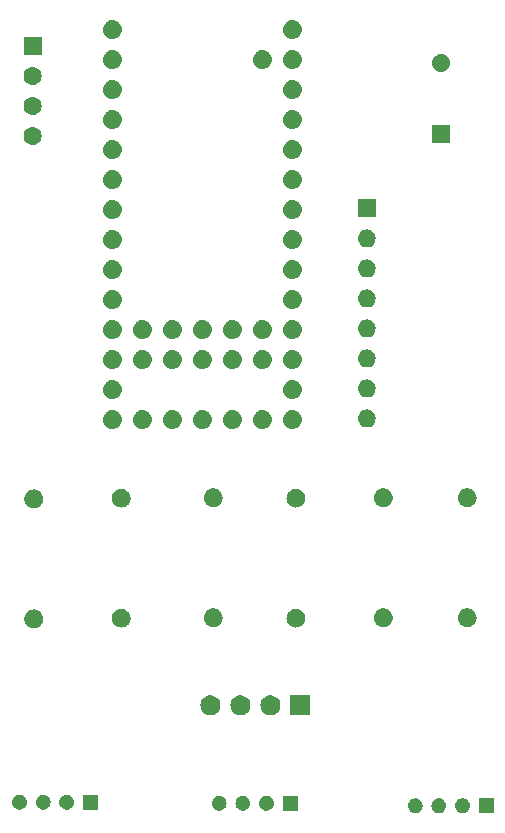
<source format=gts>
G04 #@! TF.GenerationSoftware,KiCad,Pcbnew,8.0.5*
G04 #@! TF.CreationDate,2024-11-14T23:48:56-08:00*
G04 #@! TF.ProjectId,PCB,5043422e-6b69-4636-9164-5f7063625858,rev?*
G04 #@! TF.SameCoordinates,Original*
G04 #@! TF.FileFunction,Soldermask,Top*
G04 #@! TF.FilePolarity,Negative*
%FSLAX46Y46*%
G04 Gerber Fmt 4.6, Leading zero omitted, Abs format (unit mm)*
G04 Created by KiCad (PCBNEW 8.0.5) date 2024-11-14 23:48:56*
%MOMM*%
%LPD*%
G01*
G04 APERTURE LIST*
G04 APERTURE END LIST*
G36*
X109034740Y-128434880D02*
G01*
X107764740Y-128434880D01*
X107764740Y-127164880D01*
X109034740Y-127164880D01*
X109034740Y-128434880D01*
G37*
G36*
X102625434Y-127206265D02*
G01*
X102760981Y-127277405D01*
X102875564Y-127378917D01*
X102962525Y-127504901D01*
X103016808Y-127648035D01*
X103035260Y-127800000D01*
X103016808Y-127951965D01*
X102962525Y-128095099D01*
X102875564Y-128221083D01*
X102760981Y-128322595D01*
X102625434Y-128393735D01*
X102476801Y-128430370D01*
X102323719Y-128430370D01*
X102175086Y-128393735D01*
X102039539Y-128322595D01*
X101924956Y-128221083D01*
X101837995Y-128095099D01*
X101783712Y-127951965D01*
X101765260Y-127800000D01*
X101783712Y-127648035D01*
X101837995Y-127504901D01*
X101924956Y-127378917D01*
X102039539Y-127277405D01*
X102175086Y-127206265D01*
X102323719Y-127169630D01*
X102476801Y-127169630D01*
X102625434Y-127206265D01*
G37*
G36*
X104626954Y-127206265D02*
G01*
X104762501Y-127277405D01*
X104877084Y-127378917D01*
X104964045Y-127504901D01*
X105018328Y-127648035D01*
X105036780Y-127800000D01*
X105018328Y-127951965D01*
X104964045Y-128095099D01*
X104877084Y-128221083D01*
X104762501Y-128322595D01*
X104626954Y-128393735D01*
X104478321Y-128430370D01*
X104325239Y-128430370D01*
X104176606Y-128393735D01*
X104041059Y-128322595D01*
X103926476Y-128221083D01*
X103839515Y-128095099D01*
X103785232Y-127951965D01*
X103766780Y-127800000D01*
X103785232Y-127648035D01*
X103839515Y-127504901D01*
X103926476Y-127378917D01*
X104041059Y-127277405D01*
X104176606Y-127206265D01*
X104325239Y-127169630D01*
X104478321Y-127169630D01*
X104626954Y-127206265D01*
G37*
G36*
X106623394Y-127206265D02*
G01*
X106758941Y-127277405D01*
X106873524Y-127378917D01*
X106960485Y-127504901D01*
X107014768Y-127648035D01*
X107033220Y-127800000D01*
X107014768Y-127951965D01*
X106960485Y-128095099D01*
X106873524Y-128221083D01*
X106758941Y-128322595D01*
X106623394Y-128393735D01*
X106474761Y-128430370D01*
X106321679Y-128430370D01*
X106173046Y-128393735D01*
X106037499Y-128322595D01*
X105922916Y-128221083D01*
X105835955Y-128095099D01*
X105781672Y-127951965D01*
X105763220Y-127800000D01*
X105781672Y-127648035D01*
X105835955Y-127504901D01*
X105922916Y-127378917D01*
X106037499Y-127277405D01*
X106173046Y-127206265D01*
X106321679Y-127169630D01*
X106474761Y-127169630D01*
X106623394Y-127206265D01*
G37*
G36*
X92435000Y-128235000D02*
G01*
X91165000Y-128235000D01*
X91165000Y-126965000D01*
X92435000Y-126965000D01*
X92435000Y-128235000D01*
G37*
G36*
X86025694Y-127006385D02*
G01*
X86161241Y-127077525D01*
X86275824Y-127179037D01*
X86362785Y-127305021D01*
X86417068Y-127448155D01*
X86435520Y-127600120D01*
X86417068Y-127752085D01*
X86362785Y-127895219D01*
X86275824Y-128021203D01*
X86161241Y-128122715D01*
X86025694Y-128193855D01*
X85877061Y-128230490D01*
X85723979Y-128230490D01*
X85575346Y-128193855D01*
X85439799Y-128122715D01*
X85325216Y-128021203D01*
X85238255Y-127895219D01*
X85183972Y-127752085D01*
X85165520Y-127600120D01*
X85183972Y-127448155D01*
X85238255Y-127305021D01*
X85325216Y-127179037D01*
X85439799Y-127077525D01*
X85575346Y-127006385D01*
X85723979Y-126969750D01*
X85877061Y-126969750D01*
X86025694Y-127006385D01*
G37*
G36*
X88027214Y-127006385D02*
G01*
X88162761Y-127077525D01*
X88277344Y-127179037D01*
X88364305Y-127305021D01*
X88418588Y-127448155D01*
X88437040Y-127600120D01*
X88418588Y-127752085D01*
X88364305Y-127895219D01*
X88277344Y-128021203D01*
X88162761Y-128122715D01*
X88027214Y-128193855D01*
X87878581Y-128230490D01*
X87725499Y-128230490D01*
X87576866Y-128193855D01*
X87441319Y-128122715D01*
X87326736Y-128021203D01*
X87239775Y-127895219D01*
X87185492Y-127752085D01*
X87167040Y-127600120D01*
X87185492Y-127448155D01*
X87239775Y-127305021D01*
X87326736Y-127179037D01*
X87441319Y-127077525D01*
X87576866Y-127006385D01*
X87725499Y-126969750D01*
X87878581Y-126969750D01*
X88027214Y-127006385D01*
G37*
G36*
X90023654Y-127006385D02*
G01*
X90159201Y-127077525D01*
X90273784Y-127179037D01*
X90360745Y-127305021D01*
X90415028Y-127448155D01*
X90433480Y-127600120D01*
X90415028Y-127752085D01*
X90360745Y-127895219D01*
X90273784Y-128021203D01*
X90159201Y-128122715D01*
X90023654Y-128193855D01*
X89875021Y-128230490D01*
X89721939Y-128230490D01*
X89573306Y-128193855D01*
X89437759Y-128122715D01*
X89323176Y-128021203D01*
X89236215Y-127895219D01*
X89181932Y-127752085D01*
X89163480Y-127600120D01*
X89181932Y-127448155D01*
X89236215Y-127305021D01*
X89323176Y-127179037D01*
X89437759Y-127077525D01*
X89573306Y-127006385D01*
X89721939Y-126969750D01*
X89875021Y-126969750D01*
X90023654Y-127006385D01*
G37*
G36*
X75534740Y-128134880D02*
G01*
X74264740Y-128134880D01*
X74264740Y-126864880D01*
X75534740Y-126864880D01*
X75534740Y-128134880D01*
G37*
G36*
X69125434Y-126906265D02*
G01*
X69260981Y-126977405D01*
X69375564Y-127078917D01*
X69462525Y-127204901D01*
X69516808Y-127348035D01*
X69535260Y-127500000D01*
X69516808Y-127651965D01*
X69462525Y-127795099D01*
X69375564Y-127921083D01*
X69260981Y-128022595D01*
X69125434Y-128093735D01*
X68976801Y-128130370D01*
X68823719Y-128130370D01*
X68675086Y-128093735D01*
X68539539Y-128022595D01*
X68424956Y-127921083D01*
X68337995Y-127795099D01*
X68283712Y-127651965D01*
X68265260Y-127500000D01*
X68283712Y-127348035D01*
X68337995Y-127204901D01*
X68424956Y-127078917D01*
X68539539Y-126977405D01*
X68675086Y-126906265D01*
X68823719Y-126869630D01*
X68976801Y-126869630D01*
X69125434Y-126906265D01*
G37*
G36*
X71126954Y-126906265D02*
G01*
X71262501Y-126977405D01*
X71377084Y-127078917D01*
X71464045Y-127204901D01*
X71518328Y-127348035D01*
X71536780Y-127500000D01*
X71518328Y-127651965D01*
X71464045Y-127795099D01*
X71377084Y-127921083D01*
X71262501Y-128022595D01*
X71126954Y-128093735D01*
X70978321Y-128130370D01*
X70825239Y-128130370D01*
X70676606Y-128093735D01*
X70541059Y-128022595D01*
X70426476Y-127921083D01*
X70339515Y-127795099D01*
X70285232Y-127651965D01*
X70266780Y-127500000D01*
X70285232Y-127348035D01*
X70339515Y-127204901D01*
X70426476Y-127078917D01*
X70541059Y-126977405D01*
X70676606Y-126906265D01*
X70825239Y-126869630D01*
X70978321Y-126869630D01*
X71126954Y-126906265D01*
G37*
G36*
X73123394Y-126906265D02*
G01*
X73258941Y-126977405D01*
X73373524Y-127078917D01*
X73460485Y-127204901D01*
X73514768Y-127348035D01*
X73533220Y-127500000D01*
X73514768Y-127651965D01*
X73460485Y-127795099D01*
X73373524Y-127921083D01*
X73258941Y-128022595D01*
X73123394Y-128093735D01*
X72974761Y-128130370D01*
X72821679Y-128130370D01*
X72673046Y-128093735D01*
X72537499Y-128022595D01*
X72422916Y-127921083D01*
X72335955Y-127795099D01*
X72281672Y-127651965D01*
X72263220Y-127500000D01*
X72281672Y-127348035D01*
X72335955Y-127204901D01*
X72422916Y-127078917D01*
X72537499Y-126977405D01*
X72673046Y-126906265D01*
X72821679Y-126869630D01*
X72974761Y-126869630D01*
X73123394Y-126906265D01*
G37*
G36*
X93530000Y-120150000D02*
G01*
X91830000Y-120150000D01*
X91830000Y-118450000D01*
X93530000Y-118450000D01*
X93530000Y-120150000D01*
G37*
G36*
X85322664Y-118491602D02*
G01*
X85485000Y-118563878D01*
X85628761Y-118668327D01*
X85747664Y-118800383D01*
X85836514Y-118954274D01*
X85891425Y-119123275D01*
X85910000Y-119300000D01*
X85891425Y-119476725D01*
X85836514Y-119645726D01*
X85747664Y-119799617D01*
X85628761Y-119931673D01*
X85485000Y-120036122D01*
X85322664Y-120108398D01*
X85148849Y-120145344D01*
X84971151Y-120145344D01*
X84797336Y-120108398D01*
X84635000Y-120036122D01*
X84491239Y-119931673D01*
X84372336Y-119799617D01*
X84283486Y-119645726D01*
X84228575Y-119476725D01*
X84210000Y-119300000D01*
X84228575Y-119123275D01*
X84283486Y-118954274D01*
X84372336Y-118800383D01*
X84491239Y-118668327D01*
X84635000Y-118563878D01*
X84797336Y-118491602D01*
X84971151Y-118454656D01*
X85148849Y-118454656D01*
X85322664Y-118491602D01*
G37*
G36*
X87862664Y-118491602D02*
G01*
X88025000Y-118563878D01*
X88168761Y-118668327D01*
X88287664Y-118800383D01*
X88376514Y-118954274D01*
X88431425Y-119123275D01*
X88450000Y-119300000D01*
X88431425Y-119476725D01*
X88376514Y-119645726D01*
X88287664Y-119799617D01*
X88168761Y-119931673D01*
X88025000Y-120036122D01*
X87862664Y-120108398D01*
X87688849Y-120145344D01*
X87511151Y-120145344D01*
X87337336Y-120108398D01*
X87175000Y-120036122D01*
X87031239Y-119931673D01*
X86912336Y-119799617D01*
X86823486Y-119645726D01*
X86768575Y-119476725D01*
X86750000Y-119300000D01*
X86768575Y-119123275D01*
X86823486Y-118954274D01*
X86912336Y-118800383D01*
X87031239Y-118668327D01*
X87175000Y-118563878D01*
X87337336Y-118491602D01*
X87511151Y-118454656D01*
X87688849Y-118454656D01*
X87862664Y-118491602D01*
G37*
G36*
X90402664Y-118491602D02*
G01*
X90565000Y-118563878D01*
X90708761Y-118668327D01*
X90827664Y-118800383D01*
X90916514Y-118954274D01*
X90971425Y-119123275D01*
X90990000Y-119300000D01*
X90971425Y-119476725D01*
X90916514Y-119645726D01*
X90827664Y-119799617D01*
X90708761Y-119931673D01*
X90565000Y-120036122D01*
X90402664Y-120108398D01*
X90228849Y-120145344D01*
X90051151Y-120145344D01*
X89877336Y-120108398D01*
X89715000Y-120036122D01*
X89571239Y-119931673D01*
X89452336Y-119799617D01*
X89363486Y-119645726D01*
X89308575Y-119476725D01*
X89290000Y-119300000D01*
X89308575Y-119123275D01*
X89363486Y-118954274D01*
X89452336Y-118800383D01*
X89571239Y-118668327D01*
X89715000Y-118563878D01*
X89877336Y-118491602D01*
X90051151Y-118454656D01*
X90228849Y-118454656D01*
X90402664Y-118491602D01*
G37*
G36*
X70141811Y-111184711D02*
G01*
X70183588Y-111184711D01*
X70230718Y-111194728D01*
X70278017Y-111200058D01*
X70312408Y-111212092D01*
X70347110Y-111219468D01*
X70397117Y-111241733D01*
X70447107Y-111259225D01*
X70473128Y-111275575D01*
X70499835Y-111287466D01*
X70549633Y-111323646D01*
X70598792Y-111354535D01*
X70616444Y-111372187D01*
X70635084Y-111385730D01*
X70681165Y-111436908D01*
X70725465Y-111481208D01*
X70735654Y-111497424D01*
X70746946Y-111509965D01*
X70785573Y-111576870D01*
X70820775Y-111632893D01*
X70825170Y-111645453D01*
X70830535Y-111654746D01*
X70858010Y-111739305D01*
X70879942Y-111801983D01*
X70880773Y-111809363D01*
X70882195Y-111813738D01*
X70895076Y-111936306D01*
X70900000Y-111980000D01*
X70895076Y-112023697D01*
X70882195Y-112146261D01*
X70880773Y-112150635D01*
X70879942Y-112158017D01*
X70858005Y-112220707D01*
X70830535Y-112305253D01*
X70825171Y-112314543D01*
X70820775Y-112327107D01*
X70785566Y-112383140D01*
X70746946Y-112450034D01*
X70735656Y-112462572D01*
X70725465Y-112478792D01*
X70681155Y-112523101D01*
X70635084Y-112574269D01*
X70616448Y-112587808D01*
X70598792Y-112605465D01*
X70549623Y-112636359D01*
X70499835Y-112672533D01*
X70473134Y-112684421D01*
X70447107Y-112700775D01*
X70397107Y-112718270D01*
X70347110Y-112740531D01*
X70312414Y-112747905D01*
X70278017Y-112759942D01*
X70230715Y-112765271D01*
X70183588Y-112775289D01*
X70141811Y-112775289D01*
X70100000Y-112780000D01*
X70058189Y-112775289D01*
X70016412Y-112775289D01*
X69969284Y-112765271D01*
X69921983Y-112759942D01*
X69887586Y-112747906D01*
X69852889Y-112740531D01*
X69802887Y-112718268D01*
X69752893Y-112700775D01*
X69726868Y-112684422D01*
X69700164Y-112672533D01*
X69650369Y-112636355D01*
X69601208Y-112605465D01*
X69583554Y-112587811D01*
X69564915Y-112574269D01*
X69518833Y-112523090D01*
X69474535Y-112478792D01*
X69464345Y-112462575D01*
X69453053Y-112450034D01*
X69414420Y-112383120D01*
X69379225Y-112327107D01*
X69374830Y-112314547D01*
X69369464Y-112305253D01*
X69341980Y-112220667D01*
X69320058Y-112158017D01*
X69319226Y-112150639D01*
X69317804Y-112146261D01*
X69304908Y-112023565D01*
X69300000Y-111980000D01*
X69304908Y-111936438D01*
X69317804Y-111813738D01*
X69319226Y-111809358D01*
X69320058Y-111801983D01*
X69341975Y-111739345D01*
X69369464Y-111654746D01*
X69374831Y-111645449D01*
X69379225Y-111632893D01*
X69414413Y-111576890D01*
X69453053Y-111509965D01*
X69464347Y-111497421D01*
X69474535Y-111481208D01*
X69518826Y-111436916D01*
X69564917Y-111385728D01*
X69583559Y-111372183D01*
X69601208Y-111354535D01*
X69650354Y-111323654D01*
X69700162Y-111287467D01*
X69726873Y-111275574D01*
X69752893Y-111259225D01*
X69802877Y-111241734D01*
X69852889Y-111219468D01*
X69887592Y-111212091D01*
X69921983Y-111200058D01*
X69969281Y-111194728D01*
X70016412Y-111184711D01*
X70058189Y-111184711D01*
X70100000Y-111180000D01*
X70141811Y-111184711D01*
G37*
G36*
X77541811Y-111124711D02*
G01*
X77583588Y-111124711D01*
X77630718Y-111134728D01*
X77678017Y-111140058D01*
X77712408Y-111152092D01*
X77747110Y-111159468D01*
X77797117Y-111181733D01*
X77847107Y-111199225D01*
X77873128Y-111215575D01*
X77899835Y-111227466D01*
X77949633Y-111263646D01*
X77998792Y-111294535D01*
X78016444Y-111312187D01*
X78035084Y-111325730D01*
X78081165Y-111376908D01*
X78125465Y-111421208D01*
X78135654Y-111437424D01*
X78146946Y-111449965D01*
X78185573Y-111516870D01*
X78220775Y-111572893D01*
X78225170Y-111585453D01*
X78230535Y-111594746D01*
X78258010Y-111679305D01*
X78279942Y-111741983D01*
X78280773Y-111749363D01*
X78282195Y-111753738D01*
X78295076Y-111876306D01*
X78300000Y-111920000D01*
X78295076Y-111963697D01*
X78282195Y-112086261D01*
X78280773Y-112090635D01*
X78279942Y-112098017D01*
X78258005Y-112160707D01*
X78230535Y-112245253D01*
X78225171Y-112254543D01*
X78220775Y-112267107D01*
X78185566Y-112323140D01*
X78146946Y-112390034D01*
X78135656Y-112402572D01*
X78125465Y-112418792D01*
X78081155Y-112463101D01*
X78035084Y-112514269D01*
X78016448Y-112527808D01*
X77998792Y-112545465D01*
X77949623Y-112576359D01*
X77899835Y-112612533D01*
X77873134Y-112624421D01*
X77847107Y-112640775D01*
X77797107Y-112658270D01*
X77747110Y-112680531D01*
X77712414Y-112687905D01*
X77678017Y-112699942D01*
X77630715Y-112705271D01*
X77583588Y-112715289D01*
X77541811Y-112715289D01*
X77500000Y-112720000D01*
X77458189Y-112715289D01*
X77416412Y-112715289D01*
X77369284Y-112705271D01*
X77321983Y-112699942D01*
X77287586Y-112687906D01*
X77252889Y-112680531D01*
X77202887Y-112658268D01*
X77152893Y-112640775D01*
X77126868Y-112624422D01*
X77100164Y-112612533D01*
X77050369Y-112576355D01*
X77001208Y-112545465D01*
X76983554Y-112527811D01*
X76964915Y-112514269D01*
X76918833Y-112463090D01*
X76874535Y-112418792D01*
X76864345Y-112402575D01*
X76853053Y-112390034D01*
X76814420Y-112323120D01*
X76779225Y-112267107D01*
X76774830Y-112254547D01*
X76769464Y-112245253D01*
X76741980Y-112160667D01*
X76720058Y-112098017D01*
X76719226Y-112090639D01*
X76717804Y-112086261D01*
X76704908Y-111963565D01*
X76700000Y-111920000D01*
X76704908Y-111876438D01*
X76717804Y-111753738D01*
X76719226Y-111749358D01*
X76720058Y-111741983D01*
X76741975Y-111679345D01*
X76769464Y-111594746D01*
X76774831Y-111585449D01*
X76779225Y-111572893D01*
X76814413Y-111516890D01*
X76853053Y-111449965D01*
X76864347Y-111437421D01*
X76874535Y-111421208D01*
X76918826Y-111376916D01*
X76964917Y-111325728D01*
X76983559Y-111312183D01*
X77001208Y-111294535D01*
X77050354Y-111263654D01*
X77100162Y-111227467D01*
X77126873Y-111215574D01*
X77152893Y-111199225D01*
X77202877Y-111181734D01*
X77252889Y-111159468D01*
X77287592Y-111152091D01*
X77321983Y-111140058D01*
X77369281Y-111134728D01*
X77416412Y-111124711D01*
X77458189Y-111124711D01*
X77500000Y-111120000D01*
X77541811Y-111124711D01*
G37*
G36*
X92341811Y-111124711D02*
G01*
X92383588Y-111124711D01*
X92430718Y-111134728D01*
X92478017Y-111140058D01*
X92512408Y-111152092D01*
X92547110Y-111159468D01*
X92597117Y-111181733D01*
X92647107Y-111199225D01*
X92673128Y-111215575D01*
X92699835Y-111227466D01*
X92749633Y-111263646D01*
X92798792Y-111294535D01*
X92816444Y-111312187D01*
X92835084Y-111325730D01*
X92881165Y-111376908D01*
X92925465Y-111421208D01*
X92935654Y-111437424D01*
X92946946Y-111449965D01*
X92985573Y-111516870D01*
X93020775Y-111572893D01*
X93025170Y-111585453D01*
X93030535Y-111594746D01*
X93058010Y-111679305D01*
X93079942Y-111741983D01*
X93080773Y-111749363D01*
X93082195Y-111753738D01*
X93095076Y-111876306D01*
X93100000Y-111920000D01*
X93095076Y-111963697D01*
X93082195Y-112086261D01*
X93080773Y-112090635D01*
X93079942Y-112098017D01*
X93058005Y-112160707D01*
X93030535Y-112245253D01*
X93025171Y-112254543D01*
X93020775Y-112267107D01*
X92985566Y-112323140D01*
X92946946Y-112390034D01*
X92935656Y-112402572D01*
X92925465Y-112418792D01*
X92881155Y-112463101D01*
X92835084Y-112514269D01*
X92816448Y-112527808D01*
X92798792Y-112545465D01*
X92749623Y-112576359D01*
X92699835Y-112612533D01*
X92673134Y-112624421D01*
X92647107Y-112640775D01*
X92597107Y-112658270D01*
X92547110Y-112680531D01*
X92512414Y-112687905D01*
X92478017Y-112699942D01*
X92430715Y-112705271D01*
X92383588Y-112715289D01*
X92341811Y-112715289D01*
X92300000Y-112720000D01*
X92258189Y-112715289D01*
X92216412Y-112715289D01*
X92169284Y-112705271D01*
X92121983Y-112699942D01*
X92087586Y-112687906D01*
X92052889Y-112680531D01*
X92002887Y-112658268D01*
X91952893Y-112640775D01*
X91926868Y-112624422D01*
X91900164Y-112612533D01*
X91850369Y-112576355D01*
X91801208Y-112545465D01*
X91783554Y-112527811D01*
X91764915Y-112514269D01*
X91718833Y-112463090D01*
X91674535Y-112418792D01*
X91664345Y-112402575D01*
X91653053Y-112390034D01*
X91614420Y-112323120D01*
X91579225Y-112267107D01*
X91574830Y-112254547D01*
X91569464Y-112245253D01*
X91541980Y-112160667D01*
X91520058Y-112098017D01*
X91519226Y-112090639D01*
X91517804Y-112086261D01*
X91504908Y-111963565D01*
X91500000Y-111920000D01*
X91504908Y-111876438D01*
X91517804Y-111753738D01*
X91519226Y-111749358D01*
X91520058Y-111741983D01*
X91541975Y-111679345D01*
X91569464Y-111594746D01*
X91574831Y-111585449D01*
X91579225Y-111572893D01*
X91614413Y-111516890D01*
X91653053Y-111449965D01*
X91664347Y-111437421D01*
X91674535Y-111421208D01*
X91718826Y-111376916D01*
X91764917Y-111325728D01*
X91783559Y-111312183D01*
X91801208Y-111294535D01*
X91850354Y-111263654D01*
X91900162Y-111227467D01*
X91926873Y-111215574D01*
X91952893Y-111199225D01*
X92002877Y-111181734D01*
X92052889Y-111159468D01*
X92087592Y-111152091D01*
X92121983Y-111140058D01*
X92169281Y-111134728D01*
X92216412Y-111124711D01*
X92258189Y-111124711D01*
X92300000Y-111120000D01*
X92341811Y-111124711D01*
G37*
G36*
X85341811Y-111084711D02*
G01*
X85383588Y-111084711D01*
X85430718Y-111094728D01*
X85478017Y-111100058D01*
X85512408Y-111112092D01*
X85547110Y-111119468D01*
X85597117Y-111141733D01*
X85647107Y-111159225D01*
X85673128Y-111175575D01*
X85699835Y-111187466D01*
X85749633Y-111223646D01*
X85798792Y-111254535D01*
X85816444Y-111272187D01*
X85835084Y-111285730D01*
X85881165Y-111336908D01*
X85925465Y-111381208D01*
X85935654Y-111397424D01*
X85946946Y-111409965D01*
X85985573Y-111476870D01*
X86020775Y-111532893D01*
X86025170Y-111545453D01*
X86030535Y-111554746D01*
X86058010Y-111639305D01*
X86079942Y-111701983D01*
X86080773Y-111709363D01*
X86082195Y-111713738D01*
X86095076Y-111836306D01*
X86100000Y-111880000D01*
X86095076Y-111923697D01*
X86082195Y-112046261D01*
X86080773Y-112050635D01*
X86079942Y-112058017D01*
X86058005Y-112120707D01*
X86030535Y-112205253D01*
X86025171Y-112214543D01*
X86020775Y-112227107D01*
X85985566Y-112283140D01*
X85946946Y-112350034D01*
X85935656Y-112362572D01*
X85925465Y-112378792D01*
X85881155Y-112423101D01*
X85835084Y-112474269D01*
X85816448Y-112487808D01*
X85798792Y-112505465D01*
X85749623Y-112536359D01*
X85699835Y-112572533D01*
X85673134Y-112584421D01*
X85647107Y-112600775D01*
X85597107Y-112618270D01*
X85547110Y-112640531D01*
X85512414Y-112647905D01*
X85478017Y-112659942D01*
X85430715Y-112665271D01*
X85383588Y-112675289D01*
X85341811Y-112675289D01*
X85300000Y-112680000D01*
X85258189Y-112675289D01*
X85216412Y-112675289D01*
X85169284Y-112665271D01*
X85121983Y-112659942D01*
X85087586Y-112647906D01*
X85052889Y-112640531D01*
X85002887Y-112618268D01*
X84952893Y-112600775D01*
X84926868Y-112584422D01*
X84900164Y-112572533D01*
X84850369Y-112536355D01*
X84801208Y-112505465D01*
X84783554Y-112487811D01*
X84764915Y-112474269D01*
X84718833Y-112423090D01*
X84674535Y-112378792D01*
X84664345Y-112362575D01*
X84653053Y-112350034D01*
X84614420Y-112283120D01*
X84579225Y-112227107D01*
X84574830Y-112214547D01*
X84569464Y-112205253D01*
X84541980Y-112120667D01*
X84520058Y-112058017D01*
X84519226Y-112050639D01*
X84517804Y-112046261D01*
X84504908Y-111923565D01*
X84500000Y-111880000D01*
X84504908Y-111836438D01*
X84517804Y-111713738D01*
X84519226Y-111709358D01*
X84520058Y-111701983D01*
X84541975Y-111639345D01*
X84569464Y-111554746D01*
X84574831Y-111545449D01*
X84579225Y-111532893D01*
X84614413Y-111476890D01*
X84653053Y-111409965D01*
X84664347Y-111397421D01*
X84674535Y-111381208D01*
X84718826Y-111336916D01*
X84764917Y-111285728D01*
X84783559Y-111272183D01*
X84801208Y-111254535D01*
X84850354Y-111223654D01*
X84900162Y-111187467D01*
X84926873Y-111175574D01*
X84952893Y-111159225D01*
X85002877Y-111141734D01*
X85052889Y-111119468D01*
X85087592Y-111112091D01*
X85121983Y-111100058D01*
X85169281Y-111094728D01*
X85216412Y-111084711D01*
X85258189Y-111084711D01*
X85300000Y-111080000D01*
X85341811Y-111084711D01*
G37*
G36*
X99741811Y-111084711D02*
G01*
X99783588Y-111084711D01*
X99830718Y-111094728D01*
X99878017Y-111100058D01*
X99912408Y-111112092D01*
X99947110Y-111119468D01*
X99997117Y-111141733D01*
X100047107Y-111159225D01*
X100073128Y-111175575D01*
X100099835Y-111187466D01*
X100149633Y-111223646D01*
X100198792Y-111254535D01*
X100216444Y-111272187D01*
X100235084Y-111285730D01*
X100281165Y-111336908D01*
X100325465Y-111381208D01*
X100335654Y-111397424D01*
X100346946Y-111409965D01*
X100385573Y-111476870D01*
X100420775Y-111532893D01*
X100425170Y-111545453D01*
X100430535Y-111554746D01*
X100458010Y-111639305D01*
X100479942Y-111701983D01*
X100480773Y-111709363D01*
X100482195Y-111713738D01*
X100495076Y-111836306D01*
X100500000Y-111880000D01*
X100495076Y-111923697D01*
X100482195Y-112046261D01*
X100480773Y-112050635D01*
X100479942Y-112058017D01*
X100458005Y-112120707D01*
X100430535Y-112205253D01*
X100425171Y-112214543D01*
X100420775Y-112227107D01*
X100385566Y-112283140D01*
X100346946Y-112350034D01*
X100335656Y-112362572D01*
X100325465Y-112378792D01*
X100281155Y-112423101D01*
X100235084Y-112474269D01*
X100216448Y-112487808D01*
X100198792Y-112505465D01*
X100149623Y-112536359D01*
X100099835Y-112572533D01*
X100073134Y-112584421D01*
X100047107Y-112600775D01*
X99997107Y-112618270D01*
X99947110Y-112640531D01*
X99912414Y-112647905D01*
X99878017Y-112659942D01*
X99830715Y-112665271D01*
X99783588Y-112675289D01*
X99741811Y-112675289D01*
X99700000Y-112680000D01*
X99658189Y-112675289D01*
X99616412Y-112675289D01*
X99569284Y-112665271D01*
X99521983Y-112659942D01*
X99487586Y-112647906D01*
X99452889Y-112640531D01*
X99402887Y-112618268D01*
X99352893Y-112600775D01*
X99326868Y-112584422D01*
X99300164Y-112572533D01*
X99250369Y-112536355D01*
X99201208Y-112505465D01*
X99183554Y-112487811D01*
X99164915Y-112474269D01*
X99118833Y-112423090D01*
X99074535Y-112378792D01*
X99064345Y-112362575D01*
X99053053Y-112350034D01*
X99014420Y-112283120D01*
X98979225Y-112227107D01*
X98974830Y-112214547D01*
X98969464Y-112205253D01*
X98941980Y-112120667D01*
X98920058Y-112058017D01*
X98919226Y-112050639D01*
X98917804Y-112046261D01*
X98904908Y-111923565D01*
X98900000Y-111880000D01*
X98904908Y-111836438D01*
X98917804Y-111713738D01*
X98919226Y-111709358D01*
X98920058Y-111701983D01*
X98941975Y-111639345D01*
X98969464Y-111554746D01*
X98974831Y-111545449D01*
X98979225Y-111532893D01*
X99014413Y-111476890D01*
X99053053Y-111409965D01*
X99064347Y-111397421D01*
X99074535Y-111381208D01*
X99118826Y-111336916D01*
X99164917Y-111285728D01*
X99183559Y-111272183D01*
X99201208Y-111254535D01*
X99250354Y-111223654D01*
X99300162Y-111187467D01*
X99326873Y-111175574D01*
X99352893Y-111159225D01*
X99402877Y-111141734D01*
X99452889Y-111119468D01*
X99487592Y-111112091D01*
X99521983Y-111100058D01*
X99569281Y-111094728D01*
X99616412Y-111084711D01*
X99658189Y-111084711D01*
X99700000Y-111080000D01*
X99741811Y-111084711D01*
G37*
G36*
X106841811Y-111084711D02*
G01*
X106883588Y-111084711D01*
X106930718Y-111094728D01*
X106978017Y-111100058D01*
X107012408Y-111112092D01*
X107047110Y-111119468D01*
X107097117Y-111141733D01*
X107147107Y-111159225D01*
X107173128Y-111175575D01*
X107199835Y-111187466D01*
X107249633Y-111223646D01*
X107298792Y-111254535D01*
X107316444Y-111272187D01*
X107335084Y-111285730D01*
X107381165Y-111336908D01*
X107425465Y-111381208D01*
X107435654Y-111397424D01*
X107446946Y-111409965D01*
X107485573Y-111476870D01*
X107520775Y-111532893D01*
X107525170Y-111545453D01*
X107530535Y-111554746D01*
X107558010Y-111639305D01*
X107579942Y-111701983D01*
X107580773Y-111709363D01*
X107582195Y-111713738D01*
X107595076Y-111836306D01*
X107600000Y-111880000D01*
X107595076Y-111923697D01*
X107582195Y-112046261D01*
X107580773Y-112050635D01*
X107579942Y-112058017D01*
X107558005Y-112120707D01*
X107530535Y-112205253D01*
X107525171Y-112214543D01*
X107520775Y-112227107D01*
X107485566Y-112283140D01*
X107446946Y-112350034D01*
X107435656Y-112362572D01*
X107425465Y-112378792D01*
X107381155Y-112423101D01*
X107335084Y-112474269D01*
X107316448Y-112487808D01*
X107298792Y-112505465D01*
X107249623Y-112536359D01*
X107199835Y-112572533D01*
X107173134Y-112584421D01*
X107147107Y-112600775D01*
X107097107Y-112618270D01*
X107047110Y-112640531D01*
X107012414Y-112647905D01*
X106978017Y-112659942D01*
X106930715Y-112665271D01*
X106883588Y-112675289D01*
X106841811Y-112675289D01*
X106800000Y-112680000D01*
X106758189Y-112675289D01*
X106716412Y-112675289D01*
X106669284Y-112665271D01*
X106621983Y-112659942D01*
X106587586Y-112647906D01*
X106552889Y-112640531D01*
X106502887Y-112618268D01*
X106452893Y-112600775D01*
X106426868Y-112584422D01*
X106400164Y-112572533D01*
X106350369Y-112536355D01*
X106301208Y-112505465D01*
X106283554Y-112487811D01*
X106264915Y-112474269D01*
X106218833Y-112423090D01*
X106174535Y-112378792D01*
X106164345Y-112362575D01*
X106153053Y-112350034D01*
X106114420Y-112283120D01*
X106079225Y-112227107D01*
X106074830Y-112214547D01*
X106069464Y-112205253D01*
X106041980Y-112120667D01*
X106020058Y-112058017D01*
X106019226Y-112050639D01*
X106017804Y-112046261D01*
X106004908Y-111923565D01*
X106000000Y-111880000D01*
X106004908Y-111836438D01*
X106017804Y-111713738D01*
X106019226Y-111709358D01*
X106020058Y-111701983D01*
X106041975Y-111639345D01*
X106069464Y-111554746D01*
X106074831Y-111545449D01*
X106079225Y-111532893D01*
X106114413Y-111476890D01*
X106153053Y-111409965D01*
X106164347Y-111397421D01*
X106174535Y-111381208D01*
X106218826Y-111336916D01*
X106264917Y-111285728D01*
X106283559Y-111272183D01*
X106301208Y-111254535D01*
X106350354Y-111223654D01*
X106400162Y-111187467D01*
X106426873Y-111175574D01*
X106452893Y-111159225D01*
X106502877Y-111141734D01*
X106552889Y-111119468D01*
X106587592Y-111112091D01*
X106621983Y-111100058D01*
X106669281Y-111094728D01*
X106716412Y-111084711D01*
X106758189Y-111084711D01*
X106800000Y-111080000D01*
X106841811Y-111084711D01*
G37*
G36*
X70141811Y-101024711D02*
G01*
X70183588Y-101024711D01*
X70230718Y-101034728D01*
X70278017Y-101040058D01*
X70312408Y-101052092D01*
X70347110Y-101059468D01*
X70397117Y-101081733D01*
X70447107Y-101099225D01*
X70473128Y-101115575D01*
X70499835Y-101127466D01*
X70549633Y-101163646D01*
X70598792Y-101194535D01*
X70616444Y-101212187D01*
X70635084Y-101225730D01*
X70681165Y-101276908D01*
X70725465Y-101321208D01*
X70735654Y-101337424D01*
X70746946Y-101349965D01*
X70785573Y-101416870D01*
X70820775Y-101472893D01*
X70825170Y-101485453D01*
X70830535Y-101494746D01*
X70858010Y-101579305D01*
X70879942Y-101641983D01*
X70880773Y-101649363D01*
X70882195Y-101653738D01*
X70895076Y-101776306D01*
X70900000Y-101820000D01*
X70895076Y-101863697D01*
X70882195Y-101986261D01*
X70880773Y-101990635D01*
X70879942Y-101998017D01*
X70858005Y-102060707D01*
X70830535Y-102145253D01*
X70825171Y-102154543D01*
X70820775Y-102167107D01*
X70785566Y-102223140D01*
X70746946Y-102290034D01*
X70735656Y-102302572D01*
X70725465Y-102318792D01*
X70681155Y-102363101D01*
X70635084Y-102414269D01*
X70616448Y-102427808D01*
X70598792Y-102445465D01*
X70549623Y-102476359D01*
X70499835Y-102512533D01*
X70473134Y-102524421D01*
X70447107Y-102540775D01*
X70397107Y-102558270D01*
X70347110Y-102580531D01*
X70312414Y-102587905D01*
X70278017Y-102599942D01*
X70230715Y-102605271D01*
X70183588Y-102615289D01*
X70141811Y-102615289D01*
X70100000Y-102620000D01*
X70058189Y-102615289D01*
X70016412Y-102615289D01*
X69969284Y-102605271D01*
X69921983Y-102599942D01*
X69887586Y-102587906D01*
X69852889Y-102580531D01*
X69802887Y-102558268D01*
X69752893Y-102540775D01*
X69726868Y-102524422D01*
X69700164Y-102512533D01*
X69650369Y-102476355D01*
X69601208Y-102445465D01*
X69583554Y-102427811D01*
X69564915Y-102414269D01*
X69518833Y-102363090D01*
X69474535Y-102318792D01*
X69464345Y-102302575D01*
X69453053Y-102290034D01*
X69414420Y-102223120D01*
X69379225Y-102167107D01*
X69374830Y-102154547D01*
X69369464Y-102145253D01*
X69341980Y-102060667D01*
X69320058Y-101998017D01*
X69319226Y-101990639D01*
X69317804Y-101986261D01*
X69304908Y-101863565D01*
X69300000Y-101820000D01*
X69304908Y-101776438D01*
X69317804Y-101653738D01*
X69319226Y-101649358D01*
X69320058Y-101641983D01*
X69341975Y-101579345D01*
X69369464Y-101494746D01*
X69374831Y-101485449D01*
X69379225Y-101472893D01*
X69414413Y-101416890D01*
X69453053Y-101349965D01*
X69464347Y-101337421D01*
X69474535Y-101321208D01*
X69518826Y-101276916D01*
X69564917Y-101225728D01*
X69583559Y-101212183D01*
X69601208Y-101194535D01*
X69650354Y-101163654D01*
X69700162Y-101127467D01*
X69726873Y-101115574D01*
X69752893Y-101099225D01*
X69802877Y-101081734D01*
X69852889Y-101059468D01*
X69887592Y-101052091D01*
X69921983Y-101040058D01*
X69969281Y-101034728D01*
X70016412Y-101024711D01*
X70058189Y-101024711D01*
X70100000Y-101020000D01*
X70141811Y-101024711D01*
G37*
G36*
X77541811Y-100964711D02*
G01*
X77583588Y-100964711D01*
X77630718Y-100974728D01*
X77678017Y-100980058D01*
X77712408Y-100992092D01*
X77747110Y-100999468D01*
X77797117Y-101021733D01*
X77847107Y-101039225D01*
X77873128Y-101055575D01*
X77899835Y-101067466D01*
X77949633Y-101103646D01*
X77998792Y-101134535D01*
X78016444Y-101152187D01*
X78035084Y-101165730D01*
X78081165Y-101216908D01*
X78125465Y-101261208D01*
X78135654Y-101277424D01*
X78146946Y-101289965D01*
X78185573Y-101356870D01*
X78220775Y-101412893D01*
X78225170Y-101425453D01*
X78230535Y-101434746D01*
X78258010Y-101519305D01*
X78279942Y-101581983D01*
X78280773Y-101589363D01*
X78282195Y-101593738D01*
X78295076Y-101716306D01*
X78300000Y-101760000D01*
X78295076Y-101803697D01*
X78282195Y-101926261D01*
X78280773Y-101930635D01*
X78279942Y-101938017D01*
X78258005Y-102000707D01*
X78230535Y-102085253D01*
X78225171Y-102094543D01*
X78220775Y-102107107D01*
X78185566Y-102163140D01*
X78146946Y-102230034D01*
X78135656Y-102242572D01*
X78125465Y-102258792D01*
X78081155Y-102303101D01*
X78035084Y-102354269D01*
X78016448Y-102367808D01*
X77998792Y-102385465D01*
X77949623Y-102416359D01*
X77899835Y-102452533D01*
X77873134Y-102464421D01*
X77847107Y-102480775D01*
X77797107Y-102498270D01*
X77747110Y-102520531D01*
X77712414Y-102527905D01*
X77678017Y-102539942D01*
X77630715Y-102545271D01*
X77583588Y-102555289D01*
X77541811Y-102555289D01*
X77500000Y-102560000D01*
X77458189Y-102555289D01*
X77416412Y-102555289D01*
X77369284Y-102545271D01*
X77321983Y-102539942D01*
X77287586Y-102527906D01*
X77252889Y-102520531D01*
X77202887Y-102498268D01*
X77152893Y-102480775D01*
X77126868Y-102464422D01*
X77100164Y-102452533D01*
X77050369Y-102416355D01*
X77001208Y-102385465D01*
X76983554Y-102367811D01*
X76964915Y-102354269D01*
X76918833Y-102303090D01*
X76874535Y-102258792D01*
X76864345Y-102242575D01*
X76853053Y-102230034D01*
X76814420Y-102163120D01*
X76779225Y-102107107D01*
X76774830Y-102094547D01*
X76769464Y-102085253D01*
X76741980Y-102000667D01*
X76720058Y-101938017D01*
X76719226Y-101930639D01*
X76717804Y-101926261D01*
X76704908Y-101803565D01*
X76700000Y-101760000D01*
X76704908Y-101716438D01*
X76717804Y-101593738D01*
X76719226Y-101589358D01*
X76720058Y-101581983D01*
X76741975Y-101519345D01*
X76769464Y-101434746D01*
X76774831Y-101425449D01*
X76779225Y-101412893D01*
X76814413Y-101356890D01*
X76853053Y-101289965D01*
X76864347Y-101277421D01*
X76874535Y-101261208D01*
X76918826Y-101216916D01*
X76964917Y-101165728D01*
X76983559Y-101152183D01*
X77001208Y-101134535D01*
X77050354Y-101103654D01*
X77100162Y-101067467D01*
X77126873Y-101055574D01*
X77152893Y-101039225D01*
X77202877Y-101021734D01*
X77252889Y-100999468D01*
X77287592Y-100992091D01*
X77321983Y-100980058D01*
X77369281Y-100974728D01*
X77416412Y-100964711D01*
X77458189Y-100964711D01*
X77500000Y-100960000D01*
X77541811Y-100964711D01*
G37*
G36*
X92341811Y-100964711D02*
G01*
X92383588Y-100964711D01*
X92430718Y-100974728D01*
X92478017Y-100980058D01*
X92512408Y-100992092D01*
X92547110Y-100999468D01*
X92597117Y-101021733D01*
X92647107Y-101039225D01*
X92673128Y-101055575D01*
X92699835Y-101067466D01*
X92749633Y-101103646D01*
X92798792Y-101134535D01*
X92816444Y-101152187D01*
X92835084Y-101165730D01*
X92881165Y-101216908D01*
X92925465Y-101261208D01*
X92935654Y-101277424D01*
X92946946Y-101289965D01*
X92985573Y-101356870D01*
X93020775Y-101412893D01*
X93025170Y-101425453D01*
X93030535Y-101434746D01*
X93058010Y-101519305D01*
X93079942Y-101581983D01*
X93080773Y-101589363D01*
X93082195Y-101593738D01*
X93095076Y-101716306D01*
X93100000Y-101760000D01*
X93095076Y-101803697D01*
X93082195Y-101926261D01*
X93080773Y-101930635D01*
X93079942Y-101938017D01*
X93058005Y-102000707D01*
X93030535Y-102085253D01*
X93025171Y-102094543D01*
X93020775Y-102107107D01*
X92985566Y-102163140D01*
X92946946Y-102230034D01*
X92935656Y-102242572D01*
X92925465Y-102258792D01*
X92881155Y-102303101D01*
X92835084Y-102354269D01*
X92816448Y-102367808D01*
X92798792Y-102385465D01*
X92749623Y-102416359D01*
X92699835Y-102452533D01*
X92673134Y-102464421D01*
X92647107Y-102480775D01*
X92597107Y-102498270D01*
X92547110Y-102520531D01*
X92512414Y-102527905D01*
X92478017Y-102539942D01*
X92430715Y-102545271D01*
X92383588Y-102555289D01*
X92341811Y-102555289D01*
X92300000Y-102560000D01*
X92258189Y-102555289D01*
X92216412Y-102555289D01*
X92169284Y-102545271D01*
X92121983Y-102539942D01*
X92087586Y-102527906D01*
X92052889Y-102520531D01*
X92002887Y-102498268D01*
X91952893Y-102480775D01*
X91926868Y-102464422D01*
X91900164Y-102452533D01*
X91850369Y-102416355D01*
X91801208Y-102385465D01*
X91783554Y-102367811D01*
X91764915Y-102354269D01*
X91718833Y-102303090D01*
X91674535Y-102258792D01*
X91664345Y-102242575D01*
X91653053Y-102230034D01*
X91614420Y-102163120D01*
X91579225Y-102107107D01*
X91574830Y-102094547D01*
X91569464Y-102085253D01*
X91541980Y-102000667D01*
X91520058Y-101938017D01*
X91519226Y-101930639D01*
X91517804Y-101926261D01*
X91504908Y-101803565D01*
X91500000Y-101760000D01*
X91504908Y-101716438D01*
X91517804Y-101593738D01*
X91519226Y-101589358D01*
X91520058Y-101581983D01*
X91541975Y-101519345D01*
X91569464Y-101434746D01*
X91574831Y-101425449D01*
X91579225Y-101412893D01*
X91614413Y-101356890D01*
X91653053Y-101289965D01*
X91664347Y-101277421D01*
X91674535Y-101261208D01*
X91718826Y-101216916D01*
X91764917Y-101165728D01*
X91783559Y-101152183D01*
X91801208Y-101134535D01*
X91850354Y-101103654D01*
X91900162Y-101067467D01*
X91926873Y-101055574D01*
X91952893Y-101039225D01*
X92002877Y-101021734D01*
X92052889Y-100999468D01*
X92087592Y-100992091D01*
X92121983Y-100980058D01*
X92169281Y-100974728D01*
X92216412Y-100964711D01*
X92258189Y-100964711D01*
X92300000Y-100960000D01*
X92341811Y-100964711D01*
G37*
G36*
X85341811Y-100924711D02*
G01*
X85383588Y-100924711D01*
X85430718Y-100934728D01*
X85478017Y-100940058D01*
X85512408Y-100952092D01*
X85547110Y-100959468D01*
X85597117Y-100981733D01*
X85647107Y-100999225D01*
X85673128Y-101015575D01*
X85699835Y-101027466D01*
X85749633Y-101063646D01*
X85798792Y-101094535D01*
X85816444Y-101112187D01*
X85835084Y-101125730D01*
X85881165Y-101176908D01*
X85925465Y-101221208D01*
X85935654Y-101237424D01*
X85946946Y-101249965D01*
X85985573Y-101316870D01*
X86020775Y-101372893D01*
X86025170Y-101385453D01*
X86030535Y-101394746D01*
X86058010Y-101479305D01*
X86079942Y-101541983D01*
X86080773Y-101549363D01*
X86082195Y-101553738D01*
X86095076Y-101676306D01*
X86100000Y-101720000D01*
X86095076Y-101763697D01*
X86082195Y-101886261D01*
X86080773Y-101890635D01*
X86079942Y-101898017D01*
X86058005Y-101960707D01*
X86030535Y-102045253D01*
X86025171Y-102054543D01*
X86020775Y-102067107D01*
X85985566Y-102123140D01*
X85946946Y-102190034D01*
X85935656Y-102202572D01*
X85925465Y-102218792D01*
X85881155Y-102263101D01*
X85835084Y-102314269D01*
X85816448Y-102327808D01*
X85798792Y-102345465D01*
X85749623Y-102376359D01*
X85699835Y-102412533D01*
X85673134Y-102424421D01*
X85647107Y-102440775D01*
X85597107Y-102458270D01*
X85547110Y-102480531D01*
X85512414Y-102487905D01*
X85478017Y-102499942D01*
X85430715Y-102505271D01*
X85383588Y-102515289D01*
X85341811Y-102515289D01*
X85300000Y-102520000D01*
X85258189Y-102515289D01*
X85216412Y-102515289D01*
X85169284Y-102505271D01*
X85121983Y-102499942D01*
X85087586Y-102487906D01*
X85052889Y-102480531D01*
X85002887Y-102458268D01*
X84952893Y-102440775D01*
X84926868Y-102424422D01*
X84900164Y-102412533D01*
X84850369Y-102376355D01*
X84801208Y-102345465D01*
X84783554Y-102327811D01*
X84764915Y-102314269D01*
X84718833Y-102263090D01*
X84674535Y-102218792D01*
X84664345Y-102202575D01*
X84653053Y-102190034D01*
X84614420Y-102123120D01*
X84579225Y-102067107D01*
X84574830Y-102054547D01*
X84569464Y-102045253D01*
X84541980Y-101960667D01*
X84520058Y-101898017D01*
X84519226Y-101890639D01*
X84517804Y-101886261D01*
X84504908Y-101763565D01*
X84500000Y-101720000D01*
X84504908Y-101676438D01*
X84517804Y-101553738D01*
X84519226Y-101549358D01*
X84520058Y-101541983D01*
X84541975Y-101479345D01*
X84569464Y-101394746D01*
X84574831Y-101385449D01*
X84579225Y-101372893D01*
X84614413Y-101316890D01*
X84653053Y-101249965D01*
X84664347Y-101237421D01*
X84674535Y-101221208D01*
X84718826Y-101176916D01*
X84764917Y-101125728D01*
X84783559Y-101112183D01*
X84801208Y-101094535D01*
X84850354Y-101063654D01*
X84900162Y-101027467D01*
X84926873Y-101015574D01*
X84952893Y-100999225D01*
X85002877Y-100981734D01*
X85052889Y-100959468D01*
X85087592Y-100952091D01*
X85121983Y-100940058D01*
X85169281Y-100934728D01*
X85216412Y-100924711D01*
X85258189Y-100924711D01*
X85300000Y-100920000D01*
X85341811Y-100924711D01*
G37*
G36*
X99741811Y-100924711D02*
G01*
X99783588Y-100924711D01*
X99830718Y-100934728D01*
X99878017Y-100940058D01*
X99912408Y-100952092D01*
X99947110Y-100959468D01*
X99997117Y-100981733D01*
X100047107Y-100999225D01*
X100073128Y-101015575D01*
X100099835Y-101027466D01*
X100149633Y-101063646D01*
X100198792Y-101094535D01*
X100216444Y-101112187D01*
X100235084Y-101125730D01*
X100281165Y-101176908D01*
X100325465Y-101221208D01*
X100335654Y-101237424D01*
X100346946Y-101249965D01*
X100385573Y-101316870D01*
X100420775Y-101372893D01*
X100425170Y-101385453D01*
X100430535Y-101394746D01*
X100458010Y-101479305D01*
X100479942Y-101541983D01*
X100480773Y-101549363D01*
X100482195Y-101553738D01*
X100495076Y-101676306D01*
X100500000Y-101720000D01*
X100495076Y-101763697D01*
X100482195Y-101886261D01*
X100480773Y-101890635D01*
X100479942Y-101898017D01*
X100458005Y-101960707D01*
X100430535Y-102045253D01*
X100425171Y-102054543D01*
X100420775Y-102067107D01*
X100385566Y-102123140D01*
X100346946Y-102190034D01*
X100335656Y-102202572D01*
X100325465Y-102218792D01*
X100281155Y-102263101D01*
X100235084Y-102314269D01*
X100216448Y-102327808D01*
X100198792Y-102345465D01*
X100149623Y-102376359D01*
X100099835Y-102412533D01*
X100073134Y-102424421D01*
X100047107Y-102440775D01*
X99997107Y-102458270D01*
X99947110Y-102480531D01*
X99912414Y-102487905D01*
X99878017Y-102499942D01*
X99830715Y-102505271D01*
X99783588Y-102515289D01*
X99741811Y-102515289D01*
X99700000Y-102520000D01*
X99658189Y-102515289D01*
X99616412Y-102515289D01*
X99569284Y-102505271D01*
X99521983Y-102499942D01*
X99487586Y-102487906D01*
X99452889Y-102480531D01*
X99402887Y-102458268D01*
X99352893Y-102440775D01*
X99326868Y-102424422D01*
X99300164Y-102412533D01*
X99250369Y-102376355D01*
X99201208Y-102345465D01*
X99183554Y-102327811D01*
X99164915Y-102314269D01*
X99118833Y-102263090D01*
X99074535Y-102218792D01*
X99064345Y-102202575D01*
X99053053Y-102190034D01*
X99014420Y-102123120D01*
X98979225Y-102067107D01*
X98974830Y-102054547D01*
X98969464Y-102045253D01*
X98941980Y-101960667D01*
X98920058Y-101898017D01*
X98919226Y-101890639D01*
X98917804Y-101886261D01*
X98904908Y-101763565D01*
X98900000Y-101720000D01*
X98904908Y-101676438D01*
X98917804Y-101553738D01*
X98919226Y-101549358D01*
X98920058Y-101541983D01*
X98941975Y-101479345D01*
X98969464Y-101394746D01*
X98974831Y-101385449D01*
X98979225Y-101372893D01*
X99014413Y-101316890D01*
X99053053Y-101249965D01*
X99064347Y-101237421D01*
X99074535Y-101221208D01*
X99118826Y-101176916D01*
X99164917Y-101125728D01*
X99183559Y-101112183D01*
X99201208Y-101094535D01*
X99250354Y-101063654D01*
X99300162Y-101027467D01*
X99326873Y-101015574D01*
X99352893Y-100999225D01*
X99402877Y-100981734D01*
X99452889Y-100959468D01*
X99487592Y-100952091D01*
X99521983Y-100940058D01*
X99569281Y-100934728D01*
X99616412Y-100924711D01*
X99658189Y-100924711D01*
X99700000Y-100920000D01*
X99741811Y-100924711D01*
G37*
G36*
X106841811Y-100924711D02*
G01*
X106883588Y-100924711D01*
X106930718Y-100934728D01*
X106978017Y-100940058D01*
X107012408Y-100952092D01*
X107047110Y-100959468D01*
X107097117Y-100981733D01*
X107147107Y-100999225D01*
X107173128Y-101015575D01*
X107199835Y-101027466D01*
X107249633Y-101063646D01*
X107298792Y-101094535D01*
X107316444Y-101112187D01*
X107335084Y-101125730D01*
X107381165Y-101176908D01*
X107425465Y-101221208D01*
X107435654Y-101237424D01*
X107446946Y-101249965D01*
X107485573Y-101316870D01*
X107520775Y-101372893D01*
X107525170Y-101385453D01*
X107530535Y-101394746D01*
X107558010Y-101479305D01*
X107579942Y-101541983D01*
X107580773Y-101549363D01*
X107582195Y-101553738D01*
X107595076Y-101676306D01*
X107600000Y-101720000D01*
X107595076Y-101763697D01*
X107582195Y-101886261D01*
X107580773Y-101890635D01*
X107579942Y-101898017D01*
X107558005Y-101960707D01*
X107530535Y-102045253D01*
X107525171Y-102054543D01*
X107520775Y-102067107D01*
X107485566Y-102123140D01*
X107446946Y-102190034D01*
X107435656Y-102202572D01*
X107425465Y-102218792D01*
X107381155Y-102263101D01*
X107335084Y-102314269D01*
X107316448Y-102327808D01*
X107298792Y-102345465D01*
X107249623Y-102376359D01*
X107199835Y-102412533D01*
X107173134Y-102424421D01*
X107147107Y-102440775D01*
X107097107Y-102458270D01*
X107047110Y-102480531D01*
X107012414Y-102487905D01*
X106978017Y-102499942D01*
X106930715Y-102505271D01*
X106883588Y-102515289D01*
X106841811Y-102515289D01*
X106800000Y-102520000D01*
X106758189Y-102515289D01*
X106716412Y-102515289D01*
X106669284Y-102505271D01*
X106621983Y-102499942D01*
X106587586Y-102487906D01*
X106552889Y-102480531D01*
X106502887Y-102458268D01*
X106452893Y-102440775D01*
X106426868Y-102424422D01*
X106400164Y-102412533D01*
X106350369Y-102376355D01*
X106301208Y-102345465D01*
X106283554Y-102327811D01*
X106264915Y-102314269D01*
X106218833Y-102263090D01*
X106174535Y-102218792D01*
X106164345Y-102202575D01*
X106153053Y-102190034D01*
X106114420Y-102123120D01*
X106079225Y-102067107D01*
X106074830Y-102054547D01*
X106069464Y-102045253D01*
X106041980Y-101960667D01*
X106020058Y-101898017D01*
X106019226Y-101890639D01*
X106017804Y-101886261D01*
X106004908Y-101763565D01*
X106000000Y-101720000D01*
X106004908Y-101676438D01*
X106017804Y-101553738D01*
X106019226Y-101549358D01*
X106020058Y-101541983D01*
X106041975Y-101479345D01*
X106069464Y-101394746D01*
X106074831Y-101385449D01*
X106079225Y-101372893D01*
X106114413Y-101316890D01*
X106153053Y-101249965D01*
X106164347Y-101237421D01*
X106174535Y-101221208D01*
X106218826Y-101176916D01*
X106264917Y-101125728D01*
X106283559Y-101112183D01*
X106301208Y-101094535D01*
X106350354Y-101063654D01*
X106400162Y-101027467D01*
X106426873Y-101015574D01*
X106452893Y-100999225D01*
X106502877Y-100981734D01*
X106552889Y-100959468D01*
X106587592Y-100952091D01*
X106621983Y-100940058D01*
X106669281Y-100934728D01*
X106716412Y-100924711D01*
X106758189Y-100924711D01*
X106800000Y-100920000D01*
X106841811Y-100924711D01*
G37*
G36*
X76801811Y-94304711D02*
G01*
X76843588Y-94304711D01*
X76890718Y-94314728D01*
X76938017Y-94320058D01*
X76972408Y-94332092D01*
X77007110Y-94339468D01*
X77057117Y-94361733D01*
X77107107Y-94379225D01*
X77133128Y-94395575D01*
X77159835Y-94407466D01*
X77209633Y-94443646D01*
X77258792Y-94474535D01*
X77276444Y-94492187D01*
X77295084Y-94505730D01*
X77341165Y-94556908D01*
X77385465Y-94601208D01*
X77395654Y-94617424D01*
X77406946Y-94629965D01*
X77445573Y-94696870D01*
X77480775Y-94752893D01*
X77485170Y-94765453D01*
X77490535Y-94774746D01*
X77518010Y-94859305D01*
X77539942Y-94921983D01*
X77540773Y-94929363D01*
X77542195Y-94933738D01*
X77555076Y-95056306D01*
X77560000Y-95100000D01*
X77555076Y-95143697D01*
X77542195Y-95266261D01*
X77540773Y-95270635D01*
X77539942Y-95278017D01*
X77518005Y-95340707D01*
X77490535Y-95425253D01*
X77485171Y-95434543D01*
X77480775Y-95447107D01*
X77445566Y-95503140D01*
X77406946Y-95570034D01*
X77395656Y-95582572D01*
X77385465Y-95598792D01*
X77341155Y-95643101D01*
X77295084Y-95694269D01*
X77276448Y-95707808D01*
X77258792Y-95725465D01*
X77209623Y-95756359D01*
X77159835Y-95792533D01*
X77133134Y-95804421D01*
X77107107Y-95820775D01*
X77057107Y-95838270D01*
X77007110Y-95860531D01*
X76972414Y-95867905D01*
X76938017Y-95879942D01*
X76890715Y-95885271D01*
X76843588Y-95895289D01*
X76801811Y-95895289D01*
X76760000Y-95900000D01*
X76718189Y-95895289D01*
X76676412Y-95895289D01*
X76629284Y-95885271D01*
X76581983Y-95879942D01*
X76547586Y-95867906D01*
X76512889Y-95860531D01*
X76462887Y-95838268D01*
X76412893Y-95820775D01*
X76386868Y-95804422D01*
X76360164Y-95792533D01*
X76310369Y-95756355D01*
X76261208Y-95725465D01*
X76243554Y-95707811D01*
X76224915Y-95694269D01*
X76178833Y-95643090D01*
X76134535Y-95598792D01*
X76124345Y-95582575D01*
X76113053Y-95570034D01*
X76074420Y-95503120D01*
X76039225Y-95447107D01*
X76034830Y-95434547D01*
X76029464Y-95425253D01*
X76001980Y-95340667D01*
X75980058Y-95278017D01*
X75979226Y-95270639D01*
X75977804Y-95266261D01*
X75964908Y-95143565D01*
X75960000Y-95100000D01*
X75964908Y-95056438D01*
X75977804Y-94933738D01*
X75979226Y-94929358D01*
X75980058Y-94921983D01*
X76001975Y-94859345D01*
X76029464Y-94774746D01*
X76034831Y-94765449D01*
X76039225Y-94752893D01*
X76074413Y-94696890D01*
X76113053Y-94629965D01*
X76124347Y-94617421D01*
X76134535Y-94601208D01*
X76178826Y-94556916D01*
X76224917Y-94505728D01*
X76243559Y-94492183D01*
X76261208Y-94474535D01*
X76310354Y-94443654D01*
X76360162Y-94407467D01*
X76386873Y-94395574D01*
X76412893Y-94379225D01*
X76462877Y-94361734D01*
X76512889Y-94339468D01*
X76547592Y-94332091D01*
X76581983Y-94320058D01*
X76629281Y-94314728D01*
X76676412Y-94304711D01*
X76718189Y-94304711D01*
X76760000Y-94300000D01*
X76801811Y-94304711D01*
G37*
G36*
X79341811Y-94304711D02*
G01*
X79383588Y-94304711D01*
X79430718Y-94314728D01*
X79478017Y-94320058D01*
X79512408Y-94332092D01*
X79547110Y-94339468D01*
X79597117Y-94361733D01*
X79647107Y-94379225D01*
X79673128Y-94395575D01*
X79699835Y-94407466D01*
X79749633Y-94443646D01*
X79798792Y-94474535D01*
X79816444Y-94492187D01*
X79835084Y-94505730D01*
X79881165Y-94556908D01*
X79925465Y-94601208D01*
X79935654Y-94617424D01*
X79946946Y-94629965D01*
X79985573Y-94696870D01*
X80020775Y-94752893D01*
X80025170Y-94765453D01*
X80030535Y-94774746D01*
X80058010Y-94859305D01*
X80079942Y-94921983D01*
X80080773Y-94929363D01*
X80082195Y-94933738D01*
X80095076Y-95056306D01*
X80100000Y-95100000D01*
X80095076Y-95143697D01*
X80082195Y-95266261D01*
X80080773Y-95270635D01*
X80079942Y-95278017D01*
X80058005Y-95340707D01*
X80030535Y-95425253D01*
X80025171Y-95434543D01*
X80020775Y-95447107D01*
X79985566Y-95503140D01*
X79946946Y-95570034D01*
X79935656Y-95582572D01*
X79925465Y-95598792D01*
X79881155Y-95643101D01*
X79835084Y-95694269D01*
X79816448Y-95707808D01*
X79798792Y-95725465D01*
X79749623Y-95756359D01*
X79699835Y-95792533D01*
X79673134Y-95804421D01*
X79647107Y-95820775D01*
X79597107Y-95838270D01*
X79547110Y-95860531D01*
X79512414Y-95867905D01*
X79478017Y-95879942D01*
X79430715Y-95885271D01*
X79383588Y-95895289D01*
X79341811Y-95895289D01*
X79300000Y-95900000D01*
X79258189Y-95895289D01*
X79216412Y-95895289D01*
X79169284Y-95885271D01*
X79121983Y-95879942D01*
X79087586Y-95867906D01*
X79052889Y-95860531D01*
X79002887Y-95838268D01*
X78952893Y-95820775D01*
X78926868Y-95804422D01*
X78900164Y-95792533D01*
X78850369Y-95756355D01*
X78801208Y-95725465D01*
X78783554Y-95707811D01*
X78764915Y-95694269D01*
X78718833Y-95643090D01*
X78674535Y-95598792D01*
X78664345Y-95582575D01*
X78653053Y-95570034D01*
X78614420Y-95503120D01*
X78579225Y-95447107D01*
X78574830Y-95434547D01*
X78569464Y-95425253D01*
X78541980Y-95340667D01*
X78520058Y-95278017D01*
X78519226Y-95270639D01*
X78517804Y-95266261D01*
X78504908Y-95143565D01*
X78500000Y-95100000D01*
X78504908Y-95056438D01*
X78517804Y-94933738D01*
X78519226Y-94929358D01*
X78520058Y-94921983D01*
X78541975Y-94859345D01*
X78569464Y-94774746D01*
X78574831Y-94765449D01*
X78579225Y-94752893D01*
X78614413Y-94696890D01*
X78653053Y-94629965D01*
X78664347Y-94617421D01*
X78674535Y-94601208D01*
X78718826Y-94556916D01*
X78764917Y-94505728D01*
X78783559Y-94492183D01*
X78801208Y-94474535D01*
X78850354Y-94443654D01*
X78900162Y-94407467D01*
X78926873Y-94395574D01*
X78952893Y-94379225D01*
X79002877Y-94361734D01*
X79052889Y-94339468D01*
X79087592Y-94332091D01*
X79121983Y-94320058D01*
X79169281Y-94314728D01*
X79216412Y-94304711D01*
X79258189Y-94304711D01*
X79300000Y-94300000D01*
X79341811Y-94304711D01*
G37*
G36*
X81881811Y-94304711D02*
G01*
X81923588Y-94304711D01*
X81970718Y-94314728D01*
X82018017Y-94320058D01*
X82052408Y-94332092D01*
X82087110Y-94339468D01*
X82137117Y-94361733D01*
X82187107Y-94379225D01*
X82213128Y-94395575D01*
X82239835Y-94407466D01*
X82289633Y-94443646D01*
X82338792Y-94474535D01*
X82356444Y-94492187D01*
X82375084Y-94505730D01*
X82421165Y-94556908D01*
X82465465Y-94601208D01*
X82475654Y-94617424D01*
X82486946Y-94629965D01*
X82525573Y-94696870D01*
X82560775Y-94752893D01*
X82565170Y-94765453D01*
X82570535Y-94774746D01*
X82598010Y-94859305D01*
X82619942Y-94921983D01*
X82620773Y-94929363D01*
X82622195Y-94933738D01*
X82635076Y-95056306D01*
X82640000Y-95100000D01*
X82635076Y-95143697D01*
X82622195Y-95266261D01*
X82620773Y-95270635D01*
X82619942Y-95278017D01*
X82598005Y-95340707D01*
X82570535Y-95425253D01*
X82565171Y-95434543D01*
X82560775Y-95447107D01*
X82525566Y-95503140D01*
X82486946Y-95570034D01*
X82475656Y-95582572D01*
X82465465Y-95598792D01*
X82421155Y-95643101D01*
X82375084Y-95694269D01*
X82356448Y-95707808D01*
X82338792Y-95725465D01*
X82289623Y-95756359D01*
X82239835Y-95792533D01*
X82213134Y-95804421D01*
X82187107Y-95820775D01*
X82137107Y-95838270D01*
X82087110Y-95860531D01*
X82052414Y-95867905D01*
X82018017Y-95879942D01*
X81970715Y-95885271D01*
X81923588Y-95895289D01*
X81881811Y-95895289D01*
X81840000Y-95900000D01*
X81798189Y-95895289D01*
X81756412Y-95895289D01*
X81709284Y-95885271D01*
X81661983Y-95879942D01*
X81627586Y-95867906D01*
X81592889Y-95860531D01*
X81542887Y-95838268D01*
X81492893Y-95820775D01*
X81466868Y-95804422D01*
X81440164Y-95792533D01*
X81390369Y-95756355D01*
X81341208Y-95725465D01*
X81323554Y-95707811D01*
X81304915Y-95694269D01*
X81258833Y-95643090D01*
X81214535Y-95598792D01*
X81204345Y-95582575D01*
X81193053Y-95570034D01*
X81154420Y-95503120D01*
X81119225Y-95447107D01*
X81114830Y-95434547D01*
X81109464Y-95425253D01*
X81081980Y-95340667D01*
X81060058Y-95278017D01*
X81059226Y-95270639D01*
X81057804Y-95266261D01*
X81044908Y-95143565D01*
X81040000Y-95100000D01*
X81044908Y-95056438D01*
X81057804Y-94933738D01*
X81059226Y-94929358D01*
X81060058Y-94921983D01*
X81081975Y-94859345D01*
X81109464Y-94774746D01*
X81114831Y-94765449D01*
X81119225Y-94752893D01*
X81154413Y-94696890D01*
X81193053Y-94629965D01*
X81204347Y-94617421D01*
X81214535Y-94601208D01*
X81258826Y-94556916D01*
X81304917Y-94505728D01*
X81323559Y-94492183D01*
X81341208Y-94474535D01*
X81390354Y-94443654D01*
X81440162Y-94407467D01*
X81466873Y-94395574D01*
X81492893Y-94379225D01*
X81542877Y-94361734D01*
X81592889Y-94339468D01*
X81627592Y-94332091D01*
X81661983Y-94320058D01*
X81709281Y-94314728D01*
X81756412Y-94304711D01*
X81798189Y-94304711D01*
X81840000Y-94300000D01*
X81881811Y-94304711D01*
G37*
G36*
X84421811Y-94304711D02*
G01*
X84463588Y-94304711D01*
X84510718Y-94314728D01*
X84558017Y-94320058D01*
X84592408Y-94332092D01*
X84627110Y-94339468D01*
X84677117Y-94361733D01*
X84727107Y-94379225D01*
X84753128Y-94395575D01*
X84779835Y-94407466D01*
X84829633Y-94443646D01*
X84878792Y-94474535D01*
X84896444Y-94492187D01*
X84915084Y-94505730D01*
X84961165Y-94556908D01*
X85005465Y-94601208D01*
X85015654Y-94617424D01*
X85026946Y-94629965D01*
X85065573Y-94696870D01*
X85100775Y-94752893D01*
X85105170Y-94765453D01*
X85110535Y-94774746D01*
X85138010Y-94859305D01*
X85159942Y-94921983D01*
X85160773Y-94929363D01*
X85162195Y-94933738D01*
X85175076Y-95056306D01*
X85180000Y-95100000D01*
X85175076Y-95143697D01*
X85162195Y-95266261D01*
X85160773Y-95270635D01*
X85159942Y-95278017D01*
X85138005Y-95340707D01*
X85110535Y-95425253D01*
X85105171Y-95434543D01*
X85100775Y-95447107D01*
X85065566Y-95503140D01*
X85026946Y-95570034D01*
X85015656Y-95582572D01*
X85005465Y-95598792D01*
X84961155Y-95643101D01*
X84915084Y-95694269D01*
X84896448Y-95707808D01*
X84878792Y-95725465D01*
X84829623Y-95756359D01*
X84779835Y-95792533D01*
X84753134Y-95804421D01*
X84727107Y-95820775D01*
X84677107Y-95838270D01*
X84627110Y-95860531D01*
X84592414Y-95867905D01*
X84558017Y-95879942D01*
X84510715Y-95885271D01*
X84463588Y-95895289D01*
X84421811Y-95895289D01*
X84380000Y-95900000D01*
X84338189Y-95895289D01*
X84296412Y-95895289D01*
X84249284Y-95885271D01*
X84201983Y-95879942D01*
X84167586Y-95867906D01*
X84132889Y-95860531D01*
X84082887Y-95838268D01*
X84032893Y-95820775D01*
X84006868Y-95804422D01*
X83980164Y-95792533D01*
X83930369Y-95756355D01*
X83881208Y-95725465D01*
X83863554Y-95707811D01*
X83844915Y-95694269D01*
X83798833Y-95643090D01*
X83754535Y-95598792D01*
X83744345Y-95582575D01*
X83733053Y-95570034D01*
X83694420Y-95503120D01*
X83659225Y-95447107D01*
X83654830Y-95434547D01*
X83649464Y-95425253D01*
X83621980Y-95340667D01*
X83600058Y-95278017D01*
X83599226Y-95270639D01*
X83597804Y-95266261D01*
X83584908Y-95143565D01*
X83580000Y-95100000D01*
X83584908Y-95056438D01*
X83597804Y-94933738D01*
X83599226Y-94929358D01*
X83600058Y-94921983D01*
X83621975Y-94859345D01*
X83649464Y-94774746D01*
X83654831Y-94765449D01*
X83659225Y-94752893D01*
X83694413Y-94696890D01*
X83733053Y-94629965D01*
X83744347Y-94617421D01*
X83754535Y-94601208D01*
X83798826Y-94556916D01*
X83844917Y-94505728D01*
X83863559Y-94492183D01*
X83881208Y-94474535D01*
X83930354Y-94443654D01*
X83980162Y-94407467D01*
X84006873Y-94395574D01*
X84032893Y-94379225D01*
X84082877Y-94361734D01*
X84132889Y-94339468D01*
X84167592Y-94332091D01*
X84201983Y-94320058D01*
X84249281Y-94314728D01*
X84296412Y-94304711D01*
X84338189Y-94304711D01*
X84380000Y-94300000D01*
X84421811Y-94304711D01*
G37*
G36*
X86961811Y-94304711D02*
G01*
X87003588Y-94304711D01*
X87050718Y-94314728D01*
X87098017Y-94320058D01*
X87132408Y-94332092D01*
X87167110Y-94339468D01*
X87217117Y-94361733D01*
X87267107Y-94379225D01*
X87293128Y-94395575D01*
X87319835Y-94407466D01*
X87369633Y-94443646D01*
X87418792Y-94474535D01*
X87436444Y-94492187D01*
X87455084Y-94505730D01*
X87501165Y-94556908D01*
X87545465Y-94601208D01*
X87555654Y-94617424D01*
X87566946Y-94629965D01*
X87605573Y-94696870D01*
X87640775Y-94752893D01*
X87645170Y-94765453D01*
X87650535Y-94774746D01*
X87678010Y-94859305D01*
X87699942Y-94921983D01*
X87700773Y-94929363D01*
X87702195Y-94933738D01*
X87715076Y-95056306D01*
X87720000Y-95100000D01*
X87715076Y-95143697D01*
X87702195Y-95266261D01*
X87700773Y-95270635D01*
X87699942Y-95278017D01*
X87678005Y-95340707D01*
X87650535Y-95425253D01*
X87645171Y-95434543D01*
X87640775Y-95447107D01*
X87605566Y-95503140D01*
X87566946Y-95570034D01*
X87555656Y-95582572D01*
X87545465Y-95598792D01*
X87501155Y-95643101D01*
X87455084Y-95694269D01*
X87436448Y-95707808D01*
X87418792Y-95725465D01*
X87369623Y-95756359D01*
X87319835Y-95792533D01*
X87293134Y-95804421D01*
X87267107Y-95820775D01*
X87217107Y-95838270D01*
X87167110Y-95860531D01*
X87132414Y-95867905D01*
X87098017Y-95879942D01*
X87050715Y-95885271D01*
X87003588Y-95895289D01*
X86961811Y-95895289D01*
X86920000Y-95900000D01*
X86878189Y-95895289D01*
X86836412Y-95895289D01*
X86789284Y-95885271D01*
X86741983Y-95879942D01*
X86707586Y-95867906D01*
X86672889Y-95860531D01*
X86622887Y-95838268D01*
X86572893Y-95820775D01*
X86546868Y-95804422D01*
X86520164Y-95792533D01*
X86470369Y-95756355D01*
X86421208Y-95725465D01*
X86403554Y-95707811D01*
X86384915Y-95694269D01*
X86338833Y-95643090D01*
X86294535Y-95598792D01*
X86284345Y-95582575D01*
X86273053Y-95570034D01*
X86234420Y-95503120D01*
X86199225Y-95447107D01*
X86194830Y-95434547D01*
X86189464Y-95425253D01*
X86161980Y-95340667D01*
X86140058Y-95278017D01*
X86139226Y-95270639D01*
X86137804Y-95266261D01*
X86124908Y-95143565D01*
X86120000Y-95100000D01*
X86124908Y-95056438D01*
X86137804Y-94933738D01*
X86139226Y-94929358D01*
X86140058Y-94921983D01*
X86161975Y-94859345D01*
X86189464Y-94774746D01*
X86194831Y-94765449D01*
X86199225Y-94752893D01*
X86234413Y-94696890D01*
X86273053Y-94629965D01*
X86284347Y-94617421D01*
X86294535Y-94601208D01*
X86338826Y-94556916D01*
X86384917Y-94505728D01*
X86403559Y-94492183D01*
X86421208Y-94474535D01*
X86470354Y-94443654D01*
X86520162Y-94407467D01*
X86546873Y-94395574D01*
X86572893Y-94379225D01*
X86622877Y-94361734D01*
X86672889Y-94339468D01*
X86707592Y-94332091D01*
X86741983Y-94320058D01*
X86789281Y-94314728D01*
X86836412Y-94304711D01*
X86878189Y-94304711D01*
X86920000Y-94300000D01*
X86961811Y-94304711D01*
G37*
G36*
X89501811Y-94304711D02*
G01*
X89543588Y-94304711D01*
X89590718Y-94314728D01*
X89638017Y-94320058D01*
X89672408Y-94332092D01*
X89707110Y-94339468D01*
X89757117Y-94361733D01*
X89807107Y-94379225D01*
X89833128Y-94395575D01*
X89859835Y-94407466D01*
X89909633Y-94443646D01*
X89958792Y-94474535D01*
X89976444Y-94492187D01*
X89995084Y-94505730D01*
X90041165Y-94556908D01*
X90085465Y-94601208D01*
X90095654Y-94617424D01*
X90106946Y-94629965D01*
X90145573Y-94696870D01*
X90180775Y-94752893D01*
X90185170Y-94765453D01*
X90190535Y-94774746D01*
X90218010Y-94859305D01*
X90239942Y-94921983D01*
X90240773Y-94929363D01*
X90242195Y-94933738D01*
X90255076Y-95056306D01*
X90260000Y-95100000D01*
X90255076Y-95143697D01*
X90242195Y-95266261D01*
X90240773Y-95270635D01*
X90239942Y-95278017D01*
X90218005Y-95340707D01*
X90190535Y-95425253D01*
X90185171Y-95434543D01*
X90180775Y-95447107D01*
X90145566Y-95503140D01*
X90106946Y-95570034D01*
X90095656Y-95582572D01*
X90085465Y-95598792D01*
X90041155Y-95643101D01*
X89995084Y-95694269D01*
X89976448Y-95707808D01*
X89958792Y-95725465D01*
X89909623Y-95756359D01*
X89859835Y-95792533D01*
X89833134Y-95804421D01*
X89807107Y-95820775D01*
X89757107Y-95838270D01*
X89707110Y-95860531D01*
X89672414Y-95867905D01*
X89638017Y-95879942D01*
X89590715Y-95885271D01*
X89543588Y-95895289D01*
X89501811Y-95895289D01*
X89460000Y-95900000D01*
X89418189Y-95895289D01*
X89376412Y-95895289D01*
X89329284Y-95885271D01*
X89281983Y-95879942D01*
X89247586Y-95867906D01*
X89212889Y-95860531D01*
X89162887Y-95838268D01*
X89112893Y-95820775D01*
X89086868Y-95804422D01*
X89060164Y-95792533D01*
X89010369Y-95756355D01*
X88961208Y-95725465D01*
X88943554Y-95707811D01*
X88924915Y-95694269D01*
X88878833Y-95643090D01*
X88834535Y-95598792D01*
X88824345Y-95582575D01*
X88813053Y-95570034D01*
X88774420Y-95503120D01*
X88739225Y-95447107D01*
X88734830Y-95434547D01*
X88729464Y-95425253D01*
X88701980Y-95340667D01*
X88680058Y-95278017D01*
X88679226Y-95270639D01*
X88677804Y-95266261D01*
X88664908Y-95143565D01*
X88660000Y-95100000D01*
X88664908Y-95056438D01*
X88677804Y-94933738D01*
X88679226Y-94929358D01*
X88680058Y-94921983D01*
X88701975Y-94859345D01*
X88729464Y-94774746D01*
X88734831Y-94765449D01*
X88739225Y-94752893D01*
X88774413Y-94696890D01*
X88813053Y-94629965D01*
X88824347Y-94617421D01*
X88834535Y-94601208D01*
X88878826Y-94556916D01*
X88924917Y-94505728D01*
X88943559Y-94492183D01*
X88961208Y-94474535D01*
X89010354Y-94443654D01*
X89060162Y-94407467D01*
X89086873Y-94395574D01*
X89112893Y-94379225D01*
X89162877Y-94361734D01*
X89212889Y-94339468D01*
X89247592Y-94332091D01*
X89281983Y-94320058D01*
X89329281Y-94314728D01*
X89376412Y-94304711D01*
X89418189Y-94304711D01*
X89460000Y-94300000D01*
X89501811Y-94304711D01*
G37*
G36*
X92041811Y-94304711D02*
G01*
X92083588Y-94304711D01*
X92130718Y-94314728D01*
X92178017Y-94320058D01*
X92212408Y-94332092D01*
X92247110Y-94339468D01*
X92297117Y-94361733D01*
X92347107Y-94379225D01*
X92373128Y-94395575D01*
X92399835Y-94407466D01*
X92449633Y-94443646D01*
X92498792Y-94474535D01*
X92516444Y-94492187D01*
X92535084Y-94505730D01*
X92581165Y-94556908D01*
X92625465Y-94601208D01*
X92635654Y-94617424D01*
X92646946Y-94629965D01*
X92685573Y-94696870D01*
X92720775Y-94752893D01*
X92725170Y-94765453D01*
X92730535Y-94774746D01*
X92758010Y-94859305D01*
X92779942Y-94921983D01*
X92780773Y-94929363D01*
X92782195Y-94933738D01*
X92795076Y-95056306D01*
X92800000Y-95100000D01*
X92795076Y-95143697D01*
X92782195Y-95266261D01*
X92780773Y-95270635D01*
X92779942Y-95278017D01*
X92758005Y-95340707D01*
X92730535Y-95425253D01*
X92725171Y-95434543D01*
X92720775Y-95447107D01*
X92685566Y-95503140D01*
X92646946Y-95570034D01*
X92635656Y-95582572D01*
X92625465Y-95598792D01*
X92581155Y-95643101D01*
X92535084Y-95694269D01*
X92516448Y-95707808D01*
X92498792Y-95725465D01*
X92449623Y-95756359D01*
X92399835Y-95792533D01*
X92373134Y-95804421D01*
X92347107Y-95820775D01*
X92297107Y-95838270D01*
X92247110Y-95860531D01*
X92212414Y-95867905D01*
X92178017Y-95879942D01*
X92130715Y-95885271D01*
X92083588Y-95895289D01*
X92041811Y-95895289D01*
X92000000Y-95900000D01*
X91958189Y-95895289D01*
X91916412Y-95895289D01*
X91869284Y-95885271D01*
X91821983Y-95879942D01*
X91787586Y-95867906D01*
X91752889Y-95860531D01*
X91702887Y-95838268D01*
X91652893Y-95820775D01*
X91626868Y-95804422D01*
X91600164Y-95792533D01*
X91550369Y-95756355D01*
X91501208Y-95725465D01*
X91483554Y-95707811D01*
X91464915Y-95694269D01*
X91418833Y-95643090D01*
X91374535Y-95598792D01*
X91364345Y-95582575D01*
X91353053Y-95570034D01*
X91314420Y-95503120D01*
X91279225Y-95447107D01*
X91274830Y-95434547D01*
X91269464Y-95425253D01*
X91241980Y-95340667D01*
X91220058Y-95278017D01*
X91219226Y-95270639D01*
X91217804Y-95266261D01*
X91204908Y-95143565D01*
X91200000Y-95100000D01*
X91204908Y-95056438D01*
X91217804Y-94933738D01*
X91219226Y-94929358D01*
X91220058Y-94921983D01*
X91241975Y-94859345D01*
X91269464Y-94774746D01*
X91274831Y-94765449D01*
X91279225Y-94752893D01*
X91314413Y-94696890D01*
X91353053Y-94629965D01*
X91364347Y-94617421D01*
X91374535Y-94601208D01*
X91418826Y-94556916D01*
X91464917Y-94505728D01*
X91483559Y-94492183D01*
X91501208Y-94474535D01*
X91550354Y-94443654D01*
X91600162Y-94407467D01*
X91626873Y-94395574D01*
X91652893Y-94379225D01*
X91702877Y-94361734D01*
X91752889Y-94339468D01*
X91787592Y-94332091D01*
X91821983Y-94320058D01*
X91869281Y-94314728D01*
X91916412Y-94304711D01*
X91958189Y-94304711D01*
X92000000Y-94300000D01*
X92041811Y-94304711D01*
G37*
G36*
X98459501Y-94276180D02*
G01*
X98620559Y-94332537D01*
X98765039Y-94423319D01*
X98885696Y-94543976D01*
X98976478Y-94688456D01*
X99032835Y-94849514D01*
X99051940Y-95019075D01*
X99032835Y-95188636D01*
X98976478Y-95349694D01*
X98885696Y-95494174D01*
X98765039Y-95614831D01*
X98620559Y-95705613D01*
X98459501Y-95761970D01*
X98289940Y-95781075D01*
X98120379Y-95761970D01*
X97959321Y-95705613D01*
X97814841Y-95614831D01*
X97694184Y-95494174D01*
X97603402Y-95349694D01*
X97547045Y-95188636D01*
X97527940Y-95019075D01*
X97547045Y-94849514D01*
X97603402Y-94688456D01*
X97694184Y-94543976D01*
X97814841Y-94423319D01*
X97959321Y-94332537D01*
X98120379Y-94276180D01*
X98289940Y-94257075D01*
X98459501Y-94276180D01*
G37*
G36*
X76801811Y-91764711D02*
G01*
X76843588Y-91764711D01*
X76890718Y-91774728D01*
X76938017Y-91780058D01*
X76972408Y-91792092D01*
X77007110Y-91799468D01*
X77057117Y-91821733D01*
X77107107Y-91839225D01*
X77133128Y-91855575D01*
X77159835Y-91867466D01*
X77209633Y-91903646D01*
X77258792Y-91934535D01*
X77276444Y-91952187D01*
X77295084Y-91965730D01*
X77341165Y-92016908D01*
X77385465Y-92061208D01*
X77395654Y-92077424D01*
X77406946Y-92089965D01*
X77445573Y-92156870D01*
X77480775Y-92212893D01*
X77485170Y-92225453D01*
X77490535Y-92234746D01*
X77518010Y-92319305D01*
X77539942Y-92381983D01*
X77540773Y-92389363D01*
X77542195Y-92393738D01*
X77555076Y-92516306D01*
X77560000Y-92560000D01*
X77555076Y-92603697D01*
X77542195Y-92726261D01*
X77540773Y-92730635D01*
X77539942Y-92738017D01*
X77518005Y-92800707D01*
X77490535Y-92885253D01*
X77485171Y-92894543D01*
X77480775Y-92907107D01*
X77445566Y-92963140D01*
X77406946Y-93030034D01*
X77395656Y-93042572D01*
X77385465Y-93058792D01*
X77341155Y-93103101D01*
X77295084Y-93154269D01*
X77276448Y-93167808D01*
X77258792Y-93185465D01*
X77209623Y-93216359D01*
X77159835Y-93252533D01*
X77133134Y-93264421D01*
X77107107Y-93280775D01*
X77057107Y-93298270D01*
X77007110Y-93320531D01*
X76972414Y-93327905D01*
X76938017Y-93339942D01*
X76890715Y-93345271D01*
X76843588Y-93355289D01*
X76801811Y-93355289D01*
X76760000Y-93360000D01*
X76718189Y-93355289D01*
X76676412Y-93355289D01*
X76629284Y-93345271D01*
X76581983Y-93339942D01*
X76547586Y-93327906D01*
X76512889Y-93320531D01*
X76462887Y-93298268D01*
X76412893Y-93280775D01*
X76386868Y-93264422D01*
X76360164Y-93252533D01*
X76310369Y-93216355D01*
X76261208Y-93185465D01*
X76243554Y-93167811D01*
X76224915Y-93154269D01*
X76178833Y-93103090D01*
X76134535Y-93058792D01*
X76124345Y-93042575D01*
X76113053Y-93030034D01*
X76074420Y-92963120D01*
X76039225Y-92907107D01*
X76034830Y-92894547D01*
X76029464Y-92885253D01*
X76001980Y-92800667D01*
X75980058Y-92738017D01*
X75979226Y-92730639D01*
X75977804Y-92726261D01*
X75964908Y-92603565D01*
X75960000Y-92560000D01*
X75964908Y-92516438D01*
X75977804Y-92393738D01*
X75979226Y-92389358D01*
X75980058Y-92381983D01*
X76001975Y-92319345D01*
X76029464Y-92234746D01*
X76034831Y-92225449D01*
X76039225Y-92212893D01*
X76074413Y-92156890D01*
X76113053Y-92089965D01*
X76124347Y-92077421D01*
X76134535Y-92061208D01*
X76178826Y-92016916D01*
X76224917Y-91965728D01*
X76243559Y-91952183D01*
X76261208Y-91934535D01*
X76310354Y-91903654D01*
X76360162Y-91867467D01*
X76386873Y-91855574D01*
X76412893Y-91839225D01*
X76462877Y-91821734D01*
X76512889Y-91799468D01*
X76547592Y-91792091D01*
X76581983Y-91780058D01*
X76629281Y-91774728D01*
X76676412Y-91764711D01*
X76718189Y-91764711D01*
X76760000Y-91760000D01*
X76801811Y-91764711D01*
G37*
G36*
X92041811Y-91764711D02*
G01*
X92083588Y-91764711D01*
X92130718Y-91774728D01*
X92178017Y-91780058D01*
X92212408Y-91792092D01*
X92247110Y-91799468D01*
X92297117Y-91821733D01*
X92347107Y-91839225D01*
X92373128Y-91855575D01*
X92399835Y-91867466D01*
X92449633Y-91903646D01*
X92498792Y-91934535D01*
X92516444Y-91952187D01*
X92535084Y-91965730D01*
X92581165Y-92016908D01*
X92625465Y-92061208D01*
X92635654Y-92077424D01*
X92646946Y-92089965D01*
X92685573Y-92156870D01*
X92720775Y-92212893D01*
X92725170Y-92225453D01*
X92730535Y-92234746D01*
X92758010Y-92319305D01*
X92779942Y-92381983D01*
X92780773Y-92389363D01*
X92782195Y-92393738D01*
X92795076Y-92516306D01*
X92800000Y-92560000D01*
X92795076Y-92603697D01*
X92782195Y-92726261D01*
X92780773Y-92730635D01*
X92779942Y-92738017D01*
X92758005Y-92800707D01*
X92730535Y-92885253D01*
X92725171Y-92894543D01*
X92720775Y-92907107D01*
X92685566Y-92963140D01*
X92646946Y-93030034D01*
X92635656Y-93042572D01*
X92625465Y-93058792D01*
X92581155Y-93103101D01*
X92535084Y-93154269D01*
X92516448Y-93167808D01*
X92498792Y-93185465D01*
X92449623Y-93216359D01*
X92399835Y-93252533D01*
X92373134Y-93264421D01*
X92347107Y-93280775D01*
X92297107Y-93298270D01*
X92247110Y-93320531D01*
X92212414Y-93327905D01*
X92178017Y-93339942D01*
X92130715Y-93345271D01*
X92083588Y-93355289D01*
X92041811Y-93355289D01*
X92000000Y-93360000D01*
X91958189Y-93355289D01*
X91916412Y-93355289D01*
X91869284Y-93345271D01*
X91821983Y-93339942D01*
X91787586Y-93327906D01*
X91752889Y-93320531D01*
X91702887Y-93298268D01*
X91652893Y-93280775D01*
X91626868Y-93264422D01*
X91600164Y-93252533D01*
X91550369Y-93216355D01*
X91501208Y-93185465D01*
X91483554Y-93167811D01*
X91464915Y-93154269D01*
X91418833Y-93103090D01*
X91374535Y-93058792D01*
X91364345Y-93042575D01*
X91353053Y-93030034D01*
X91314420Y-92963120D01*
X91279225Y-92907107D01*
X91274830Y-92894547D01*
X91269464Y-92885253D01*
X91241980Y-92800667D01*
X91220058Y-92738017D01*
X91219226Y-92730639D01*
X91217804Y-92726261D01*
X91204908Y-92603565D01*
X91200000Y-92560000D01*
X91204908Y-92516438D01*
X91217804Y-92393738D01*
X91219226Y-92389358D01*
X91220058Y-92381983D01*
X91241975Y-92319345D01*
X91269464Y-92234746D01*
X91274831Y-92225449D01*
X91279225Y-92212893D01*
X91314413Y-92156890D01*
X91353053Y-92089965D01*
X91364347Y-92077421D01*
X91374535Y-92061208D01*
X91418826Y-92016916D01*
X91464917Y-91965728D01*
X91483559Y-91952183D01*
X91501208Y-91934535D01*
X91550354Y-91903654D01*
X91600162Y-91867467D01*
X91626873Y-91855574D01*
X91652893Y-91839225D01*
X91702877Y-91821734D01*
X91752889Y-91799468D01*
X91787592Y-91792091D01*
X91821983Y-91780058D01*
X91869281Y-91774728D01*
X91916412Y-91764711D01*
X91958189Y-91764711D01*
X92000000Y-91760000D01*
X92041811Y-91764711D01*
G37*
G36*
X98459501Y-91736180D02*
G01*
X98620559Y-91792537D01*
X98765039Y-91883319D01*
X98885696Y-92003976D01*
X98976478Y-92148456D01*
X99032835Y-92309514D01*
X99051940Y-92479075D01*
X99032835Y-92648636D01*
X98976478Y-92809694D01*
X98885696Y-92954174D01*
X98765039Y-93074831D01*
X98620559Y-93165613D01*
X98459501Y-93221970D01*
X98289940Y-93241075D01*
X98120379Y-93221970D01*
X97959321Y-93165613D01*
X97814841Y-93074831D01*
X97694184Y-92954174D01*
X97603402Y-92809694D01*
X97547045Y-92648636D01*
X97527940Y-92479075D01*
X97547045Y-92309514D01*
X97603402Y-92148456D01*
X97694184Y-92003976D01*
X97814841Y-91883319D01*
X97959321Y-91792537D01*
X98120379Y-91736180D01*
X98289940Y-91717075D01*
X98459501Y-91736180D01*
G37*
G36*
X76801811Y-89224711D02*
G01*
X76843588Y-89224711D01*
X76890718Y-89234728D01*
X76938017Y-89240058D01*
X76972408Y-89252092D01*
X77007110Y-89259468D01*
X77057117Y-89281733D01*
X77107107Y-89299225D01*
X77133128Y-89315575D01*
X77159835Y-89327466D01*
X77209633Y-89363646D01*
X77258792Y-89394535D01*
X77276444Y-89412187D01*
X77295084Y-89425730D01*
X77341165Y-89476908D01*
X77385465Y-89521208D01*
X77395654Y-89537424D01*
X77406946Y-89549965D01*
X77445573Y-89616870D01*
X77480775Y-89672893D01*
X77485170Y-89685453D01*
X77490535Y-89694746D01*
X77518010Y-89779305D01*
X77539942Y-89841983D01*
X77540773Y-89849363D01*
X77542195Y-89853738D01*
X77555076Y-89976306D01*
X77560000Y-90020000D01*
X77555076Y-90063697D01*
X77542195Y-90186261D01*
X77540773Y-90190635D01*
X77539942Y-90198017D01*
X77518005Y-90260707D01*
X77490535Y-90345253D01*
X77485171Y-90354543D01*
X77480775Y-90367107D01*
X77445566Y-90423140D01*
X77406946Y-90490034D01*
X77395656Y-90502572D01*
X77385465Y-90518792D01*
X77341155Y-90563101D01*
X77295084Y-90614269D01*
X77276448Y-90627808D01*
X77258792Y-90645465D01*
X77209623Y-90676359D01*
X77159835Y-90712533D01*
X77133134Y-90724421D01*
X77107107Y-90740775D01*
X77057107Y-90758270D01*
X77007110Y-90780531D01*
X76972414Y-90787905D01*
X76938017Y-90799942D01*
X76890715Y-90805271D01*
X76843588Y-90815289D01*
X76801811Y-90815289D01*
X76760000Y-90820000D01*
X76718189Y-90815289D01*
X76676412Y-90815289D01*
X76629284Y-90805271D01*
X76581983Y-90799942D01*
X76547586Y-90787906D01*
X76512889Y-90780531D01*
X76462887Y-90758268D01*
X76412893Y-90740775D01*
X76386868Y-90724422D01*
X76360164Y-90712533D01*
X76310369Y-90676355D01*
X76261208Y-90645465D01*
X76243554Y-90627811D01*
X76224915Y-90614269D01*
X76178833Y-90563090D01*
X76134535Y-90518792D01*
X76124345Y-90502575D01*
X76113053Y-90490034D01*
X76074420Y-90423120D01*
X76039225Y-90367107D01*
X76034830Y-90354547D01*
X76029464Y-90345253D01*
X76001980Y-90260667D01*
X75980058Y-90198017D01*
X75979226Y-90190639D01*
X75977804Y-90186261D01*
X75964908Y-90063565D01*
X75960000Y-90020000D01*
X75964908Y-89976438D01*
X75977804Y-89853738D01*
X75979226Y-89849358D01*
X75980058Y-89841983D01*
X76001975Y-89779345D01*
X76029464Y-89694746D01*
X76034831Y-89685449D01*
X76039225Y-89672893D01*
X76074413Y-89616890D01*
X76113053Y-89549965D01*
X76124347Y-89537421D01*
X76134535Y-89521208D01*
X76178826Y-89476916D01*
X76224917Y-89425728D01*
X76243559Y-89412183D01*
X76261208Y-89394535D01*
X76310354Y-89363654D01*
X76360162Y-89327467D01*
X76386873Y-89315574D01*
X76412893Y-89299225D01*
X76462877Y-89281734D01*
X76512889Y-89259468D01*
X76547592Y-89252091D01*
X76581983Y-89240058D01*
X76629281Y-89234728D01*
X76676412Y-89224711D01*
X76718189Y-89224711D01*
X76760000Y-89220000D01*
X76801811Y-89224711D01*
G37*
G36*
X79341811Y-89224711D02*
G01*
X79383588Y-89224711D01*
X79430718Y-89234728D01*
X79478017Y-89240058D01*
X79512408Y-89252092D01*
X79547110Y-89259468D01*
X79597117Y-89281733D01*
X79647107Y-89299225D01*
X79673128Y-89315575D01*
X79699835Y-89327466D01*
X79749633Y-89363646D01*
X79798792Y-89394535D01*
X79816444Y-89412187D01*
X79835084Y-89425730D01*
X79881165Y-89476908D01*
X79925465Y-89521208D01*
X79935654Y-89537424D01*
X79946946Y-89549965D01*
X79985573Y-89616870D01*
X80020775Y-89672893D01*
X80025170Y-89685453D01*
X80030535Y-89694746D01*
X80058010Y-89779305D01*
X80079942Y-89841983D01*
X80080773Y-89849363D01*
X80082195Y-89853738D01*
X80095076Y-89976306D01*
X80100000Y-90020000D01*
X80095076Y-90063697D01*
X80082195Y-90186261D01*
X80080773Y-90190635D01*
X80079942Y-90198017D01*
X80058005Y-90260707D01*
X80030535Y-90345253D01*
X80025171Y-90354543D01*
X80020775Y-90367107D01*
X79985566Y-90423140D01*
X79946946Y-90490034D01*
X79935656Y-90502572D01*
X79925465Y-90518792D01*
X79881155Y-90563101D01*
X79835084Y-90614269D01*
X79816448Y-90627808D01*
X79798792Y-90645465D01*
X79749623Y-90676359D01*
X79699835Y-90712533D01*
X79673134Y-90724421D01*
X79647107Y-90740775D01*
X79597107Y-90758270D01*
X79547110Y-90780531D01*
X79512414Y-90787905D01*
X79478017Y-90799942D01*
X79430715Y-90805271D01*
X79383588Y-90815289D01*
X79341811Y-90815289D01*
X79300000Y-90820000D01*
X79258189Y-90815289D01*
X79216412Y-90815289D01*
X79169284Y-90805271D01*
X79121983Y-90799942D01*
X79087586Y-90787906D01*
X79052889Y-90780531D01*
X79002887Y-90758268D01*
X78952893Y-90740775D01*
X78926868Y-90724422D01*
X78900164Y-90712533D01*
X78850369Y-90676355D01*
X78801208Y-90645465D01*
X78783554Y-90627811D01*
X78764915Y-90614269D01*
X78718833Y-90563090D01*
X78674535Y-90518792D01*
X78664345Y-90502575D01*
X78653053Y-90490034D01*
X78614420Y-90423120D01*
X78579225Y-90367107D01*
X78574830Y-90354547D01*
X78569464Y-90345253D01*
X78541980Y-90260667D01*
X78520058Y-90198017D01*
X78519226Y-90190639D01*
X78517804Y-90186261D01*
X78504908Y-90063565D01*
X78500000Y-90020000D01*
X78504908Y-89976438D01*
X78517804Y-89853738D01*
X78519226Y-89849358D01*
X78520058Y-89841983D01*
X78541975Y-89779345D01*
X78569464Y-89694746D01*
X78574831Y-89685449D01*
X78579225Y-89672893D01*
X78614413Y-89616890D01*
X78653053Y-89549965D01*
X78664347Y-89537421D01*
X78674535Y-89521208D01*
X78718826Y-89476916D01*
X78764917Y-89425728D01*
X78783559Y-89412183D01*
X78801208Y-89394535D01*
X78850354Y-89363654D01*
X78900162Y-89327467D01*
X78926873Y-89315574D01*
X78952893Y-89299225D01*
X79002877Y-89281734D01*
X79052889Y-89259468D01*
X79087592Y-89252091D01*
X79121983Y-89240058D01*
X79169281Y-89234728D01*
X79216412Y-89224711D01*
X79258189Y-89224711D01*
X79300000Y-89220000D01*
X79341811Y-89224711D01*
G37*
G36*
X81881811Y-89224711D02*
G01*
X81923588Y-89224711D01*
X81970718Y-89234728D01*
X82018017Y-89240058D01*
X82052408Y-89252092D01*
X82087110Y-89259468D01*
X82137117Y-89281733D01*
X82187107Y-89299225D01*
X82213128Y-89315575D01*
X82239835Y-89327466D01*
X82289633Y-89363646D01*
X82338792Y-89394535D01*
X82356444Y-89412187D01*
X82375084Y-89425730D01*
X82421165Y-89476908D01*
X82465465Y-89521208D01*
X82475654Y-89537424D01*
X82486946Y-89549965D01*
X82525573Y-89616870D01*
X82560775Y-89672893D01*
X82565170Y-89685453D01*
X82570535Y-89694746D01*
X82598010Y-89779305D01*
X82619942Y-89841983D01*
X82620773Y-89849363D01*
X82622195Y-89853738D01*
X82635076Y-89976306D01*
X82640000Y-90020000D01*
X82635076Y-90063697D01*
X82622195Y-90186261D01*
X82620773Y-90190635D01*
X82619942Y-90198017D01*
X82598005Y-90260707D01*
X82570535Y-90345253D01*
X82565171Y-90354543D01*
X82560775Y-90367107D01*
X82525566Y-90423140D01*
X82486946Y-90490034D01*
X82475656Y-90502572D01*
X82465465Y-90518792D01*
X82421155Y-90563101D01*
X82375084Y-90614269D01*
X82356448Y-90627808D01*
X82338792Y-90645465D01*
X82289623Y-90676359D01*
X82239835Y-90712533D01*
X82213134Y-90724421D01*
X82187107Y-90740775D01*
X82137107Y-90758270D01*
X82087110Y-90780531D01*
X82052414Y-90787905D01*
X82018017Y-90799942D01*
X81970715Y-90805271D01*
X81923588Y-90815289D01*
X81881811Y-90815289D01*
X81840000Y-90820000D01*
X81798189Y-90815289D01*
X81756412Y-90815289D01*
X81709284Y-90805271D01*
X81661983Y-90799942D01*
X81627586Y-90787906D01*
X81592889Y-90780531D01*
X81542887Y-90758268D01*
X81492893Y-90740775D01*
X81466868Y-90724422D01*
X81440164Y-90712533D01*
X81390369Y-90676355D01*
X81341208Y-90645465D01*
X81323554Y-90627811D01*
X81304915Y-90614269D01*
X81258833Y-90563090D01*
X81214535Y-90518792D01*
X81204345Y-90502575D01*
X81193053Y-90490034D01*
X81154420Y-90423120D01*
X81119225Y-90367107D01*
X81114830Y-90354547D01*
X81109464Y-90345253D01*
X81081980Y-90260667D01*
X81060058Y-90198017D01*
X81059226Y-90190639D01*
X81057804Y-90186261D01*
X81044908Y-90063565D01*
X81040000Y-90020000D01*
X81044908Y-89976438D01*
X81057804Y-89853738D01*
X81059226Y-89849358D01*
X81060058Y-89841983D01*
X81081975Y-89779345D01*
X81109464Y-89694746D01*
X81114831Y-89685449D01*
X81119225Y-89672893D01*
X81154413Y-89616890D01*
X81193053Y-89549965D01*
X81204347Y-89537421D01*
X81214535Y-89521208D01*
X81258826Y-89476916D01*
X81304917Y-89425728D01*
X81323559Y-89412183D01*
X81341208Y-89394535D01*
X81390354Y-89363654D01*
X81440162Y-89327467D01*
X81466873Y-89315574D01*
X81492893Y-89299225D01*
X81542877Y-89281734D01*
X81592889Y-89259468D01*
X81627592Y-89252091D01*
X81661983Y-89240058D01*
X81709281Y-89234728D01*
X81756412Y-89224711D01*
X81798189Y-89224711D01*
X81840000Y-89220000D01*
X81881811Y-89224711D01*
G37*
G36*
X84421811Y-89224711D02*
G01*
X84463588Y-89224711D01*
X84510718Y-89234728D01*
X84558017Y-89240058D01*
X84592408Y-89252092D01*
X84627110Y-89259468D01*
X84677117Y-89281733D01*
X84727107Y-89299225D01*
X84753128Y-89315575D01*
X84779835Y-89327466D01*
X84829633Y-89363646D01*
X84878792Y-89394535D01*
X84896444Y-89412187D01*
X84915084Y-89425730D01*
X84961165Y-89476908D01*
X85005465Y-89521208D01*
X85015654Y-89537424D01*
X85026946Y-89549965D01*
X85065573Y-89616870D01*
X85100775Y-89672893D01*
X85105170Y-89685453D01*
X85110535Y-89694746D01*
X85138010Y-89779305D01*
X85159942Y-89841983D01*
X85160773Y-89849363D01*
X85162195Y-89853738D01*
X85175076Y-89976306D01*
X85180000Y-90020000D01*
X85175076Y-90063697D01*
X85162195Y-90186261D01*
X85160773Y-90190635D01*
X85159942Y-90198017D01*
X85138005Y-90260707D01*
X85110535Y-90345253D01*
X85105171Y-90354543D01*
X85100775Y-90367107D01*
X85065566Y-90423140D01*
X85026946Y-90490034D01*
X85015656Y-90502572D01*
X85005465Y-90518792D01*
X84961155Y-90563101D01*
X84915084Y-90614269D01*
X84896448Y-90627808D01*
X84878792Y-90645465D01*
X84829623Y-90676359D01*
X84779835Y-90712533D01*
X84753134Y-90724421D01*
X84727107Y-90740775D01*
X84677107Y-90758270D01*
X84627110Y-90780531D01*
X84592414Y-90787905D01*
X84558017Y-90799942D01*
X84510715Y-90805271D01*
X84463588Y-90815289D01*
X84421811Y-90815289D01*
X84380000Y-90820000D01*
X84338189Y-90815289D01*
X84296412Y-90815289D01*
X84249284Y-90805271D01*
X84201983Y-90799942D01*
X84167586Y-90787906D01*
X84132889Y-90780531D01*
X84082887Y-90758268D01*
X84032893Y-90740775D01*
X84006868Y-90724422D01*
X83980164Y-90712533D01*
X83930369Y-90676355D01*
X83881208Y-90645465D01*
X83863554Y-90627811D01*
X83844915Y-90614269D01*
X83798833Y-90563090D01*
X83754535Y-90518792D01*
X83744345Y-90502575D01*
X83733053Y-90490034D01*
X83694420Y-90423120D01*
X83659225Y-90367107D01*
X83654830Y-90354547D01*
X83649464Y-90345253D01*
X83621980Y-90260667D01*
X83600058Y-90198017D01*
X83599226Y-90190639D01*
X83597804Y-90186261D01*
X83584908Y-90063565D01*
X83580000Y-90020000D01*
X83584908Y-89976438D01*
X83597804Y-89853738D01*
X83599226Y-89849358D01*
X83600058Y-89841983D01*
X83621975Y-89779345D01*
X83649464Y-89694746D01*
X83654831Y-89685449D01*
X83659225Y-89672893D01*
X83694413Y-89616890D01*
X83733053Y-89549965D01*
X83744347Y-89537421D01*
X83754535Y-89521208D01*
X83798826Y-89476916D01*
X83844917Y-89425728D01*
X83863559Y-89412183D01*
X83881208Y-89394535D01*
X83930354Y-89363654D01*
X83980162Y-89327467D01*
X84006873Y-89315574D01*
X84032893Y-89299225D01*
X84082877Y-89281734D01*
X84132889Y-89259468D01*
X84167592Y-89252091D01*
X84201983Y-89240058D01*
X84249281Y-89234728D01*
X84296412Y-89224711D01*
X84338189Y-89224711D01*
X84380000Y-89220000D01*
X84421811Y-89224711D01*
G37*
G36*
X86961811Y-89224711D02*
G01*
X87003588Y-89224711D01*
X87050718Y-89234728D01*
X87098017Y-89240058D01*
X87132408Y-89252092D01*
X87167110Y-89259468D01*
X87217117Y-89281733D01*
X87267107Y-89299225D01*
X87293128Y-89315575D01*
X87319835Y-89327466D01*
X87369633Y-89363646D01*
X87418792Y-89394535D01*
X87436444Y-89412187D01*
X87455084Y-89425730D01*
X87501165Y-89476908D01*
X87545465Y-89521208D01*
X87555654Y-89537424D01*
X87566946Y-89549965D01*
X87605573Y-89616870D01*
X87640775Y-89672893D01*
X87645170Y-89685453D01*
X87650535Y-89694746D01*
X87678010Y-89779305D01*
X87699942Y-89841983D01*
X87700773Y-89849363D01*
X87702195Y-89853738D01*
X87715076Y-89976306D01*
X87720000Y-90020000D01*
X87715076Y-90063697D01*
X87702195Y-90186261D01*
X87700773Y-90190635D01*
X87699942Y-90198017D01*
X87678005Y-90260707D01*
X87650535Y-90345253D01*
X87645171Y-90354543D01*
X87640775Y-90367107D01*
X87605566Y-90423140D01*
X87566946Y-90490034D01*
X87555656Y-90502572D01*
X87545465Y-90518792D01*
X87501155Y-90563101D01*
X87455084Y-90614269D01*
X87436448Y-90627808D01*
X87418792Y-90645465D01*
X87369623Y-90676359D01*
X87319835Y-90712533D01*
X87293134Y-90724421D01*
X87267107Y-90740775D01*
X87217107Y-90758270D01*
X87167110Y-90780531D01*
X87132414Y-90787905D01*
X87098017Y-90799942D01*
X87050715Y-90805271D01*
X87003588Y-90815289D01*
X86961811Y-90815289D01*
X86920000Y-90820000D01*
X86878189Y-90815289D01*
X86836412Y-90815289D01*
X86789284Y-90805271D01*
X86741983Y-90799942D01*
X86707586Y-90787906D01*
X86672889Y-90780531D01*
X86622887Y-90758268D01*
X86572893Y-90740775D01*
X86546868Y-90724422D01*
X86520164Y-90712533D01*
X86470369Y-90676355D01*
X86421208Y-90645465D01*
X86403554Y-90627811D01*
X86384915Y-90614269D01*
X86338833Y-90563090D01*
X86294535Y-90518792D01*
X86284345Y-90502575D01*
X86273053Y-90490034D01*
X86234420Y-90423120D01*
X86199225Y-90367107D01*
X86194830Y-90354547D01*
X86189464Y-90345253D01*
X86161980Y-90260667D01*
X86140058Y-90198017D01*
X86139226Y-90190639D01*
X86137804Y-90186261D01*
X86124908Y-90063565D01*
X86120000Y-90020000D01*
X86124908Y-89976438D01*
X86137804Y-89853738D01*
X86139226Y-89849358D01*
X86140058Y-89841983D01*
X86161975Y-89779345D01*
X86189464Y-89694746D01*
X86194831Y-89685449D01*
X86199225Y-89672893D01*
X86234413Y-89616890D01*
X86273053Y-89549965D01*
X86284347Y-89537421D01*
X86294535Y-89521208D01*
X86338826Y-89476916D01*
X86384917Y-89425728D01*
X86403559Y-89412183D01*
X86421208Y-89394535D01*
X86470354Y-89363654D01*
X86520162Y-89327467D01*
X86546873Y-89315574D01*
X86572893Y-89299225D01*
X86622877Y-89281734D01*
X86672889Y-89259468D01*
X86707592Y-89252091D01*
X86741983Y-89240058D01*
X86789281Y-89234728D01*
X86836412Y-89224711D01*
X86878189Y-89224711D01*
X86920000Y-89220000D01*
X86961811Y-89224711D01*
G37*
G36*
X89501811Y-89224711D02*
G01*
X89543588Y-89224711D01*
X89590718Y-89234728D01*
X89638017Y-89240058D01*
X89672408Y-89252092D01*
X89707110Y-89259468D01*
X89757117Y-89281733D01*
X89807107Y-89299225D01*
X89833128Y-89315575D01*
X89859835Y-89327466D01*
X89909633Y-89363646D01*
X89958792Y-89394535D01*
X89976444Y-89412187D01*
X89995084Y-89425730D01*
X90041165Y-89476908D01*
X90085465Y-89521208D01*
X90095654Y-89537424D01*
X90106946Y-89549965D01*
X90145573Y-89616870D01*
X90180775Y-89672893D01*
X90185170Y-89685453D01*
X90190535Y-89694746D01*
X90218010Y-89779305D01*
X90239942Y-89841983D01*
X90240773Y-89849363D01*
X90242195Y-89853738D01*
X90255076Y-89976306D01*
X90260000Y-90020000D01*
X90255076Y-90063697D01*
X90242195Y-90186261D01*
X90240773Y-90190635D01*
X90239942Y-90198017D01*
X90218005Y-90260707D01*
X90190535Y-90345253D01*
X90185171Y-90354543D01*
X90180775Y-90367107D01*
X90145566Y-90423140D01*
X90106946Y-90490034D01*
X90095656Y-90502572D01*
X90085465Y-90518792D01*
X90041155Y-90563101D01*
X89995084Y-90614269D01*
X89976448Y-90627808D01*
X89958792Y-90645465D01*
X89909623Y-90676359D01*
X89859835Y-90712533D01*
X89833134Y-90724421D01*
X89807107Y-90740775D01*
X89757107Y-90758270D01*
X89707110Y-90780531D01*
X89672414Y-90787905D01*
X89638017Y-90799942D01*
X89590715Y-90805271D01*
X89543588Y-90815289D01*
X89501811Y-90815289D01*
X89460000Y-90820000D01*
X89418189Y-90815289D01*
X89376412Y-90815289D01*
X89329284Y-90805271D01*
X89281983Y-90799942D01*
X89247586Y-90787906D01*
X89212889Y-90780531D01*
X89162887Y-90758268D01*
X89112893Y-90740775D01*
X89086868Y-90724422D01*
X89060164Y-90712533D01*
X89010369Y-90676355D01*
X88961208Y-90645465D01*
X88943554Y-90627811D01*
X88924915Y-90614269D01*
X88878833Y-90563090D01*
X88834535Y-90518792D01*
X88824345Y-90502575D01*
X88813053Y-90490034D01*
X88774420Y-90423120D01*
X88739225Y-90367107D01*
X88734830Y-90354547D01*
X88729464Y-90345253D01*
X88701980Y-90260667D01*
X88680058Y-90198017D01*
X88679226Y-90190639D01*
X88677804Y-90186261D01*
X88664908Y-90063565D01*
X88660000Y-90020000D01*
X88664908Y-89976438D01*
X88677804Y-89853738D01*
X88679226Y-89849358D01*
X88680058Y-89841983D01*
X88701975Y-89779345D01*
X88729464Y-89694746D01*
X88734831Y-89685449D01*
X88739225Y-89672893D01*
X88774413Y-89616890D01*
X88813053Y-89549965D01*
X88824347Y-89537421D01*
X88834535Y-89521208D01*
X88878826Y-89476916D01*
X88924917Y-89425728D01*
X88943559Y-89412183D01*
X88961208Y-89394535D01*
X89010354Y-89363654D01*
X89060162Y-89327467D01*
X89086873Y-89315574D01*
X89112893Y-89299225D01*
X89162877Y-89281734D01*
X89212889Y-89259468D01*
X89247592Y-89252091D01*
X89281983Y-89240058D01*
X89329281Y-89234728D01*
X89376412Y-89224711D01*
X89418189Y-89224711D01*
X89460000Y-89220000D01*
X89501811Y-89224711D01*
G37*
G36*
X92041811Y-89224711D02*
G01*
X92083588Y-89224711D01*
X92130718Y-89234728D01*
X92178017Y-89240058D01*
X92212408Y-89252092D01*
X92247110Y-89259468D01*
X92297117Y-89281733D01*
X92347107Y-89299225D01*
X92373128Y-89315575D01*
X92399835Y-89327466D01*
X92449633Y-89363646D01*
X92498792Y-89394535D01*
X92516444Y-89412187D01*
X92535084Y-89425730D01*
X92581165Y-89476908D01*
X92625465Y-89521208D01*
X92635654Y-89537424D01*
X92646946Y-89549965D01*
X92685573Y-89616870D01*
X92720775Y-89672893D01*
X92725170Y-89685453D01*
X92730535Y-89694746D01*
X92758010Y-89779305D01*
X92779942Y-89841983D01*
X92780773Y-89849363D01*
X92782195Y-89853738D01*
X92795076Y-89976306D01*
X92800000Y-90020000D01*
X92795076Y-90063697D01*
X92782195Y-90186261D01*
X92780773Y-90190635D01*
X92779942Y-90198017D01*
X92758005Y-90260707D01*
X92730535Y-90345253D01*
X92725171Y-90354543D01*
X92720775Y-90367107D01*
X92685566Y-90423140D01*
X92646946Y-90490034D01*
X92635656Y-90502572D01*
X92625465Y-90518792D01*
X92581155Y-90563101D01*
X92535084Y-90614269D01*
X92516448Y-90627808D01*
X92498792Y-90645465D01*
X92449623Y-90676359D01*
X92399835Y-90712533D01*
X92373134Y-90724421D01*
X92347107Y-90740775D01*
X92297107Y-90758270D01*
X92247110Y-90780531D01*
X92212414Y-90787905D01*
X92178017Y-90799942D01*
X92130715Y-90805271D01*
X92083588Y-90815289D01*
X92041811Y-90815289D01*
X92000000Y-90820000D01*
X91958189Y-90815289D01*
X91916412Y-90815289D01*
X91869284Y-90805271D01*
X91821983Y-90799942D01*
X91787586Y-90787906D01*
X91752889Y-90780531D01*
X91702887Y-90758268D01*
X91652893Y-90740775D01*
X91626868Y-90724422D01*
X91600164Y-90712533D01*
X91550369Y-90676355D01*
X91501208Y-90645465D01*
X91483554Y-90627811D01*
X91464915Y-90614269D01*
X91418833Y-90563090D01*
X91374535Y-90518792D01*
X91364345Y-90502575D01*
X91353053Y-90490034D01*
X91314420Y-90423120D01*
X91279225Y-90367107D01*
X91274830Y-90354547D01*
X91269464Y-90345253D01*
X91241980Y-90260667D01*
X91220058Y-90198017D01*
X91219226Y-90190639D01*
X91217804Y-90186261D01*
X91204908Y-90063565D01*
X91200000Y-90020000D01*
X91204908Y-89976438D01*
X91217804Y-89853738D01*
X91219226Y-89849358D01*
X91220058Y-89841983D01*
X91241975Y-89779345D01*
X91269464Y-89694746D01*
X91274831Y-89685449D01*
X91279225Y-89672893D01*
X91314413Y-89616890D01*
X91353053Y-89549965D01*
X91364347Y-89537421D01*
X91374535Y-89521208D01*
X91418826Y-89476916D01*
X91464917Y-89425728D01*
X91483559Y-89412183D01*
X91501208Y-89394535D01*
X91550354Y-89363654D01*
X91600162Y-89327467D01*
X91626873Y-89315574D01*
X91652893Y-89299225D01*
X91702877Y-89281734D01*
X91752889Y-89259468D01*
X91787592Y-89252091D01*
X91821983Y-89240058D01*
X91869281Y-89234728D01*
X91916412Y-89224711D01*
X91958189Y-89224711D01*
X92000000Y-89220000D01*
X92041811Y-89224711D01*
G37*
G36*
X98459501Y-89196180D02*
G01*
X98620559Y-89252537D01*
X98765039Y-89343319D01*
X98885696Y-89463976D01*
X98976478Y-89608456D01*
X99032835Y-89769514D01*
X99051940Y-89939075D01*
X99032835Y-90108636D01*
X98976478Y-90269694D01*
X98885696Y-90414174D01*
X98765039Y-90534831D01*
X98620559Y-90625613D01*
X98459501Y-90681970D01*
X98289940Y-90701075D01*
X98120379Y-90681970D01*
X97959321Y-90625613D01*
X97814841Y-90534831D01*
X97694184Y-90414174D01*
X97603402Y-90269694D01*
X97547045Y-90108636D01*
X97527940Y-89939075D01*
X97547045Y-89769514D01*
X97603402Y-89608456D01*
X97694184Y-89463976D01*
X97814841Y-89343319D01*
X97959321Y-89252537D01*
X98120379Y-89196180D01*
X98289940Y-89177075D01*
X98459501Y-89196180D01*
G37*
G36*
X76801811Y-86684711D02*
G01*
X76843588Y-86684711D01*
X76890718Y-86694728D01*
X76938017Y-86700058D01*
X76972408Y-86712092D01*
X77007110Y-86719468D01*
X77057117Y-86741733D01*
X77107107Y-86759225D01*
X77133128Y-86775575D01*
X77159835Y-86787466D01*
X77209633Y-86823646D01*
X77258792Y-86854535D01*
X77276444Y-86872187D01*
X77295084Y-86885730D01*
X77341165Y-86936908D01*
X77385465Y-86981208D01*
X77395654Y-86997424D01*
X77406946Y-87009965D01*
X77445573Y-87076870D01*
X77480775Y-87132893D01*
X77485170Y-87145453D01*
X77490535Y-87154746D01*
X77518010Y-87239305D01*
X77539942Y-87301983D01*
X77540773Y-87309363D01*
X77542195Y-87313738D01*
X77555076Y-87436306D01*
X77560000Y-87480000D01*
X77555076Y-87523697D01*
X77542195Y-87646261D01*
X77540773Y-87650635D01*
X77539942Y-87658017D01*
X77518005Y-87720707D01*
X77490535Y-87805253D01*
X77485171Y-87814543D01*
X77480775Y-87827107D01*
X77445566Y-87883140D01*
X77406946Y-87950034D01*
X77395656Y-87962572D01*
X77385465Y-87978792D01*
X77341155Y-88023101D01*
X77295084Y-88074269D01*
X77276448Y-88087808D01*
X77258792Y-88105465D01*
X77209623Y-88136359D01*
X77159835Y-88172533D01*
X77133134Y-88184421D01*
X77107107Y-88200775D01*
X77057107Y-88218270D01*
X77007110Y-88240531D01*
X76972414Y-88247905D01*
X76938017Y-88259942D01*
X76890715Y-88265271D01*
X76843588Y-88275289D01*
X76801811Y-88275289D01*
X76760000Y-88280000D01*
X76718189Y-88275289D01*
X76676412Y-88275289D01*
X76629284Y-88265271D01*
X76581983Y-88259942D01*
X76547586Y-88247906D01*
X76512889Y-88240531D01*
X76462887Y-88218268D01*
X76412893Y-88200775D01*
X76386868Y-88184422D01*
X76360164Y-88172533D01*
X76310369Y-88136355D01*
X76261208Y-88105465D01*
X76243554Y-88087811D01*
X76224915Y-88074269D01*
X76178833Y-88023090D01*
X76134535Y-87978792D01*
X76124345Y-87962575D01*
X76113053Y-87950034D01*
X76074420Y-87883120D01*
X76039225Y-87827107D01*
X76034830Y-87814547D01*
X76029464Y-87805253D01*
X76001980Y-87720667D01*
X75980058Y-87658017D01*
X75979226Y-87650639D01*
X75977804Y-87646261D01*
X75964908Y-87523565D01*
X75960000Y-87480000D01*
X75964908Y-87436438D01*
X75977804Y-87313738D01*
X75979226Y-87309358D01*
X75980058Y-87301983D01*
X76001975Y-87239345D01*
X76029464Y-87154746D01*
X76034831Y-87145449D01*
X76039225Y-87132893D01*
X76074413Y-87076890D01*
X76113053Y-87009965D01*
X76124347Y-86997421D01*
X76134535Y-86981208D01*
X76178826Y-86936916D01*
X76224917Y-86885728D01*
X76243559Y-86872183D01*
X76261208Y-86854535D01*
X76310354Y-86823654D01*
X76360162Y-86787467D01*
X76386873Y-86775574D01*
X76412893Y-86759225D01*
X76462877Y-86741734D01*
X76512889Y-86719468D01*
X76547592Y-86712091D01*
X76581983Y-86700058D01*
X76629281Y-86694728D01*
X76676412Y-86684711D01*
X76718189Y-86684711D01*
X76760000Y-86680000D01*
X76801811Y-86684711D01*
G37*
G36*
X79341811Y-86684711D02*
G01*
X79383588Y-86684711D01*
X79430718Y-86694728D01*
X79478017Y-86700058D01*
X79512408Y-86712092D01*
X79547110Y-86719468D01*
X79597117Y-86741733D01*
X79647107Y-86759225D01*
X79673128Y-86775575D01*
X79699835Y-86787466D01*
X79749633Y-86823646D01*
X79798792Y-86854535D01*
X79816444Y-86872187D01*
X79835084Y-86885730D01*
X79881165Y-86936908D01*
X79925465Y-86981208D01*
X79935654Y-86997424D01*
X79946946Y-87009965D01*
X79985573Y-87076870D01*
X80020775Y-87132893D01*
X80025170Y-87145453D01*
X80030535Y-87154746D01*
X80058010Y-87239305D01*
X80079942Y-87301983D01*
X80080773Y-87309363D01*
X80082195Y-87313738D01*
X80095076Y-87436306D01*
X80100000Y-87480000D01*
X80095076Y-87523697D01*
X80082195Y-87646261D01*
X80080773Y-87650635D01*
X80079942Y-87658017D01*
X80058005Y-87720707D01*
X80030535Y-87805253D01*
X80025171Y-87814543D01*
X80020775Y-87827107D01*
X79985566Y-87883140D01*
X79946946Y-87950034D01*
X79935656Y-87962572D01*
X79925465Y-87978792D01*
X79881155Y-88023101D01*
X79835084Y-88074269D01*
X79816448Y-88087808D01*
X79798792Y-88105465D01*
X79749623Y-88136359D01*
X79699835Y-88172533D01*
X79673134Y-88184421D01*
X79647107Y-88200775D01*
X79597107Y-88218270D01*
X79547110Y-88240531D01*
X79512414Y-88247905D01*
X79478017Y-88259942D01*
X79430715Y-88265271D01*
X79383588Y-88275289D01*
X79341811Y-88275289D01*
X79300000Y-88280000D01*
X79258189Y-88275289D01*
X79216412Y-88275289D01*
X79169284Y-88265271D01*
X79121983Y-88259942D01*
X79087586Y-88247906D01*
X79052889Y-88240531D01*
X79002887Y-88218268D01*
X78952893Y-88200775D01*
X78926868Y-88184422D01*
X78900164Y-88172533D01*
X78850369Y-88136355D01*
X78801208Y-88105465D01*
X78783554Y-88087811D01*
X78764915Y-88074269D01*
X78718833Y-88023090D01*
X78674535Y-87978792D01*
X78664345Y-87962575D01*
X78653053Y-87950034D01*
X78614420Y-87883120D01*
X78579225Y-87827107D01*
X78574830Y-87814547D01*
X78569464Y-87805253D01*
X78541980Y-87720667D01*
X78520058Y-87658017D01*
X78519226Y-87650639D01*
X78517804Y-87646261D01*
X78504908Y-87523565D01*
X78500000Y-87480000D01*
X78504908Y-87436438D01*
X78517804Y-87313738D01*
X78519226Y-87309358D01*
X78520058Y-87301983D01*
X78541975Y-87239345D01*
X78569464Y-87154746D01*
X78574831Y-87145449D01*
X78579225Y-87132893D01*
X78614413Y-87076890D01*
X78653053Y-87009965D01*
X78664347Y-86997421D01*
X78674535Y-86981208D01*
X78718826Y-86936916D01*
X78764917Y-86885728D01*
X78783559Y-86872183D01*
X78801208Y-86854535D01*
X78850354Y-86823654D01*
X78900162Y-86787467D01*
X78926873Y-86775574D01*
X78952893Y-86759225D01*
X79002877Y-86741734D01*
X79052889Y-86719468D01*
X79087592Y-86712091D01*
X79121983Y-86700058D01*
X79169281Y-86694728D01*
X79216412Y-86684711D01*
X79258189Y-86684711D01*
X79300000Y-86680000D01*
X79341811Y-86684711D01*
G37*
G36*
X81881811Y-86684711D02*
G01*
X81923588Y-86684711D01*
X81970718Y-86694728D01*
X82018017Y-86700058D01*
X82052408Y-86712092D01*
X82087110Y-86719468D01*
X82137117Y-86741733D01*
X82187107Y-86759225D01*
X82213128Y-86775575D01*
X82239835Y-86787466D01*
X82289633Y-86823646D01*
X82338792Y-86854535D01*
X82356444Y-86872187D01*
X82375084Y-86885730D01*
X82421165Y-86936908D01*
X82465465Y-86981208D01*
X82475654Y-86997424D01*
X82486946Y-87009965D01*
X82525573Y-87076870D01*
X82560775Y-87132893D01*
X82565170Y-87145453D01*
X82570535Y-87154746D01*
X82598010Y-87239305D01*
X82619942Y-87301983D01*
X82620773Y-87309363D01*
X82622195Y-87313738D01*
X82635076Y-87436306D01*
X82640000Y-87480000D01*
X82635076Y-87523697D01*
X82622195Y-87646261D01*
X82620773Y-87650635D01*
X82619942Y-87658017D01*
X82598005Y-87720707D01*
X82570535Y-87805253D01*
X82565171Y-87814543D01*
X82560775Y-87827107D01*
X82525566Y-87883140D01*
X82486946Y-87950034D01*
X82475656Y-87962572D01*
X82465465Y-87978792D01*
X82421155Y-88023101D01*
X82375084Y-88074269D01*
X82356448Y-88087808D01*
X82338792Y-88105465D01*
X82289623Y-88136359D01*
X82239835Y-88172533D01*
X82213134Y-88184421D01*
X82187107Y-88200775D01*
X82137107Y-88218270D01*
X82087110Y-88240531D01*
X82052414Y-88247905D01*
X82018017Y-88259942D01*
X81970715Y-88265271D01*
X81923588Y-88275289D01*
X81881811Y-88275289D01*
X81840000Y-88280000D01*
X81798189Y-88275289D01*
X81756412Y-88275289D01*
X81709284Y-88265271D01*
X81661983Y-88259942D01*
X81627586Y-88247906D01*
X81592889Y-88240531D01*
X81542887Y-88218268D01*
X81492893Y-88200775D01*
X81466868Y-88184422D01*
X81440164Y-88172533D01*
X81390369Y-88136355D01*
X81341208Y-88105465D01*
X81323554Y-88087811D01*
X81304915Y-88074269D01*
X81258833Y-88023090D01*
X81214535Y-87978792D01*
X81204345Y-87962575D01*
X81193053Y-87950034D01*
X81154420Y-87883120D01*
X81119225Y-87827107D01*
X81114830Y-87814547D01*
X81109464Y-87805253D01*
X81081980Y-87720667D01*
X81060058Y-87658017D01*
X81059226Y-87650639D01*
X81057804Y-87646261D01*
X81044908Y-87523565D01*
X81040000Y-87480000D01*
X81044908Y-87436438D01*
X81057804Y-87313738D01*
X81059226Y-87309358D01*
X81060058Y-87301983D01*
X81081975Y-87239345D01*
X81109464Y-87154746D01*
X81114831Y-87145449D01*
X81119225Y-87132893D01*
X81154413Y-87076890D01*
X81193053Y-87009965D01*
X81204347Y-86997421D01*
X81214535Y-86981208D01*
X81258826Y-86936916D01*
X81304917Y-86885728D01*
X81323559Y-86872183D01*
X81341208Y-86854535D01*
X81390354Y-86823654D01*
X81440162Y-86787467D01*
X81466873Y-86775574D01*
X81492893Y-86759225D01*
X81542877Y-86741734D01*
X81592889Y-86719468D01*
X81627592Y-86712091D01*
X81661983Y-86700058D01*
X81709281Y-86694728D01*
X81756412Y-86684711D01*
X81798189Y-86684711D01*
X81840000Y-86680000D01*
X81881811Y-86684711D01*
G37*
G36*
X84421811Y-86684711D02*
G01*
X84463588Y-86684711D01*
X84510718Y-86694728D01*
X84558017Y-86700058D01*
X84592408Y-86712092D01*
X84627110Y-86719468D01*
X84677117Y-86741733D01*
X84727107Y-86759225D01*
X84753128Y-86775575D01*
X84779835Y-86787466D01*
X84829633Y-86823646D01*
X84878792Y-86854535D01*
X84896444Y-86872187D01*
X84915084Y-86885730D01*
X84961165Y-86936908D01*
X85005465Y-86981208D01*
X85015654Y-86997424D01*
X85026946Y-87009965D01*
X85065573Y-87076870D01*
X85100775Y-87132893D01*
X85105170Y-87145453D01*
X85110535Y-87154746D01*
X85138010Y-87239305D01*
X85159942Y-87301983D01*
X85160773Y-87309363D01*
X85162195Y-87313738D01*
X85175076Y-87436306D01*
X85180000Y-87480000D01*
X85175076Y-87523697D01*
X85162195Y-87646261D01*
X85160773Y-87650635D01*
X85159942Y-87658017D01*
X85138005Y-87720707D01*
X85110535Y-87805253D01*
X85105171Y-87814543D01*
X85100775Y-87827107D01*
X85065566Y-87883140D01*
X85026946Y-87950034D01*
X85015656Y-87962572D01*
X85005465Y-87978792D01*
X84961155Y-88023101D01*
X84915084Y-88074269D01*
X84896448Y-88087808D01*
X84878792Y-88105465D01*
X84829623Y-88136359D01*
X84779835Y-88172533D01*
X84753134Y-88184421D01*
X84727107Y-88200775D01*
X84677107Y-88218270D01*
X84627110Y-88240531D01*
X84592414Y-88247905D01*
X84558017Y-88259942D01*
X84510715Y-88265271D01*
X84463588Y-88275289D01*
X84421811Y-88275289D01*
X84380000Y-88280000D01*
X84338189Y-88275289D01*
X84296412Y-88275289D01*
X84249284Y-88265271D01*
X84201983Y-88259942D01*
X84167586Y-88247906D01*
X84132889Y-88240531D01*
X84082887Y-88218268D01*
X84032893Y-88200775D01*
X84006868Y-88184422D01*
X83980164Y-88172533D01*
X83930369Y-88136355D01*
X83881208Y-88105465D01*
X83863554Y-88087811D01*
X83844915Y-88074269D01*
X83798833Y-88023090D01*
X83754535Y-87978792D01*
X83744345Y-87962575D01*
X83733053Y-87950034D01*
X83694420Y-87883120D01*
X83659225Y-87827107D01*
X83654830Y-87814547D01*
X83649464Y-87805253D01*
X83621980Y-87720667D01*
X83600058Y-87658017D01*
X83599226Y-87650639D01*
X83597804Y-87646261D01*
X83584908Y-87523565D01*
X83580000Y-87480000D01*
X83584908Y-87436438D01*
X83597804Y-87313738D01*
X83599226Y-87309358D01*
X83600058Y-87301983D01*
X83621975Y-87239345D01*
X83649464Y-87154746D01*
X83654831Y-87145449D01*
X83659225Y-87132893D01*
X83694413Y-87076890D01*
X83733053Y-87009965D01*
X83744347Y-86997421D01*
X83754535Y-86981208D01*
X83798826Y-86936916D01*
X83844917Y-86885728D01*
X83863559Y-86872183D01*
X83881208Y-86854535D01*
X83930354Y-86823654D01*
X83980162Y-86787467D01*
X84006873Y-86775574D01*
X84032893Y-86759225D01*
X84082877Y-86741734D01*
X84132889Y-86719468D01*
X84167592Y-86712091D01*
X84201983Y-86700058D01*
X84249281Y-86694728D01*
X84296412Y-86684711D01*
X84338189Y-86684711D01*
X84380000Y-86680000D01*
X84421811Y-86684711D01*
G37*
G36*
X86961811Y-86684711D02*
G01*
X87003588Y-86684711D01*
X87050718Y-86694728D01*
X87098017Y-86700058D01*
X87132408Y-86712092D01*
X87167110Y-86719468D01*
X87217117Y-86741733D01*
X87267107Y-86759225D01*
X87293128Y-86775575D01*
X87319835Y-86787466D01*
X87369633Y-86823646D01*
X87418792Y-86854535D01*
X87436444Y-86872187D01*
X87455084Y-86885730D01*
X87501165Y-86936908D01*
X87545465Y-86981208D01*
X87555654Y-86997424D01*
X87566946Y-87009965D01*
X87605573Y-87076870D01*
X87640775Y-87132893D01*
X87645170Y-87145453D01*
X87650535Y-87154746D01*
X87678010Y-87239305D01*
X87699942Y-87301983D01*
X87700773Y-87309363D01*
X87702195Y-87313738D01*
X87715076Y-87436306D01*
X87720000Y-87480000D01*
X87715076Y-87523697D01*
X87702195Y-87646261D01*
X87700773Y-87650635D01*
X87699942Y-87658017D01*
X87678005Y-87720707D01*
X87650535Y-87805253D01*
X87645171Y-87814543D01*
X87640775Y-87827107D01*
X87605566Y-87883140D01*
X87566946Y-87950034D01*
X87555656Y-87962572D01*
X87545465Y-87978792D01*
X87501155Y-88023101D01*
X87455084Y-88074269D01*
X87436448Y-88087808D01*
X87418792Y-88105465D01*
X87369623Y-88136359D01*
X87319835Y-88172533D01*
X87293134Y-88184421D01*
X87267107Y-88200775D01*
X87217107Y-88218270D01*
X87167110Y-88240531D01*
X87132414Y-88247905D01*
X87098017Y-88259942D01*
X87050715Y-88265271D01*
X87003588Y-88275289D01*
X86961811Y-88275289D01*
X86920000Y-88280000D01*
X86878189Y-88275289D01*
X86836412Y-88275289D01*
X86789284Y-88265271D01*
X86741983Y-88259942D01*
X86707586Y-88247906D01*
X86672889Y-88240531D01*
X86622887Y-88218268D01*
X86572893Y-88200775D01*
X86546868Y-88184422D01*
X86520164Y-88172533D01*
X86470369Y-88136355D01*
X86421208Y-88105465D01*
X86403554Y-88087811D01*
X86384915Y-88074269D01*
X86338833Y-88023090D01*
X86294535Y-87978792D01*
X86284345Y-87962575D01*
X86273053Y-87950034D01*
X86234420Y-87883120D01*
X86199225Y-87827107D01*
X86194830Y-87814547D01*
X86189464Y-87805253D01*
X86161980Y-87720667D01*
X86140058Y-87658017D01*
X86139226Y-87650639D01*
X86137804Y-87646261D01*
X86124908Y-87523565D01*
X86120000Y-87480000D01*
X86124908Y-87436438D01*
X86137804Y-87313738D01*
X86139226Y-87309358D01*
X86140058Y-87301983D01*
X86161975Y-87239345D01*
X86189464Y-87154746D01*
X86194831Y-87145449D01*
X86199225Y-87132893D01*
X86234413Y-87076890D01*
X86273053Y-87009965D01*
X86284347Y-86997421D01*
X86294535Y-86981208D01*
X86338826Y-86936916D01*
X86384917Y-86885728D01*
X86403559Y-86872183D01*
X86421208Y-86854535D01*
X86470354Y-86823654D01*
X86520162Y-86787467D01*
X86546873Y-86775574D01*
X86572893Y-86759225D01*
X86622877Y-86741734D01*
X86672889Y-86719468D01*
X86707592Y-86712091D01*
X86741983Y-86700058D01*
X86789281Y-86694728D01*
X86836412Y-86684711D01*
X86878189Y-86684711D01*
X86920000Y-86680000D01*
X86961811Y-86684711D01*
G37*
G36*
X89501811Y-86684711D02*
G01*
X89543588Y-86684711D01*
X89590718Y-86694728D01*
X89638017Y-86700058D01*
X89672408Y-86712092D01*
X89707110Y-86719468D01*
X89757117Y-86741733D01*
X89807107Y-86759225D01*
X89833128Y-86775575D01*
X89859835Y-86787466D01*
X89909633Y-86823646D01*
X89958792Y-86854535D01*
X89976444Y-86872187D01*
X89995084Y-86885730D01*
X90041165Y-86936908D01*
X90085465Y-86981208D01*
X90095654Y-86997424D01*
X90106946Y-87009965D01*
X90145573Y-87076870D01*
X90180775Y-87132893D01*
X90185170Y-87145453D01*
X90190535Y-87154746D01*
X90218010Y-87239305D01*
X90239942Y-87301983D01*
X90240773Y-87309363D01*
X90242195Y-87313738D01*
X90255076Y-87436306D01*
X90260000Y-87480000D01*
X90255076Y-87523697D01*
X90242195Y-87646261D01*
X90240773Y-87650635D01*
X90239942Y-87658017D01*
X90218005Y-87720707D01*
X90190535Y-87805253D01*
X90185171Y-87814543D01*
X90180775Y-87827107D01*
X90145566Y-87883140D01*
X90106946Y-87950034D01*
X90095656Y-87962572D01*
X90085465Y-87978792D01*
X90041155Y-88023101D01*
X89995084Y-88074269D01*
X89976448Y-88087808D01*
X89958792Y-88105465D01*
X89909623Y-88136359D01*
X89859835Y-88172533D01*
X89833134Y-88184421D01*
X89807107Y-88200775D01*
X89757107Y-88218270D01*
X89707110Y-88240531D01*
X89672414Y-88247905D01*
X89638017Y-88259942D01*
X89590715Y-88265271D01*
X89543588Y-88275289D01*
X89501811Y-88275289D01*
X89460000Y-88280000D01*
X89418189Y-88275289D01*
X89376412Y-88275289D01*
X89329284Y-88265271D01*
X89281983Y-88259942D01*
X89247586Y-88247906D01*
X89212889Y-88240531D01*
X89162887Y-88218268D01*
X89112893Y-88200775D01*
X89086868Y-88184422D01*
X89060164Y-88172533D01*
X89010369Y-88136355D01*
X88961208Y-88105465D01*
X88943554Y-88087811D01*
X88924915Y-88074269D01*
X88878833Y-88023090D01*
X88834535Y-87978792D01*
X88824345Y-87962575D01*
X88813053Y-87950034D01*
X88774420Y-87883120D01*
X88739225Y-87827107D01*
X88734830Y-87814547D01*
X88729464Y-87805253D01*
X88701980Y-87720667D01*
X88680058Y-87658017D01*
X88679226Y-87650639D01*
X88677804Y-87646261D01*
X88664908Y-87523565D01*
X88660000Y-87480000D01*
X88664908Y-87436438D01*
X88677804Y-87313738D01*
X88679226Y-87309358D01*
X88680058Y-87301983D01*
X88701975Y-87239345D01*
X88729464Y-87154746D01*
X88734831Y-87145449D01*
X88739225Y-87132893D01*
X88774413Y-87076890D01*
X88813053Y-87009965D01*
X88824347Y-86997421D01*
X88834535Y-86981208D01*
X88878826Y-86936916D01*
X88924917Y-86885728D01*
X88943559Y-86872183D01*
X88961208Y-86854535D01*
X89010354Y-86823654D01*
X89060162Y-86787467D01*
X89086873Y-86775574D01*
X89112893Y-86759225D01*
X89162877Y-86741734D01*
X89212889Y-86719468D01*
X89247592Y-86712091D01*
X89281983Y-86700058D01*
X89329281Y-86694728D01*
X89376412Y-86684711D01*
X89418189Y-86684711D01*
X89460000Y-86680000D01*
X89501811Y-86684711D01*
G37*
G36*
X92041811Y-86684711D02*
G01*
X92083588Y-86684711D01*
X92130718Y-86694728D01*
X92178017Y-86700058D01*
X92212408Y-86712092D01*
X92247110Y-86719468D01*
X92297117Y-86741733D01*
X92347107Y-86759225D01*
X92373128Y-86775575D01*
X92399835Y-86787466D01*
X92449633Y-86823646D01*
X92498792Y-86854535D01*
X92516444Y-86872187D01*
X92535084Y-86885730D01*
X92581165Y-86936908D01*
X92625465Y-86981208D01*
X92635654Y-86997424D01*
X92646946Y-87009965D01*
X92685573Y-87076870D01*
X92720775Y-87132893D01*
X92725170Y-87145453D01*
X92730535Y-87154746D01*
X92758010Y-87239305D01*
X92779942Y-87301983D01*
X92780773Y-87309363D01*
X92782195Y-87313738D01*
X92795076Y-87436306D01*
X92800000Y-87480000D01*
X92795076Y-87523697D01*
X92782195Y-87646261D01*
X92780773Y-87650635D01*
X92779942Y-87658017D01*
X92758005Y-87720707D01*
X92730535Y-87805253D01*
X92725171Y-87814543D01*
X92720775Y-87827107D01*
X92685566Y-87883140D01*
X92646946Y-87950034D01*
X92635656Y-87962572D01*
X92625465Y-87978792D01*
X92581155Y-88023101D01*
X92535084Y-88074269D01*
X92516448Y-88087808D01*
X92498792Y-88105465D01*
X92449623Y-88136359D01*
X92399835Y-88172533D01*
X92373134Y-88184421D01*
X92347107Y-88200775D01*
X92297107Y-88218270D01*
X92247110Y-88240531D01*
X92212414Y-88247905D01*
X92178017Y-88259942D01*
X92130715Y-88265271D01*
X92083588Y-88275289D01*
X92041811Y-88275289D01*
X92000000Y-88280000D01*
X91958189Y-88275289D01*
X91916412Y-88275289D01*
X91869284Y-88265271D01*
X91821983Y-88259942D01*
X91787586Y-88247906D01*
X91752889Y-88240531D01*
X91702887Y-88218268D01*
X91652893Y-88200775D01*
X91626868Y-88184422D01*
X91600164Y-88172533D01*
X91550369Y-88136355D01*
X91501208Y-88105465D01*
X91483554Y-88087811D01*
X91464915Y-88074269D01*
X91418833Y-88023090D01*
X91374535Y-87978792D01*
X91364345Y-87962575D01*
X91353053Y-87950034D01*
X91314420Y-87883120D01*
X91279225Y-87827107D01*
X91274830Y-87814547D01*
X91269464Y-87805253D01*
X91241980Y-87720667D01*
X91220058Y-87658017D01*
X91219226Y-87650639D01*
X91217804Y-87646261D01*
X91204908Y-87523565D01*
X91200000Y-87480000D01*
X91204908Y-87436438D01*
X91217804Y-87313738D01*
X91219226Y-87309358D01*
X91220058Y-87301983D01*
X91241975Y-87239345D01*
X91269464Y-87154746D01*
X91274831Y-87145449D01*
X91279225Y-87132893D01*
X91314413Y-87076890D01*
X91353053Y-87009965D01*
X91364347Y-86997421D01*
X91374535Y-86981208D01*
X91418826Y-86936916D01*
X91464917Y-86885728D01*
X91483559Y-86872183D01*
X91501208Y-86854535D01*
X91550354Y-86823654D01*
X91600162Y-86787467D01*
X91626873Y-86775574D01*
X91652893Y-86759225D01*
X91702877Y-86741734D01*
X91752889Y-86719468D01*
X91787592Y-86712091D01*
X91821983Y-86700058D01*
X91869281Y-86694728D01*
X91916412Y-86684711D01*
X91958189Y-86684711D01*
X92000000Y-86680000D01*
X92041811Y-86684711D01*
G37*
G36*
X98459501Y-86656180D02*
G01*
X98620559Y-86712537D01*
X98765039Y-86803319D01*
X98885696Y-86923976D01*
X98976478Y-87068456D01*
X99032835Y-87229514D01*
X99051940Y-87399075D01*
X99032835Y-87568636D01*
X98976478Y-87729694D01*
X98885696Y-87874174D01*
X98765039Y-87994831D01*
X98620559Y-88085613D01*
X98459501Y-88141970D01*
X98289940Y-88161075D01*
X98120379Y-88141970D01*
X97959321Y-88085613D01*
X97814841Y-87994831D01*
X97694184Y-87874174D01*
X97603402Y-87729694D01*
X97547045Y-87568636D01*
X97527940Y-87399075D01*
X97547045Y-87229514D01*
X97603402Y-87068456D01*
X97694184Y-86923976D01*
X97814841Y-86803319D01*
X97959321Y-86712537D01*
X98120379Y-86656180D01*
X98289940Y-86637075D01*
X98459501Y-86656180D01*
G37*
G36*
X76801811Y-84144711D02*
G01*
X76843588Y-84144711D01*
X76890718Y-84154728D01*
X76938017Y-84160058D01*
X76972408Y-84172092D01*
X77007110Y-84179468D01*
X77057117Y-84201733D01*
X77107107Y-84219225D01*
X77133128Y-84235575D01*
X77159835Y-84247466D01*
X77209633Y-84283646D01*
X77258792Y-84314535D01*
X77276444Y-84332187D01*
X77295084Y-84345730D01*
X77341165Y-84396908D01*
X77385465Y-84441208D01*
X77395654Y-84457424D01*
X77406946Y-84469965D01*
X77445573Y-84536870D01*
X77480775Y-84592893D01*
X77485170Y-84605453D01*
X77490535Y-84614746D01*
X77518010Y-84699305D01*
X77539942Y-84761983D01*
X77540773Y-84769363D01*
X77542195Y-84773738D01*
X77555076Y-84896306D01*
X77560000Y-84940000D01*
X77555076Y-84983697D01*
X77542195Y-85106261D01*
X77540773Y-85110635D01*
X77539942Y-85118017D01*
X77518005Y-85180707D01*
X77490535Y-85265253D01*
X77485171Y-85274543D01*
X77480775Y-85287107D01*
X77445566Y-85343140D01*
X77406946Y-85410034D01*
X77395656Y-85422572D01*
X77385465Y-85438792D01*
X77341155Y-85483101D01*
X77295084Y-85534269D01*
X77276448Y-85547808D01*
X77258792Y-85565465D01*
X77209623Y-85596359D01*
X77159835Y-85632533D01*
X77133134Y-85644421D01*
X77107107Y-85660775D01*
X77057107Y-85678270D01*
X77007110Y-85700531D01*
X76972414Y-85707905D01*
X76938017Y-85719942D01*
X76890715Y-85725271D01*
X76843588Y-85735289D01*
X76801811Y-85735289D01*
X76760000Y-85740000D01*
X76718189Y-85735289D01*
X76676412Y-85735289D01*
X76629284Y-85725271D01*
X76581983Y-85719942D01*
X76547586Y-85707906D01*
X76512889Y-85700531D01*
X76462887Y-85678268D01*
X76412893Y-85660775D01*
X76386868Y-85644422D01*
X76360164Y-85632533D01*
X76310369Y-85596355D01*
X76261208Y-85565465D01*
X76243554Y-85547811D01*
X76224915Y-85534269D01*
X76178833Y-85483090D01*
X76134535Y-85438792D01*
X76124345Y-85422575D01*
X76113053Y-85410034D01*
X76074420Y-85343120D01*
X76039225Y-85287107D01*
X76034830Y-85274547D01*
X76029464Y-85265253D01*
X76001980Y-85180667D01*
X75980058Y-85118017D01*
X75979226Y-85110639D01*
X75977804Y-85106261D01*
X75964908Y-84983565D01*
X75960000Y-84940000D01*
X75964908Y-84896438D01*
X75977804Y-84773738D01*
X75979226Y-84769358D01*
X75980058Y-84761983D01*
X76001975Y-84699345D01*
X76029464Y-84614746D01*
X76034831Y-84605449D01*
X76039225Y-84592893D01*
X76074413Y-84536890D01*
X76113053Y-84469965D01*
X76124347Y-84457421D01*
X76134535Y-84441208D01*
X76178826Y-84396916D01*
X76224917Y-84345728D01*
X76243559Y-84332183D01*
X76261208Y-84314535D01*
X76310354Y-84283654D01*
X76360162Y-84247467D01*
X76386873Y-84235574D01*
X76412893Y-84219225D01*
X76462877Y-84201734D01*
X76512889Y-84179468D01*
X76547592Y-84172091D01*
X76581983Y-84160058D01*
X76629281Y-84154728D01*
X76676412Y-84144711D01*
X76718189Y-84144711D01*
X76760000Y-84140000D01*
X76801811Y-84144711D01*
G37*
G36*
X92041811Y-84144711D02*
G01*
X92083588Y-84144711D01*
X92130718Y-84154728D01*
X92178017Y-84160058D01*
X92212408Y-84172092D01*
X92247110Y-84179468D01*
X92297117Y-84201733D01*
X92347107Y-84219225D01*
X92373128Y-84235575D01*
X92399835Y-84247466D01*
X92449633Y-84283646D01*
X92498792Y-84314535D01*
X92516444Y-84332187D01*
X92535084Y-84345730D01*
X92581165Y-84396908D01*
X92625465Y-84441208D01*
X92635654Y-84457424D01*
X92646946Y-84469965D01*
X92685573Y-84536870D01*
X92720775Y-84592893D01*
X92725170Y-84605453D01*
X92730535Y-84614746D01*
X92758010Y-84699305D01*
X92779942Y-84761983D01*
X92780773Y-84769363D01*
X92782195Y-84773738D01*
X92795076Y-84896306D01*
X92800000Y-84940000D01*
X92795076Y-84983697D01*
X92782195Y-85106261D01*
X92780773Y-85110635D01*
X92779942Y-85118017D01*
X92758005Y-85180707D01*
X92730535Y-85265253D01*
X92725171Y-85274543D01*
X92720775Y-85287107D01*
X92685566Y-85343140D01*
X92646946Y-85410034D01*
X92635656Y-85422572D01*
X92625465Y-85438792D01*
X92581155Y-85483101D01*
X92535084Y-85534269D01*
X92516448Y-85547808D01*
X92498792Y-85565465D01*
X92449623Y-85596359D01*
X92399835Y-85632533D01*
X92373134Y-85644421D01*
X92347107Y-85660775D01*
X92297107Y-85678270D01*
X92247110Y-85700531D01*
X92212414Y-85707905D01*
X92178017Y-85719942D01*
X92130715Y-85725271D01*
X92083588Y-85735289D01*
X92041811Y-85735289D01*
X92000000Y-85740000D01*
X91958189Y-85735289D01*
X91916412Y-85735289D01*
X91869284Y-85725271D01*
X91821983Y-85719942D01*
X91787586Y-85707906D01*
X91752889Y-85700531D01*
X91702887Y-85678268D01*
X91652893Y-85660775D01*
X91626868Y-85644422D01*
X91600164Y-85632533D01*
X91550369Y-85596355D01*
X91501208Y-85565465D01*
X91483554Y-85547811D01*
X91464915Y-85534269D01*
X91418833Y-85483090D01*
X91374535Y-85438792D01*
X91364345Y-85422575D01*
X91353053Y-85410034D01*
X91314420Y-85343120D01*
X91279225Y-85287107D01*
X91274830Y-85274547D01*
X91269464Y-85265253D01*
X91241980Y-85180667D01*
X91220058Y-85118017D01*
X91219226Y-85110639D01*
X91217804Y-85106261D01*
X91204908Y-84983565D01*
X91200000Y-84940000D01*
X91204908Y-84896438D01*
X91217804Y-84773738D01*
X91219226Y-84769358D01*
X91220058Y-84761983D01*
X91241975Y-84699345D01*
X91269464Y-84614746D01*
X91274831Y-84605449D01*
X91279225Y-84592893D01*
X91314413Y-84536890D01*
X91353053Y-84469965D01*
X91364347Y-84457421D01*
X91374535Y-84441208D01*
X91418826Y-84396916D01*
X91464917Y-84345728D01*
X91483559Y-84332183D01*
X91501208Y-84314535D01*
X91550354Y-84283654D01*
X91600162Y-84247467D01*
X91626873Y-84235574D01*
X91652893Y-84219225D01*
X91702877Y-84201734D01*
X91752889Y-84179468D01*
X91787592Y-84172091D01*
X91821983Y-84160058D01*
X91869281Y-84154728D01*
X91916412Y-84144711D01*
X91958189Y-84144711D01*
X92000000Y-84140000D01*
X92041811Y-84144711D01*
G37*
G36*
X98459501Y-84116180D02*
G01*
X98620559Y-84172537D01*
X98765039Y-84263319D01*
X98885696Y-84383976D01*
X98976478Y-84528456D01*
X99032835Y-84689514D01*
X99051940Y-84859075D01*
X99032835Y-85028636D01*
X98976478Y-85189694D01*
X98885696Y-85334174D01*
X98765039Y-85454831D01*
X98620559Y-85545613D01*
X98459501Y-85601970D01*
X98289940Y-85621075D01*
X98120379Y-85601970D01*
X97959321Y-85545613D01*
X97814841Y-85454831D01*
X97694184Y-85334174D01*
X97603402Y-85189694D01*
X97547045Y-85028636D01*
X97527940Y-84859075D01*
X97547045Y-84689514D01*
X97603402Y-84528456D01*
X97694184Y-84383976D01*
X97814841Y-84263319D01*
X97959321Y-84172537D01*
X98120379Y-84116180D01*
X98289940Y-84097075D01*
X98459501Y-84116180D01*
G37*
G36*
X76801811Y-81604711D02*
G01*
X76843588Y-81604711D01*
X76890718Y-81614728D01*
X76938017Y-81620058D01*
X76972408Y-81632092D01*
X77007110Y-81639468D01*
X77057117Y-81661733D01*
X77107107Y-81679225D01*
X77133128Y-81695575D01*
X77159835Y-81707466D01*
X77209633Y-81743646D01*
X77258792Y-81774535D01*
X77276444Y-81792187D01*
X77295084Y-81805730D01*
X77341165Y-81856908D01*
X77385465Y-81901208D01*
X77395654Y-81917424D01*
X77406946Y-81929965D01*
X77445573Y-81996870D01*
X77480775Y-82052893D01*
X77485170Y-82065453D01*
X77490535Y-82074746D01*
X77518010Y-82159305D01*
X77539942Y-82221983D01*
X77540773Y-82229363D01*
X77542195Y-82233738D01*
X77555076Y-82356306D01*
X77560000Y-82400000D01*
X77555076Y-82443697D01*
X77542195Y-82566261D01*
X77540773Y-82570635D01*
X77539942Y-82578017D01*
X77518005Y-82640707D01*
X77490535Y-82725253D01*
X77485171Y-82734543D01*
X77480775Y-82747107D01*
X77445566Y-82803140D01*
X77406946Y-82870034D01*
X77395656Y-82882572D01*
X77385465Y-82898792D01*
X77341155Y-82943101D01*
X77295084Y-82994269D01*
X77276448Y-83007808D01*
X77258792Y-83025465D01*
X77209623Y-83056359D01*
X77159835Y-83092533D01*
X77133134Y-83104421D01*
X77107107Y-83120775D01*
X77057107Y-83138270D01*
X77007110Y-83160531D01*
X76972414Y-83167905D01*
X76938017Y-83179942D01*
X76890715Y-83185271D01*
X76843588Y-83195289D01*
X76801811Y-83195289D01*
X76760000Y-83200000D01*
X76718189Y-83195289D01*
X76676412Y-83195289D01*
X76629284Y-83185271D01*
X76581983Y-83179942D01*
X76547586Y-83167906D01*
X76512889Y-83160531D01*
X76462887Y-83138268D01*
X76412893Y-83120775D01*
X76386868Y-83104422D01*
X76360164Y-83092533D01*
X76310369Y-83056355D01*
X76261208Y-83025465D01*
X76243554Y-83007811D01*
X76224915Y-82994269D01*
X76178833Y-82943090D01*
X76134535Y-82898792D01*
X76124345Y-82882575D01*
X76113053Y-82870034D01*
X76074420Y-82803120D01*
X76039225Y-82747107D01*
X76034830Y-82734547D01*
X76029464Y-82725253D01*
X76001980Y-82640667D01*
X75980058Y-82578017D01*
X75979226Y-82570639D01*
X75977804Y-82566261D01*
X75964908Y-82443565D01*
X75960000Y-82400000D01*
X75964908Y-82356438D01*
X75977804Y-82233738D01*
X75979226Y-82229358D01*
X75980058Y-82221983D01*
X76001975Y-82159345D01*
X76029464Y-82074746D01*
X76034831Y-82065449D01*
X76039225Y-82052893D01*
X76074413Y-81996890D01*
X76113053Y-81929965D01*
X76124347Y-81917421D01*
X76134535Y-81901208D01*
X76178826Y-81856916D01*
X76224917Y-81805728D01*
X76243559Y-81792183D01*
X76261208Y-81774535D01*
X76310354Y-81743654D01*
X76360162Y-81707467D01*
X76386873Y-81695574D01*
X76412893Y-81679225D01*
X76462877Y-81661734D01*
X76512889Y-81639468D01*
X76547592Y-81632091D01*
X76581983Y-81620058D01*
X76629281Y-81614728D01*
X76676412Y-81604711D01*
X76718189Y-81604711D01*
X76760000Y-81600000D01*
X76801811Y-81604711D01*
G37*
G36*
X92041811Y-81604711D02*
G01*
X92083588Y-81604711D01*
X92130718Y-81614728D01*
X92178017Y-81620058D01*
X92212408Y-81632092D01*
X92247110Y-81639468D01*
X92297117Y-81661733D01*
X92347107Y-81679225D01*
X92373128Y-81695575D01*
X92399835Y-81707466D01*
X92449633Y-81743646D01*
X92498792Y-81774535D01*
X92516444Y-81792187D01*
X92535084Y-81805730D01*
X92581165Y-81856908D01*
X92625465Y-81901208D01*
X92635654Y-81917424D01*
X92646946Y-81929965D01*
X92685573Y-81996870D01*
X92720775Y-82052893D01*
X92725170Y-82065453D01*
X92730535Y-82074746D01*
X92758010Y-82159305D01*
X92779942Y-82221983D01*
X92780773Y-82229363D01*
X92782195Y-82233738D01*
X92795076Y-82356306D01*
X92800000Y-82400000D01*
X92795076Y-82443697D01*
X92782195Y-82566261D01*
X92780773Y-82570635D01*
X92779942Y-82578017D01*
X92758005Y-82640707D01*
X92730535Y-82725253D01*
X92725171Y-82734543D01*
X92720775Y-82747107D01*
X92685566Y-82803140D01*
X92646946Y-82870034D01*
X92635656Y-82882572D01*
X92625465Y-82898792D01*
X92581155Y-82943101D01*
X92535084Y-82994269D01*
X92516448Y-83007808D01*
X92498792Y-83025465D01*
X92449623Y-83056359D01*
X92399835Y-83092533D01*
X92373134Y-83104421D01*
X92347107Y-83120775D01*
X92297107Y-83138270D01*
X92247110Y-83160531D01*
X92212414Y-83167905D01*
X92178017Y-83179942D01*
X92130715Y-83185271D01*
X92083588Y-83195289D01*
X92041811Y-83195289D01*
X92000000Y-83200000D01*
X91958189Y-83195289D01*
X91916412Y-83195289D01*
X91869284Y-83185271D01*
X91821983Y-83179942D01*
X91787586Y-83167906D01*
X91752889Y-83160531D01*
X91702887Y-83138268D01*
X91652893Y-83120775D01*
X91626868Y-83104422D01*
X91600164Y-83092533D01*
X91550369Y-83056355D01*
X91501208Y-83025465D01*
X91483554Y-83007811D01*
X91464915Y-82994269D01*
X91418833Y-82943090D01*
X91374535Y-82898792D01*
X91364345Y-82882575D01*
X91353053Y-82870034D01*
X91314420Y-82803120D01*
X91279225Y-82747107D01*
X91274830Y-82734547D01*
X91269464Y-82725253D01*
X91241980Y-82640667D01*
X91220058Y-82578017D01*
X91219226Y-82570639D01*
X91217804Y-82566261D01*
X91204908Y-82443565D01*
X91200000Y-82400000D01*
X91204908Y-82356438D01*
X91217804Y-82233738D01*
X91219226Y-82229358D01*
X91220058Y-82221983D01*
X91241975Y-82159345D01*
X91269464Y-82074746D01*
X91274831Y-82065449D01*
X91279225Y-82052893D01*
X91314413Y-81996890D01*
X91353053Y-81929965D01*
X91364347Y-81917421D01*
X91374535Y-81901208D01*
X91418826Y-81856916D01*
X91464917Y-81805728D01*
X91483559Y-81792183D01*
X91501208Y-81774535D01*
X91550354Y-81743654D01*
X91600162Y-81707467D01*
X91626873Y-81695574D01*
X91652893Y-81679225D01*
X91702877Y-81661734D01*
X91752889Y-81639468D01*
X91787592Y-81632091D01*
X91821983Y-81620058D01*
X91869281Y-81614728D01*
X91916412Y-81604711D01*
X91958189Y-81604711D01*
X92000000Y-81600000D01*
X92041811Y-81604711D01*
G37*
G36*
X98459501Y-81576180D02*
G01*
X98620559Y-81632537D01*
X98765039Y-81723319D01*
X98885696Y-81843976D01*
X98976478Y-81988456D01*
X99032835Y-82149514D01*
X99051940Y-82319075D01*
X99032835Y-82488636D01*
X98976478Y-82649694D01*
X98885696Y-82794174D01*
X98765039Y-82914831D01*
X98620559Y-83005613D01*
X98459501Y-83061970D01*
X98289940Y-83081075D01*
X98120379Y-83061970D01*
X97959321Y-83005613D01*
X97814841Y-82914831D01*
X97694184Y-82794174D01*
X97603402Y-82649694D01*
X97547045Y-82488636D01*
X97527940Y-82319075D01*
X97547045Y-82149514D01*
X97603402Y-81988456D01*
X97694184Y-81843976D01*
X97814841Y-81723319D01*
X97959321Y-81632537D01*
X98120379Y-81576180D01*
X98289940Y-81557075D01*
X98459501Y-81576180D01*
G37*
G36*
X76801811Y-79064711D02*
G01*
X76843588Y-79064711D01*
X76890718Y-79074728D01*
X76938017Y-79080058D01*
X76972408Y-79092092D01*
X77007110Y-79099468D01*
X77057117Y-79121733D01*
X77107107Y-79139225D01*
X77133128Y-79155575D01*
X77159835Y-79167466D01*
X77209633Y-79203646D01*
X77258792Y-79234535D01*
X77276444Y-79252187D01*
X77295084Y-79265730D01*
X77341165Y-79316908D01*
X77385465Y-79361208D01*
X77395654Y-79377424D01*
X77406946Y-79389965D01*
X77445573Y-79456870D01*
X77480775Y-79512893D01*
X77485170Y-79525453D01*
X77490535Y-79534746D01*
X77518010Y-79619305D01*
X77539942Y-79681983D01*
X77540773Y-79689363D01*
X77542195Y-79693738D01*
X77555076Y-79816306D01*
X77560000Y-79860000D01*
X77555076Y-79903697D01*
X77542195Y-80026261D01*
X77540773Y-80030635D01*
X77539942Y-80038017D01*
X77518005Y-80100707D01*
X77490535Y-80185253D01*
X77485171Y-80194543D01*
X77480775Y-80207107D01*
X77445566Y-80263140D01*
X77406946Y-80330034D01*
X77395656Y-80342572D01*
X77385465Y-80358792D01*
X77341155Y-80403101D01*
X77295084Y-80454269D01*
X77276448Y-80467808D01*
X77258792Y-80485465D01*
X77209623Y-80516359D01*
X77159835Y-80552533D01*
X77133134Y-80564421D01*
X77107107Y-80580775D01*
X77057107Y-80598270D01*
X77007110Y-80620531D01*
X76972414Y-80627905D01*
X76938017Y-80639942D01*
X76890715Y-80645271D01*
X76843588Y-80655289D01*
X76801811Y-80655289D01*
X76760000Y-80660000D01*
X76718189Y-80655289D01*
X76676412Y-80655289D01*
X76629284Y-80645271D01*
X76581983Y-80639942D01*
X76547586Y-80627906D01*
X76512889Y-80620531D01*
X76462887Y-80598268D01*
X76412893Y-80580775D01*
X76386868Y-80564422D01*
X76360164Y-80552533D01*
X76310369Y-80516355D01*
X76261208Y-80485465D01*
X76243554Y-80467811D01*
X76224915Y-80454269D01*
X76178833Y-80403090D01*
X76134535Y-80358792D01*
X76124345Y-80342575D01*
X76113053Y-80330034D01*
X76074420Y-80263120D01*
X76039225Y-80207107D01*
X76034830Y-80194547D01*
X76029464Y-80185253D01*
X76001980Y-80100667D01*
X75980058Y-80038017D01*
X75979226Y-80030639D01*
X75977804Y-80026261D01*
X75964908Y-79903565D01*
X75960000Y-79860000D01*
X75964908Y-79816438D01*
X75977804Y-79693738D01*
X75979226Y-79689358D01*
X75980058Y-79681983D01*
X76001975Y-79619345D01*
X76029464Y-79534746D01*
X76034831Y-79525449D01*
X76039225Y-79512893D01*
X76074413Y-79456890D01*
X76113053Y-79389965D01*
X76124347Y-79377421D01*
X76134535Y-79361208D01*
X76178826Y-79316916D01*
X76224917Y-79265728D01*
X76243559Y-79252183D01*
X76261208Y-79234535D01*
X76310354Y-79203654D01*
X76360162Y-79167467D01*
X76386873Y-79155574D01*
X76412893Y-79139225D01*
X76462877Y-79121734D01*
X76512889Y-79099468D01*
X76547592Y-79092091D01*
X76581983Y-79080058D01*
X76629281Y-79074728D01*
X76676412Y-79064711D01*
X76718189Y-79064711D01*
X76760000Y-79060000D01*
X76801811Y-79064711D01*
G37*
G36*
X92041811Y-79064711D02*
G01*
X92083588Y-79064711D01*
X92130718Y-79074728D01*
X92178017Y-79080058D01*
X92212408Y-79092092D01*
X92247110Y-79099468D01*
X92297117Y-79121733D01*
X92347107Y-79139225D01*
X92373128Y-79155575D01*
X92399835Y-79167466D01*
X92449633Y-79203646D01*
X92498792Y-79234535D01*
X92516444Y-79252187D01*
X92535084Y-79265730D01*
X92581165Y-79316908D01*
X92625465Y-79361208D01*
X92635654Y-79377424D01*
X92646946Y-79389965D01*
X92685573Y-79456870D01*
X92720775Y-79512893D01*
X92725170Y-79525453D01*
X92730535Y-79534746D01*
X92758010Y-79619305D01*
X92779942Y-79681983D01*
X92780773Y-79689363D01*
X92782195Y-79693738D01*
X92795076Y-79816306D01*
X92800000Y-79860000D01*
X92795076Y-79903697D01*
X92782195Y-80026261D01*
X92780773Y-80030635D01*
X92779942Y-80038017D01*
X92758005Y-80100707D01*
X92730535Y-80185253D01*
X92725171Y-80194543D01*
X92720775Y-80207107D01*
X92685566Y-80263140D01*
X92646946Y-80330034D01*
X92635656Y-80342572D01*
X92625465Y-80358792D01*
X92581155Y-80403101D01*
X92535084Y-80454269D01*
X92516448Y-80467808D01*
X92498792Y-80485465D01*
X92449623Y-80516359D01*
X92399835Y-80552533D01*
X92373134Y-80564421D01*
X92347107Y-80580775D01*
X92297107Y-80598270D01*
X92247110Y-80620531D01*
X92212414Y-80627905D01*
X92178017Y-80639942D01*
X92130715Y-80645271D01*
X92083588Y-80655289D01*
X92041811Y-80655289D01*
X92000000Y-80660000D01*
X91958189Y-80655289D01*
X91916412Y-80655289D01*
X91869284Y-80645271D01*
X91821983Y-80639942D01*
X91787586Y-80627906D01*
X91752889Y-80620531D01*
X91702887Y-80598268D01*
X91652893Y-80580775D01*
X91626868Y-80564422D01*
X91600164Y-80552533D01*
X91550369Y-80516355D01*
X91501208Y-80485465D01*
X91483554Y-80467811D01*
X91464915Y-80454269D01*
X91418833Y-80403090D01*
X91374535Y-80358792D01*
X91364345Y-80342575D01*
X91353053Y-80330034D01*
X91314420Y-80263120D01*
X91279225Y-80207107D01*
X91274830Y-80194547D01*
X91269464Y-80185253D01*
X91241980Y-80100667D01*
X91220058Y-80038017D01*
X91219226Y-80030639D01*
X91217804Y-80026261D01*
X91204908Y-79903565D01*
X91200000Y-79860000D01*
X91204908Y-79816438D01*
X91217804Y-79693738D01*
X91219226Y-79689358D01*
X91220058Y-79681983D01*
X91241975Y-79619345D01*
X91269464Y-79534746D01*
X91274831Y-79525449D01*
X91279225Y-79512893D01*
X91314413Y-79456890D01*
X91353053Y-79389965D01*
X91364347Y-79377421D01*
X91374535Y-79361208D01*
X91418826Y-79316916D01*
X91464917Y-79265728D01*
X91483559Y-79252183D01*
X91501208Y-79234535D01*
X91550354Y-79203654D01*
X91600162Y-79167467D01*
X91626873Y-79155574D01*
X91652893Y-79139225D01*
X91702877Y-79121734D01*
X91752889Y-79099468D01*
X91787592Y-79092091D01*
X91821983Y-79080058D01*
X91869281Y-79074728D01*
X91916412Y-79064711D01*
X91958189Y-79064711D01*
X92000000Y-79060000D01*
X92041811Y-79064711D01*
G37*
G36*
X98459501Y-79036180D02*
G01*
X98620559Y-79092537D01*
X98765039Y-79183319D01*
X98885696Y-79303976D01*
X98976478Y-79448456D01*
X99032835Y-79609514D01*
X99051940Y-79779075D01*
X99032835Y-79948636D01*
X98976478Y-80109694D01*
X98885696Y-80254174D01*
X98765039Y-80374831D01*
X98620559Y-80465613D01*
X98459501Y-80521970D01*
X98289940Y-80541075D01*
X98120379Y-80521970D01*
X97959321Y-80465613D01*
X97814841Y-80374831D01*
X97694184Y-80254174D01*
X97603402Y-80109694D01*
X97547045Y-79948636D01*
X97527940Y-79779075D01*
X97547045Y-79609514D01*
X97603402Y-79448456D01*
X97694184Y-79303976D01*
X97814841Y-79183319D01*
X97959321Y-79092537D01*
X98120379Y-79036180D01*
X98289940Y-79017075D01*
X98459501Y-79036180D01*
G37*
G36*
X76801811Y-76524711D02*
G01*
X76843588Y-76524711D01*
X76890718Y-76534728D01*
X76938017Y-76540058D01*
X76972408Y-76552092D01*
X77007110Y-76559468D01*
X77057117Y-76581733D01*
X77107107Y-76599225D01*
X77133128Y-76615575D01*
X77159835Y-76627466D01*
X77209633Y-76663646D01*
X77258792Y-76694535D01*
X77276444Y-76712187D01*
X77295084Y-76725730D01*
X77341165Y-76776908D01*
X77385465Y-76821208D01*
X77395654Y-76837424D01*
X77406946Y-76849965D01*
X77445573Y-76916870D01*
X77480775Y-76972893D01*
X77485170Y-76985453D01*
X77490535Y-76994746D01*
X77518010Y-77079305D01*
X77539942Y-77141983D01*
X77540773Y-77149363D01*
X77542195Y-77153738D01*
X77555076Y-77276306D01*
X77560000Y-77320000D01*
X77555076Y-77363697D01*
X77542195Y-77486261D01*
X77540773Y-77490635D01*
X77539942Y-77498017D01*
X77518005Y-77560707D01*
X77490535Y-77645253D01*
X77485171Y-77654543D01*
X77480775Y-77667107D01*
X77445566Y-77723140D01*
X77406946Y-77790034D01*
X77395656Y-77802572D01*
X77385465Y-77818792D01*
X77341155Y-77863101D01*
X77295084Y-77914269D01*
X77276448Y-77927808D01*
X77258792Y-77945465D01*
X77209623Y-77976359D01*
X77159835Y-78012533D01*
X77133134Y-78024421D01*
X77107107Y-78040775D01*
X77057107Y-78058270D01*
X77007110Y-78080531D01*
X76972414Y-78087905D01*
X76938017Y-78099942D01*
X76890715Y-78105271D01*
X76843588Y-78115289D01*
X76801811Y-78115289D01*
X76760000Y-78120000D01*
X76718189Y-78115289D01*
X76676412Y-78115289D01*
X76629284Y-78105271D01*
X76581983Y-78099942D01*
X76547586Y-78087906D01*
X76512889Y-78080531D01*
X76462887Y-78058268D01*
X76412893Y-78040775D01*
X76386868Y-78024422D01*
X76360164Y-78012533D01*
X76310369Y-77976355D01*
X76261208Y-77945465D01*
X76243554Y-77927811D01*
X76224915Y-77914269D01*
X76178833Y-77863090D01*
X76134535Y-77818792D01*
X76124345Y-77802575D01*
X76113053Y-77790034D01*
X76074420Y-77723120D01*
X76039225Y-77667107D01*
X76034830Y-77654547D01*
X76029464Y-77645253D01*
X76001980Y-77560667D01*
X75980058Y-77498017D01*
X75979226Y-77490639D01*
X75977804Y-77486261D01*
X75964908Y-77363565D01*
X75960000Y-77320000D01*
X75964908Y-77276438D01*
X75977804Y-77153738D01*
X75979226Y-77149358D01*
X75980058Y-77141983D01*
X76001975Y-77079345D01*
X76029464Y-76994746D01*
X76034831Y-76985449D01*
X76039225Y-76972893D01*
X76074413Y-76916890D01*
X76113053Y-76849965D01*
X76124347Y-76837421D01*
X76134535Y-76821208D01*
X76178826Y-76776916D01*
X76224917Y-76725728D01*
X76243559Y-76712183D01*
X76261208Y-76694535D01*
X76310354Y-76663654D01*
X76360162Y-76627467D01*
X76386873Y-76615574D01*
X76412893Y-76599225D01*
X76462877Y-76581734D01*
X76512889Y-76559468D01*
X76547592Y-76552091D01*
X76581983Y-76540058D01*
X76629281Y-76534728D01*
X76676412Y-76524711D01*
X76718189Y-76524711D01*
X76760000Y-76520000D01*
X76801811Y-76524711D01*
G37*
G36*
X92041811Y-76524711D02*
G01*
X92083588Y-76524711D01*
X92130718Y-76534728D01*
X92178017Y-76540058D01*
X92212408Y-76552092D01*
X92247110Y-76559468D01*
X92297117Y-76581733D01*
X92347107Y-76599225D01*
X92373128Y-76615575D01*
X92399835Y-76627466D01*
X92449633Y-76663646D01*
X92498792Y-76694535D01*
X92516444Y-76712187D01*
X92535084Y-76725730D01*
X92581165Y-76776908D01*
X92625465Y-76821208D01*
X92635654Y-76837424D01*
X92646946Y-76849965D01*
X92685573Y-76916870D01*
X92720775Y-76972893D01*
X92725170Y-76985453D01*
X92730535Y-76994746D01*
X92758010Y-77079305D01*
X92779942Y-77141983D01*
X92780773Y-77149363D01*
X92782195Y-77153738D01*
X92795076Y-77276306D01*
X92800000Y-77320000D01*
X92795076Y-77363697D01*
X92782195Y-77486261D01*
X92780773Y-77490635D01*
X92779942Y-77498017D01*
X92758005Y-77560707D01*
X92730535Y-77645253D01*
X92725171Y-77654543D01*
X92720775Y-77667107D01*
X92685566Y-77723140D01*
X92646946Y-77790034D01*
X92635656Y-77802572D01*
X92625465Y-77818792D01*
X92581155Y-77863101D01*
X92535084Y-77914269D01*
X92516448Y-77927808D01*
X92498792Y-77945465D01*
X92449623Y-77976359D01*
X92399835Y-78012533D01*
X92373134Y-78024421D01*
X92347107Y-78040775D01*
X92297107Y-78058270D01*
X92247110Y-78080531D01*
X92212414Y-78087905D01*
X92178017Y-78099942D01*
X92130715Y-78105271D01*
X92083588Y-78115289D01*
X92041811Y-78115289D01*
X92000000Y-78120000D01*
X91958189Y-78115289D01*
X91916412Y-78115289D01*
X91869284Y-78105271D01*
X91821983Y-78099942D01*
X91787586Y-78087906D01*
X91752889Y-78080531D01*
X91702887Y-78058268D01*
X91652893Y-78040775D01*
X91626868Y-78024422D01*
X91600164Y-78012533D01*
X91550369Y-77976355D01*
X91501208Y-77945465D01*
X91483554Y-77927811D01*
X91464915Y-77914269D01*
X91418833Y-77863090D01*
X91374535Y-77818792D01*
X91364345Y-77802575D01*
X91353053Y-77790034D01*
X91314420Y-77723120D01*
X91279225Y-77667107D01*
X91274830Y-77654547D01*
X91269464Y-77645253D01*
X91241980Y-77560667D01*
X91220058Y-77498017D01*
X91219226Y-77490639D01*
X91217804Y-77486261D01*
X91204908Y-77363565D01*
X91200000Y-77320000D01*
X91204908Y-77276438D01*
X91217804Y-77153738D01*
X91219226Y-77149358D01*
X91220058Y-77141983D01*
X91241975Y-77079345D01*
X91269464Y-76994746D01*
X91274831Y-76985449D01*
X91279225Y-76972893D01*
X91314413Y-76916890D01*
X91353053Y-76849965D01*
X91364347Y-76837421D01*
X91374535Y-76821208D01*
X91418826Y-76776916D01*
X91464917Y-76725728D01*
X91483559Y-76712183D01*
X91501208Y-76694535D01*
X91550354Y-76663654D01*
X91600162Y-76627467D01*
X91626873Y-76615574D01*
X91652893Y-76599225D01*
X91702877Y-76581734D01*
X91752889Y-76559468D01*
X91787592Y-76552091D01*
X91821983Y-76540058D01*
X91869281Y-76534728D01*
X91916412Y-76524711D01*
X91958189Y-76524711D01*
X92000000Y-76520000D01*
X92041811Y-76524711D01*
G37*
G36*
X99051940Y-78001075D02*
G01*
X97527940Y-78001075D01*
X97527940Y-76477075D01*
X99051940Y-76477075D01*
X99051940Y-78001075D01*
G37*
G36*
X76801811Y-73984711D02*
G01*
X76843588Y-73984711D01*
X76890718Y-73994728D01*
X76938017Y-74000058D01*
X76972408Y-74012092D01*
X77007110Y-74019468D01*
X77057117Y-74041733D01*
X77107107Y-74059225D01*
X77133128Y-74075575D01*
X77159835Y-74087466D01*
X77209633Y-74123646D01*
X77258792Y-74154535D01*
X77276444Y-74172187D01*
X77295084Y-74185730D01*
X77341165Y-74236908D01*
X77385465Y-74281208D01*
X77395654Y-74297424D01*
X77406946Y-74309965D01*
X77445573Y-74376870D01*
X77480775Y-74432893D01*
X77485170Y-74445453D01*
X77490535Y-74454746D01*
X77518010Y-74539305D01*
X77539942Y-74601983D01*
X77540773Y-74609363D01*
X77542195Y-74613738D01*
X77555076Y-74736306D01*
X77560000Y-74780000D01*
X77555076Y-74823697D01*
X77542195Y-74946261D01*
X77540773Y-74950635D01*
X77539942Y-74958017D01*
X77518005Y-75020707D01*
X77490535Y-75105253D01*
X77485171Y-75114543D01*
X77480775Y-75127107D01*
X77445566Y-75183140D01*
X77406946Y-75250034D01*
X77395656Y-75262572D01*
X77385465Y-75278792D01*
X77341155Y-75323101D01*
X77295084Y-75374269D01*
X77276448Y-75387808D01*
X77258792Y-75405465D01*
X77209623Y-75436359D01*
X77159835Y-75472533D01*
X77133134Y-75484421D01*
X77107107Y-75500775D01*
X77057107Y-75518270D01*
X77007110Y-75540531D01*
X76972414Y-75547905D01*
X76938017Y-75559942D01*
X76890715Y-75565271D01*
X76843588Y-75575289D01*
X76801811Y-75575289D01*
X76760000Y-75580000D01*
X76718189Y-75575289D01*
X76676412Y-75575289D01*
X76629284Y-75565271D01*
X76581983Y-75559942D01*
X76547586Y-75547906D01*
X76512889Y-75540531D01*
X76462887Y-75518268D01*
X76412893Y-75500775D01*
X76386868Y-75484422D01*
X76360164Y-75472533D01*
X76310369Y-75436355D01*
X76261208Y-75405465D01*
X76243554Y-75387811D01*
X76224915Y-75374269D01*
X76178833Y-75323090D01*
X76134535Y-75278792D01*
X76124345Y-75262575D01*
X76113053Y-75250034D01*
X76074420Y-75183120D01*
X76039225Y-75127107D01*
X76034830Y-75114547D01*
X76029464Y-75105253D01*
X76001980Y-75020667D01*
X75980058Y-74958017D01*
X75979226Y-74950639D01*
X75977804Y-74946261D01*
X75964908Y-74823565D01*
X75960000Y-74780000D01*
X75964908Y-74736438D01*
X75977804Y-74613738D01*
X75979226Y-74609358D01*
X75980058Y-74601983D01*
X76001975Y-74539345D01*
X76029464Y-74454746D01*
X76034831Y-74445449D01*
X76039225Y-74432893D01*
X76074413Y-74376890D01*
X76113053Y-74309965D01*
X76124347Y-74297421D01*
X76134535Y-74281208D01*
X76178826Y-74236916D01*
X76224917Y-74185728D01*
X76243559Y-74172183D01*
X76261208Y-74154535D01*
X76310354Y-74123654D01*
X76360162Y-74087467D01*
X76386873Y-74075574D01*
X76412893Y-74059225D01*
X76462877Y-74041734D01*
X76512889Y-74019468D01*
X76547592Y-74012091D01*
X76581983Y-74000058D01*
X76629281Y-73994728D01*
X76676412Y-73984711D01*
X76718189Y-73984711D01*
X76760000Y-73980000D01*
X76801811Y-73984711D01*
G37*
G36*
X92041811Y-73984711D02*
G01*
X92083588Y-73984711D01*
X92130718Y-73994728D01*
X92178017Y-74000058D01*
X92212408Y-74012092D01*
X92247110Y-74019468D01*
X92297117Y-74041733D01*
X92347107Y-74059225D01*
X92373128Y-74075575D01*
X92399835Y-74087466D01*
X92449633Y-74123646D01*
X92498792Y-74154535D01*
X92516444Y-74172187D01*
X92535084Y-74185730D01*
X92581165Y-74236908D01*
X92625465Y-74281208D01*
X92635654Y-74297424D01*
X92646946Y-74309965D01*
X92685573Y-74376870D01*
X92720775Y-74432893D01*
X92725170Y-74445453D01*
X92730535Y-74454746D01*
X92758010Y-74539305D01*
X92779942Y-74601983D01*
X92780773Y-74609363D01*
X92782195Y-74613738D01*
X92795076Y-74736306D01*
X92800000Y-74780000D01*
X92795076Y-74823697D01*
X92782195Y-74946261D01*
X92780773Y-74950635D01*
X92779942Y-74958017D01*
X92758005Y-75020707D01*
X92730535Y-75105253D01*
X92725171Y-75114543D01*
X92720775Y-75127107D01*
X92685566Y-75183140D01*
X92646946Y-75250034D01*
X92635656Y-75262572D01*
X92625465Y-75278792D01*
X92581155Y-75323101D01*
X92535084Y-75374269D01*
X92516448Y-75387808D01*
X92498792Y-75405465D01*
X92449623Y-75436359D01*
X92399835Y-75472533D01*
X92373134Y-75484421D01*
X92347107Y-75500775D01*
X92297107Y-75518270D01*
X92247110Y-75540531D01*
X92212414Y-75547905D01*
X92178017Y-75559942D01*
X92130715Y-75565271D01*
X92083588Y-75575289D01*
X92041811Y-75575289D01*
X92000000Y-75580000D01*
X91958189Y-75575289D01*
X91916412Y-75575289D01*
X91869284Y-75565271D01*
X91821983Y-75559942D01*
X91787586Y-75547906D01*
X91752889Y-75540531D01*
X91702887Y-75518268D01*
X91652893Y-75500775D01*
X91626868Y-75484422D01*
X91600164Y-75472533D01*
X91550369Y-75436355D01*
X91501208Y-75405465D01*
X91483554Y-75387811D01*
X91464915Y-75374269D01*
X91418833Y-75323090D01*
X91374535Y-75278792D01*
X91364345Y-75262575D01*
X91353053Y-75250034D01*
X91314420Y-75183120D01*
X91279225Y-75127107D01*
X91274830Y-75114547D01*
X91269464Y-75105253D01*
X91241980Y-75020667D01*
X91220058Y-74958017D01*
X91219226Y-74950639D01*
X91217804Y-74946261D01*
X91204908Y-74823565D01*
X91200000Y-74780000D01*
X91204908Y-74736438D01*
X91217804Y-74613738D01*
X91219226Y-74609358D01*
X91220058Y-74601983D01*
X91241975Y-74539345D01*
X91269464Y-74454746D01*
X91274831Y-74445449D01*
X91279225Y-74432893D01*
X91314413Y-74376890D01*
X91353053Y-74309965D01*
X91364347Y-74297421D01*
X91374535Y-74281208D01*
X91418826Y-74236916D01*
X91464917Y-74185728D01*
X91483559Y-74172183D01*
X91501208Y-74154535D01*
X91550354Y-74123654D01*
X91600162Y-74087467D01*
X91626873Y-74075574D01*
X91652893Y-74059225D01*
X91702877Y-74041734D01*
X91752889Y-74019468D01*
X91787592Y-74012091D01*
X91821983Y-74000058D01*
X91869281Y-73994728D01*
X91916412Y-73984711D01*
X91958189Y-73984711D01*
X92000000Y-73980000D01*
X92041811Y-73984711D01*
G37*
G36*
X76801811Y-71444711D02*
G01*
X76843588Y-71444711D01*
X76890718Y-71454728D01*
X76938017Y-71460058D01*
X76972408Y-71472092D01*
X77007110Y-71479468D01*
X77057117Y-71501733D01*
X77107107Y-71519225D01*
X77133128Y-71535575D01*
X77159835Y-71547466D01*
X77209633Y-71583646D01*
X77258792Y-71614535D01*
X77276444Y-71632187D01*
X77295084Y-71645730D01*
X77341165Y-71696908D01*
X77385465Y-71741208D01*
X77395654Y-71757424D01*
X77406946Y-71769965D01*
X77445573Y-71836870D01*
X77480775Y-71892893D01*
X77485170Y-71905453D01*
X77490535Y-71914746D01*
X77518010Y-71999305D01*
X77539942Y-72061983D01*
X77540773Y-72069363D01*
X77542195Y-72073738D01*
X77555076Y-72196306D01*
X77560000Y-72240000D01*
X77555076Y-72283697D01*
X77542195Y-72406261D01*
X77540773Y-72410635D01*
X77539942Y-72418017D01*
X77518005Y-72480707D01*
X77490535Y-72565253D01*
X77485171Y-72574543D01*
X77480775Y-72587107D01*
X77445566Y-72643140D01*
X77406946Y-72710034D01*
X77395656Y-72722572D01*
X77385465Y-72738792D01*
X77341155Y-72783101D01*
X77295084Y-72834269D01*
X77276448Y-72847808D01*
X77258792Y-72865465D01*
X77209623Y-72896359D01*
X77159835Y-72932533D01*
X77133134Y-72944421D01*
X77107107Y-72960775D01*
X77057107Y-72978270D01*
X77007110Y-73000531D01*
X76972414Y-73007905D01*
X76938017Y-73019942D01*
X76890715Y-73025271D01*
X76843588Y-73035289D01*
X76801811Y-73035289D01*
X76760000Y-73040000D01*
X76718189Y-73035289D01*
X76676412Y-73035289D01*
X76629284Y-73025271D01*
X76581983Y-73019942D01*
X76547586Y-73007906D01*
X76512889Y-73000531D01*
X76462887Y-72978268D01*
X76412893Y-72960775D01*
X76386868Y-72944422D01*
X76360164Y-72932533D01*
X76310369Y-72896355D01*
X76261208Y-72865465D01*
X76243554Y-72847811D01*
X76224915Y-72834269D01*
X76178833Y-72783090D01*
X76134535Y-72738792D01*
X76124345Y-72722575D01*
X76113053Y-72710034D01*
X76074420Y-72643120D01*
X76039225Y-72587107D01*
X76034830Y-72574547D01*
X76029464Y-72565253D01*
X76001980Y-72480667D01*
X75980058Y-72418017D01*
X75979226Y-72410639D01*
X75977804Y-72406261D01*
X75964908Y-72283565D01*
X75960000Y-72240000D01*
X75964908Y-72196438D01*
X75977804Y-72073738D01*
X75979226Y-72069358D01*
X75980058Y-72061983D01*
X76001975Y-71999345D01*
X76029464Y-71914746D01*
X76034831Y-71905449D01*
X76039225Y-71892893D01*
X76074413Y-71836890D01*
X76113053Y-71769965D01*
X76124347Y-71757421D01*
X76134535Y-71741208D01*
X76178826Y-71696916D01*
X76224917Y-71645728D01*
X76243559Y-71632183D01*
X76261208Y-71614535D01*
X76310354Y-71583654D01*
X76360162Y-71547467D01*
X76386873Y-71535574D01*
X76412893Y-71519225D01*
X76462877Y-71501734D01*
X76512889Y-71479468D01*
X76547592Y-71472091D01*
X76581983Y-71460058D01*
X76629281Y-71454728D01*
X76676412Y-71444711D01*
X76718189Y-71444711D01*
X76760000Y-71440000D01*
X76801811Y-71444711D01*
G37*
G36*
X92041811Y-71444711D02*
G01*
X92083588Y-71444711D01*
X92130718Y-71454728D01*
X92178017Y-71460058D01*
X92212408Y-71472092D01*
X92247110Y-71479468D01*
X92297117Y-71501733D01*
X92347107Y-71519225D01*
X92373128Y-71535575D01*
X92399835Y-71547466D01*
X92449633Y-71583646D01*
X92498792Y-71614535D01*
X92516444Y-71632187D01*
X92535084Y-71645730D01*
X92581165Y-71696908D01*
X92625465Y-71741208D01*
X92635654Y-71757424D01*
X92646946Y-71769965D01*
X92685573Y-71836870D01*
X92720775Y-71892893D01*
X92725170Y-71905453D01*
X92730535Y-71914746D01*
X92758010Y-71999305D01*
X92779942Y-72061983D01*
X92780773Y-72069363D01*
X92782195Y-72073738D01*
X92795076Y-72196306D01*
X92800000Y-72240000D01*
X92795076Y-72283697D01*
X92782195Y-72406261D01*
X92780773Y-72410635D01*
X92779942Y-72418017D01*
X92758005Y-72480707D01*
X92730535Y-72565253D01*
X92725171Y-72574543D01*
X92720775Y-72587107D01*
X92685566Y-72643140D01*
X92646946Y-72710034D01*
X92635656Y-72722572D01*
X92625465Y-72738792D01*
X92581155Y-72783101D01*
X92535084Y-72834269D01*
X92516448Y-72847808D01*
X92498792Y-72865465D01*
X92449623Y-72896359D01*
X92399835Y-72932533D01*
X92373134Y-72944421D01*
X92347107Y-72960775D01*
X92297107Y-72978270D01*
X92247110Y-73000531D01*
X92212414Y-73007905D01*
X92178017Y-73019942D01*
X92130715Y-73025271D01*
X92083588Y-73035289D01*
X92041811Y-73035289D01*
X92000000Y-73040000D01*
X91958189Y-73035289D01*
X91916412Y-73035289D01*
X91869284Y-73025271D01*
X91821983Y-73019942D01*
X91787586Y-73007906D01*
X91752889Y-73000531D01*
X91702887Y-72978268D01*
X91652893Y-72960775D01*
X91626868Y-72944422D01*
X91600164Y-72932533D01*
X91550369Y-72896355D01*
X91501208Y-72865465D01*
X91483554Y-72847811D01*
X91464915Y-72834269D01*
X91418833Y-72783090D01*
X91374535Y-72738792D01*
X91364345Y-72722575D01*
X91353053Y-72710034D01*
X91314420Y-72643120D01*
X91279225Y-72587107D01*
X91274830Y-72574547D01*
X91269464Y-72565253D01*
X91241980Y-72480667D01*
X91220058Y-72418017D01*
X91219226Y-72410639D01*
X91217804Y-72406261D01*
X91204908Y-72283565D01*
X91200000Y-72240000D01*
X91204908Y-72196438D01*
X91217804Y-72073738D01*
X91219226Y-72069358D01*
X91220058Y-72061983D01*
X91241975Y-71999345D01*
X91269464Y-71914746D01*
X91274831Y-71905449D01*
X91279225Y-71892893D01*
X91314413Y-71836890D01*
X91353053Y-71769965D01*
X91364347Y-71757421D01*
X91374535Y-71741208D01*
X91418826Y-71696916D01*
X91464917Y-71645728D01*
X91483559Y-71632183D01*
X91501208Y-71614535D01*
X91550354Y-71583654D01*
X91600162Y-71547467D01*
X91626873Y-71535574D01*
X91652893Y-71519225D01*
X91702877Y-71501734D01*
X91752889Y-71479468D01*
X91787592Y-71472091D01*
X91821983Y-71460058D01*
X91869281Y-71454728D01*
X91916412Y-71444711D01*
X91958189Y-71444711D01*
X92000000Y-71440000D01*
X92041811Y-71444711D01*
G37*
G36*
X70169561Y-70357105D02*
G01*
X70330619Y-70413462D01*
X70475099Y-70504244D01*
X70595756Y-70624901D01*
X70686538Y-70769381D01*
X70742895Y-70930439D01*
X70762000Y-71100000D01*
X70742895Y-71269561D01*
X70686538Y-71430619D01*
X70595756Y-71575099D01*
X70475099Y-71695756D01*
X70330619Y-71786538D01*
X70169561Y-71842895D01*
X70000000Y-71862000D01*
X69830439Y-71842895D01*
X69669381Y-71786538D01*
X69524901Y-71695756D01*
X69404244Y-71575099D01*
X69313462Y-71430619D01*
X69257105Y-71269561D01*
X69238000Y-71100000D01*
X69257105Y-70930439D01*
X69313462Y-70769381D01*
X69404244Y-70624901D01*
X69524901Y-70504244D01*
X69669381Y-70413462D01*
X69830439Y-70357105D01*
X70000000Y-70338000D01*
X70169561Y-70357105D01*
G37*
G36*
X105362000Y-71662000D02*
G01*
X103838000Y-71662000D01*
X103838000Y-70138000D01*
X105362000Y-70138000D01*
X105362000Y-71662000D01*
G37*
G36*
X76801811Y-68904711D02*
G01*
X76843588Y-68904711D01*
X76890718Y-68914728D01*
X76938017Y-68920058D01*
X76972408Y-68932092D01*
X77007110Y-68939468D01*
X77057117Y-68961733D01*
X77107107Y-68979225D01*
X77133128Y-68995575D01*
X77159835Y-69007466D01*
X77209633Y-69043646D01*
X77258792Y-69074535D01*
X77276444Y-69092187D01*
X77295084Y-69105730D01*
X77341165Y-69156908D01*
X77385465Y-69201208D01*
X77395654Y-69217424D01*
X77406946Y-69229965D01*
X77445573Y-69296870D01*
X77480775Y-69352893D01*
X77485170Y-69365453D01*
X77490535Y-69374746D01*
X77518010Y-69459305D01*
X77539942Y-69521983D01*
X77540773Y-69529363D01*
X77542195Y-69533738D01*
X77555076Y-69656306D01*
X77560000Y-69700000D01*
X77555076Y-69743697D01*
X77542195Y-69866261D01*
X77540773Y-69870635D01*
X77539942Y-69878017D01*
X77518005Y-69940707D01*
X77490535Y-70025253D01*
X77485171Y-70034543D01*
X77480775Y-70047107D01*
X77445566Y-70103140D01*
X77406946Y-70170034D01*
X77395656Y-70182572D01*
X77385465Y-70198792D01*
X77341155Y-70243101D01*
X77295084Y-70294269D01*
X77276448Y-70307808D01*
X77258792Y-70325465D01*
X77209623Y-70356359D01*
X77159835Y-70392533D01*
X77133134Y-70404421D01*
X77107107Y-70420775D01*
X77057107Y-70438270D01*
X77007110Y-70460531D01*
X76972414Y-70467905D01*
X76938017Y-70479942D01*
X76890715Y-70485271D01*
X76843588Y-70495289D01*
X76801811Y-70495289D01*
X76760000Y-70500000D01*
X76718189Y-70495289D01*
X76676412Y-70495289D01*
X76629284Y-70485271D01*
X76581983Y-70479942D01*
X76547586Y-70467906D01*
X76512889Y-70460531D01*
X76462887Y-70438268D01*
X76412893Y-70420775D01*
X76386868Y-70404422D01*
X76360164Y-70392533D01*
X76310369Y-70356355D01*
X76261208Y-70325465D01*
X76243554Y-70307811D01*
X76224915Y-70294269D01*
X76178833Y-70243090D01*
X76134535Y-70198792D01*
X76124345Y-70182575D01*
X76113053Y-70170034D01*
X76074420Y-70103120D01*
X76039225Y-70047107D01*
X76034830Y-70034547D01*
X76029464Y-70025253D01*
X76001980Y-69940667D01*
X75980058Y-69878017D01*
X75979226Y-69870639D01*
X75977804Y-69866261D01*
X75964908Y-69743565D01*
X75960000Y-69700000D01*
X75964908Y-69656438D01*
X75977804Y-69533738D01*
X75979226Y-69529358D01*
X75980058Y-69521983D01*
X76001975Y-69459345D01*
X76029464Y-69374746D01*
X76034831Y-69365449D01*
X76039225Y-69352893D01*
X76074413Y-69296890D01*
X76113053Y-69229965D01*
X76124347Y-69217421D01*
X76134535Y-69201208D01*
X76178826Y-69156916D01*
X76224917Y-69105728D01*
X76243559Y-69092183D01*
X76261208Y-69074535D01*
X76310354Y-69043654D01*
X76360162Y-69007467D01*
X76386873Y-68995574D01*
X76412893Y-68979225D01*
X76462877Y-68961734D01*
X76512889Y-68939468D01*
X76547592Y-68932091D01*
X76581983Y-68920058D01*
X76629281Y-68914728D01*
X76676412Y-68904711D01*
X76718189Y-68904711D01*
X76760000Y-68900000D01*
X76801811Y-68904711D01*
G37*
G36*
X92041811Y-68904711D02*
G01*
X92083588Y-68904711D01*
X92130718Y-68914728D01*
X92178017Y-68920058D01*
X92212408Y-68932092D01*
X92247110Y-68939468D01*
X92297117Y-68961733D01*
X92347107Y-68979225D01*
X92373128Y-68995575D01*
X92399835Y-69007466D01*
X92449633Y-69043646D01*
X92498792Y-69074535D01*
X92516444Y-69092187D01*
X92535084Y-69105730D01*
X92581165Y-69156908D01*
X92625465Y-69201208D01*
X92635654Y-69217424D01*
X92646946Y-69229965D01*
X92685573Y-69296870D01*
X92720775Y-69352893D01*
X92725170Y-69365453D01*
X92730535Y-69374746D01*
X92758010Y-69459305D01*
X92779942Y-69521983D01*
X92780773Y-69529363D01*
X92782195Y-69533738D01*
X92795076Y-69656306D01*
X92800000Y-69700000D01*
X92795076Y-69743697D01*
X92782195Y-69866261D01*
X92780773Y-69870635D01*
X92779942Y-69878017D01*
X92758005Y-69940707D01*
X92730535Y-70025253D01*
X92725171Y-70034543D01*
X92720775Y-70047107D01*
X92685566Y-70103140D01*
X92646946Y-70170034D01*
X92635656Y-70182572D01*
X92625465Y-70198792D01*
X92581155Y-70243101D01*
X92535084Y-70294269D01*
X92516448Y-70307808D01*
X92498792Y-70325465D01*
X92449623Y-70356359D01*
X92399835Y-70392533D01*
X92373134Y-70404421D01*
X92347107Y-70420775D01*
X92297107Y-70438270D01*
X92247110Y-70460531D01*
X92212414Y-70467905D01*
X92178017Y-70479942D01*
X92130715Y-70485271D01*
X92083588Y-70495289D01*
X92041811Y-70495289D01*
X92000000Y-70500000D01*
X91958189Y-70495289D01*
X91916412Y-70495289D01*
X91869284Y-70485271D01*
X91821983Y-70479942D01*
X91787586Y-70467906D01*
X91752889Y-70460531D01*
X91702887Y-70438268D01*
X91652893Y-70420775D01*
X91626868Y-70404422D01*
X91600164Y-70392533D01*
X91550369Y-70356355D01*
X91501208Y-70325465D01*
X91483554Y-70307811D01*
X91464915Y-70294269D01*
X91418833Y-70243090D01*
X91374535Y-70198792D01*
X91364345Y-70182575D01*
X91353053Y-70170034D01*
X91314420Y-70103120D01*
X91279225Y-70047107D01*
X91274830Y-70034547D01*
X91269464Y-70025253D01*
X91241980Y-69940667D01*
X91220058Y-69878017D01*
X91219226Y-69870639D01*
X91217804Y-69866261D01*
X91204908Y-69743565D01*
X91200000Y-69700000D01*
X91204908Y-69656438D01*
X91217804Y-69533738D01*
X91219226Y-69529358D01*
X91220058Y-69521983D01*
X91241975Y-69459345D01*
X91269464Y-69374746D01*
X91274831Y-69365449D01*
X91279225Y-69352893D01*
X91314413Y-69296890D01*
X91353053Y-69229965D01*
X91364347Y-69217421D01*
X91374535Y-69201208D01*
X91418826Y-69156916D01*
X91464917Y-69105728D01*
X91483559Y-69092183D01*
X91501208Y-69074535D01*
X91550354Y-69043654D01*
X91600162Y-69007467D01*
X91626873Y-68995574D01*
X91652893Y-68979225D01*
X91702877Y-68961734D01*
X91752889Y-68939468D01*
X91787592Y-68932091D01*
X91821983Y-68920058D01*
X91869281Y-68914728D01*
X91916412Y-68904711D01*
X91958189Y-68904711D01*
X92000000Y-68900000D01*
X92041811Y-68904711D01*
G37*
G36*
X70169561Y-67817105D02*
G01*
X70330619Y-67873462D01*
X70475099Y-67964244D01*
X70595756Y-68084901D01*
X70686538Y-68229381D01*
X70742895Y-68390439D01*
X70762000Y-68560000D01*
X70742895Y-68729561D01*
X70686538Y-68890619D01*
X70595756Y-69035099D01*
X70475099Y-69155756D01*
X70330619Y-69246538D01*
X70169561Y-69302895D01*
X70000000Y-69322000D01*
X69830439Y-69302895D01*
X69669381Y-69246538D01*
X69524901Y-69155756D01*
X69404244Y-69035099D01*
X69313462Y-68890619D01*
X69257105Y-68729561D01*
X69238000Y-68560000D01*
X69257105Y-68390439D01*
X69313462Y-68229381D01*
X69404244Y-68084901D01*
X69524901Y-67964244D01*
X69669381Y-67873462D01*
X69830439Y-67817105D01*
X70000000Y-67798000D01*
X70169561Y-67817105D01*
G37*
G36*
X76801811Y-66364711D02*
G01*
X76843588Y-66364711D01*
X76890718Y-66374728D01*
X76938017Y-66380058D01*
X76972408Y-66392092D01*
X77007110Y-66399468D01*
X77057117Y-66421733D01*
X77107107Y-66439225D01*
X77133128Y-66455575D01*
X77159835Y-66467466D01*
X77209633Y-66503646D01*
X77258792Y-66534535D01*
X77276444Y-66552187D01*
X77295084Y-66565730D01*
X77341165Y-66616908D01*
X77385465Y-66661208D01*
X77395654Y-66677424D01*
X77406946Y-66689965D01*
X77445573Y-66756870D01*
X77480775Y-66812893D01*
X77485170Y-66825453D01*
X77490535Y-66834746D01*
X77518010Y-66919305D01*
X77539942Y-66981983D01*
X77540773Y-66989363D01*
X77542195Y-66993738D01*
X77555076Y-67116306D01*
X77560000Y-67160000D01*
X77555076Y-67203697D01*
X77542195Y-67326261D01*
X77540773Y-67330635D01*
X77539942Y-67338017D01*
X77518005Y-67400707D01*
X77490535Y-67485253D01*
X77485171Y-67494543D01*
X77480775Y-67507107D01*
X77445566Y-67563140D01*
X77406946Y-67630034D01*
X77395656Y-67642572D01*
X77385465Y-67658792D01*
X77341155Y-67703101D01*
X77295084Y-67754269D01*
X77276448Y-67767808D01*
X77258792Y-67785465D01*
X77209623Y-67816359D01*
X77159835Y-67852533D01*
X77133134Y-67864421D01*
X77107107Y-67880775D01*
X77057107Y-67898270D01*
X77007110Y-67920531D01*
X76972414Y-67927905D01*
X76938017Y-67939942D01*
X76890715Y-67945271D01*
X76843588Y-67955289D01*
X76801811Y-67955289D01*
X76760000Y-67960000D01*
X76718189Y-67955289D01*
X76676412Y-67955289D01*
X76629284Y-67945271D01*
X76581983Y-67939942D01*
X76547586Y-67927906D01*
X76512889Y-67920531D01*
X76462887Y-67898268D01*
X76412893Y-67880775D01*
X76386868Y-67864422D01*
X76360164Y-67852533D01*
X76310369Y-67816355D01*
X76261208Y-67785465D01*
X76243554Y-67767811D01*
X76224915Y-67754269D01*
X76178833Y-67703090D01*
X76134535Y-67658792D01*
X76124345Y-67642575D01*
X76113053Y-67630034D01*
X76074420Y-67563120D01*
X76039225Y-67507107D01*
X76034830Y-67494547D01*
X76029464Y-67485253D01*
X76001980Y-67400667D01*
X75980058Y-67338017D01*
X75979226Y-67330639D01*
X75977804Y-67326261D01*
X75964908Y-67203565D01*
X75960000Y-67160000D01*
X75964908Y-67116438D01*
X75977804Y-66993738D01*
X75979226Y-66989358D01*
X75980058Y-66981983D01*
X76001975Y-66919345D01*
X76029464Y-66834746D01*
X76034831Y-66825449D01*
X76039225Y-66812893D01*
X76074413Y-66756890D01*
X76113053Y-66689965D01*
X76124347Y-66677421D01*
X76134535Y-66661208D01*
X76178826Y-66616916D01*
X76224917Y-66565728D01*
X76243559Y-66552183D01*
X76261208Y-66534535D01*
X76310354Y-66503654D01*
X76360162Y-66467467D01*
X76386873Y-66455574D01*
X76412893Y-66439225D01*
X76462877Y-66421734D01*
X76512889Y-66399468D01*
X76547592Y-66392091D01*
X76581983Y-66380058D01*
X76629281Y-66374728D01*
X76676412Y-66364711D01*
X76718189Y-66364711D01*
X76760000Y-66360000D01*
X76801811Y-66364711D01*
G37*
G36*
X92041811Y-66364711D02*
G01*
X92083588Y-66364711D01*
X92130718Y-66374728D01*
X92178017Y-66380058D01*
X92212408Y-66392092D01*
X92247110Y-66399468D01*
X92297117Y-66421733D01*
X92347107Y-66439225D01*
X92373128Y-66455575D01*
X92399835Y-66467466D01*
X92449633Y-66503646D01*
X92498792Y-66534535D01*
X92516444Y-66552187D01*
X92535084Y-66565730D01*
X92581165Y-66616908D01*
X92625465Y-66661208D01*
X92635654Y-66677424D01*
X92646946Y-66689965D01*
X92685573Y-66756870D01*
X92720775Y-66812893D01*
X92725170Y-66825453D01*
X92730535Y-66834746D01*
X92758010Y-66919305D01*
X92779942Y-66981983D01*
X92780773Y-66989363D01*
X92782195Y-66993738D01*
X92795076Y-67116306D01*
X92800000Y-67160000D01*
X92795076Y-67203697D01*
X92782195Y-67326261D01*
X92780773Y-67330635D01*
X92779942Y-67338017D01*
X92758005Y-67400707D01*
X92730535Y-67485253D01*
X92725171Y-67494543D01*
X92720775Y-67507107D01*
X92685566Y-67563140D01*
X92646946Y-67630034D01*
X92635656Y-67642572D01*
X92625465Y-67658792D01*
X92581155Y-67703101D01*
X92535084Y-67754269D01*
X92516448Y-67767808D01*
X92498792Y-67785465D01*
X92449623Y-67816359D01*
X92399835Y-67852533D01*
X92373134Y-67864421D01*
X92347107Y-67880775D01*
X92297107Y-67898270D01*
X92247110Y-67920531D01*
X92212414Y-67927905D01*
X92178017Y-67939942D01*
X92130715Y-67945271D01*
X92083588Y-67955289D01*
X92041811Y-67955289D01*
X92000000Y-67960000D01*
X91958189Y-67955289D01*
X91916412Y-67955289D01*
X91869284Y-67945271D01*
X91821983Y-67939942D01*
X91787586Y-67927906D01*
X91752889Y-67920531D01*
X91702887Y-67898268D01*
X91652893Y-67880775D01*
X91626868Y-67864422D01*
X91600164Y-67852533D01*
X91550369Y-67816355D01*
X91501208Y-67785465D01*
X91483554Y-67767811D01*
X91464915Y-67754269D01*
X91418833Y-67703090D01*
X91374535Y-67658792D01*
X91364345Y-67642575D01*
X91353053Y-67630034D01*
X91314420Y-67563120D01*
X91279225Y-67507107D01*
X91274830Y-67494547D01*
X91269464Y-67485253D01*
X91241980Y-67400667D01*
X91220058Y-67338017D01*
X91219226Y-67330639D01*
X91217804Y-67326261D01*
X91204908Y-67203565D01*
X91200000Y-67160000D01*
X91204908Y-67116438D01*
X91217804Y-66993738D01*
X91219226Y-66989358D01*
X91220058Y-66981983D01*
X91241975Y-66919345D01*
X91269464Y-66834746D01*
X91274831Y-66825449D01*
X91279225Y-66812893D01*
X91314413Y-66756890D01*
X91353053Y-66689965D01*
X91364347Y-66677421D01*
X91374535Y-66661208D01*
X91418826Y-66616916D01*
X91464917Y-66565728D01*
X91483559Y-66552183D01*
X91501208Y-66534535D01*
X91550354Y-66503654D01*
X91600162Y-66467467D01*
X91626873Y-66455574D01*
X91652893Y-66439225D01*
X91702877Y-66421734D01*
X91752889Y-66399468D01*
X91787592Y-66392091D01*
X91821983Y-66380058D01*
X91869281Y-66374728D01*
X91916412Y-66364711D01*
X91958189Y-66364711D01*
X92000000Y-66360000D01*
X92041811Y-66364711D01*
G37*
G36*
X70169561Y-65277105D02*
G01*
X70330619Y-65333462D01*
X70475099Y-65424244D01*
X70595756Y-65544901D01*
X70686538Y-65689381D01*
X70742895Y-65850439D01*
X70762000Y-66020000D01*
X70742895Y-66189561D01*
X70686538Y-66350619D01*
X70595756Y-66495099D01*
X70475099Y-66615756D01*
X70330619Y-66706538D01*
X70169561Y-66762895D01*
X70000000Y-66782000D01*
X69830439Y-66762895D01*
X69669381Y-66706538D01*
X69524901Y-66615756D01*
X69404244Y-66495099D01*
X69313462Y-66350619D01*
X69257105Y-66189561D01*
X69238000Y-66020000D01*
X69257105Y-65850439D01*
X69313462Y-65689381D01*
X69404244Y-65544901D01*
X69524901Y-65424244D01*
X69669381Y-65333462D01*
X69830439Y-65277105D01*
X70000000Y-65258000D01*
X70169561Y-65277105D01*
G37*
G36*
X104769561Y-64157105D02*
G01*
X104930619Y-64213462D01*
X105075099Y-64304244D01*
X105195756Y-64424901D01*
X105286538Y-64569381D01*
X105342895Y-64730439D01*
X105362000Y-64900000D01*
X105342895Y-65069561D01*
X105286538Y-65230619D01*
X105195756Y-65375099D01*
X105075099Y-65495756D01*
X104930619Y-65586538D01*
X104769561Y-65642895D01*
X104600000Y-65662000D01*
X104430439Y-65642895D01*
X104269381Y-65586538D01*
X104124901Y-65495756D01*
X104004244Y-65375099D01*
X103913462Y-65230619D01*
X103857105Y-65069561D01*
X103838000Y-64900000D01*
X103857105Y-64730439D01*
X103913462Y-64569381D01*
X104004244Y-64424901D01*
X104124901Y-64304244D01*
X104269381Y-64213462D01*
X104430439Y-64157105D01*
X104600000Y-64138000D01*
X104769561Y-64157105D01*
G37*
G36*
X76801811Y-63824711D02*
G01*
X76843588Y-63824711D01*
X76890718Y-63834728D01*
X76938017Y-63840058D01*
X76972408Y-63852092D01*
X77007110Y-63859468D01*
X77057117Y-63881733D01*
X77107107Y-63899225D01*
X77133128Y-63915575D01*
X77159835Y-63927466D01*
X77209633Y-63963646D01*
X77258792Y-63994535D01*
X77276444Y-64012187D01*
X77295084Y-64025730D01*
X77341165Y-64076908D01*
X77385465Y-64121208D01*
X77395654Y-64137424D01*
X77406946Y-64149965D01*
X77445573Y-64216870D01*
X77480775Y-64272893D01*
X77485170Y-64285453D01*
X77490535Y-64294746D01*
X77518010Y-64379305D01*
X77539942Y-64441983D01*
X77540773Y-64449363D01*
X77542195Y-64453738D01*
X77555076Y-64576306D01*
X77560000Y-64620000D01*
X77555076Y-64663697D01*
X77542195Y-64786261D01*
X77540773Y-64790635D01*
X77539942Y-64798017D01*
X77518005Y-64860707D01*
X77490535Y-64945253D01*
X77485171Y-64954543D01*
X77480775Y-64967107D01*
X77445566Y-65023140D01*
X77406946Y-65090034D01*
X77395656Y-65102572D01*
X77385465Y-65118792D01*
X77341155Y-65163101D01*
X77295084Y-65214269D01*
X77276448Y-65227808D01*
X77258792Y-65245465D01*
X77209623Y-65276359D01*
X77159835Y-65312533D01*
X77133134Y-65324421D01*
X77107107Y-65340775D01*
X77057107Y-65358270D01*
X77007110Y-65380531D01*
X76972414Y-65387905D01*
X76938017Y-65399942D01*
X76890715Y-65405271D01*
X76843588Y-65415289D01*
X76801811Y-65415289D01*
X76760000Y-65420000D01*
X76718189Y-65415289D01*
X76676412Y-65415289D01*
X76629284Y-65405271D01*
X76581983Y-65399942D01*
X76547586Y-65387906D01*
X76512889Y-65380531D01*
X76462887Y-65358268D01*
X76412893Y-65340775D01*
X76386868Y-65324422D01*
X76360164Y-65312533D01*
X76310369Y-65276355D01*
X76261208Y-65245465D01*
X76243554Y-65227811D01*
X76224915Y-65214269D01*
X76178833Y-65163090D01*
X76134535Y-65118792D01*
X76124345Y-65102575D01*
X76113053Y-65090034D01*
X76074420Y-65023120D01*
X76039225Y-64967107D01*
X76034830Y-64954547D01*
X76029464Y-64945253D01*
X76001980Y-64860667D01*
X75980058Y-64798017D01*
X75979226Y-64790639D01*
X75977804Y-64786261D01*
X75964908Y-64663565D01*
X75960000Y-64620000D01*
X75964908Y-64576438D01*
X75977804Y-64453738D01*
X75979226Y-64449358D01*
X75980058Y-64441983D01*
X76001975Y-64379345D01*
X76029464Y-64294746D01*
X76034831Y-64285449D01*
X76039225Y-64272893D01*
X76074413Y-64216890D01*
X76113053Y-64149965D01*
X76124347Y-64137421D01*
X76134535Y-64121208D01*
X76178826Y-64076916D01*
X76224917Y-64025728D01*
X76243559Y-64012183D01*
X76261208Y-63994535D01*
X76310354Y-63963654D01*
X76360162Y-63927467D01*
X76386873Y-63915574D01*
X76412893Y-63899225D01*
X76462877Y-63881734D01*
X76512889Y-63859468D01*
X76547592Y-63852091D01*
X76581983Y-63840058D01*
X76629281Y-63834728D01*
X76676412Y-63824711D01*
X76718189Y-63824711D01*
X76760000Y-63820000D01*
X76801811Y-63824711D01*
G37*
G36*
X89501811Y-63824711D02*
G01*
X89543588Y-63824711D01*
X89590718Y-63834728D01*
X89638017Y-63840058D01*
X89672408Y-63852092D01*
X89707110Y-63859468D01*
X89757117Y-63881733D01*
X89807107Y-63899225D01*
X89833128Y-63915575D01*
X89859835Y-63927466D01*
X89909633Y-63963646D01*
X89958792Y-63994535D01*
X89976444Y-64012187D01*
X89995084Y-64025730D01*
X90041165Y-64076908D01*
X90085465Y-64121208D01*
X90095654Y-64137424D01*
X90106946Y-64149965D01*
X90145573Y-64216870D01*
X90180775Y-64272893D01*
X90185170Y-64285453D01*
X90190535Y-64294746D01*
X90218010Y-64379305D01*
X90239942Y-64441983D01*
X90240773Y-64449363D01*
X90242195Y-64453738D01*
X90255076Y-64576306D01*
X90260000Y-64620000D01*
X90255076Y-64663697D01*
X90242195Y-64786261D01*
X90240773Y-64790635D01*
X90239942Y-64798017D01*
X90218005Y-64860707D01*
X90190535Y-64945253D01*
X90185171Y-64954543D01*
X90180775Y-64967107D01*
X90145566Y-65023140D01*
X90106946Y-65090034D01*
X90095656Y-65102572D01*
X90085465Y-65118792D01*
X90041155Y-65163101D01*
X89995084Y-65214269D01*
X89976448Y-65227808D01*
X89958792Y-65245465D01*
X89909623Y-65276359D01*
X89859835Y-65312533D01*
X89833134Y-65324421D01*
X89807107Y-65340775D01*
X89757107Y-65358270D01*
X89707110Y-65380531D01*
X89672414Y-65387905D01*
X89638017Y-65399942D01*
X89590715Y-65405271D01*
X89543588Y-65415289D01*
X89501811Y-65415289D01*
X89460000Y-65420000D01*
X89418189Y-65415289D01*
X89376412Y-65415289D01*
X89329284Y-65405271D01*
X89281983Y-65399942D01*
X89247586Y-65387906D01*
X89212889Y-65380531D01*
X89162887Y-65358268D01*
X89112893Y-65340775D01*
X89086868Y-65324422D01*
X89060164Y-65312533D01*
X89010369Y-65276355D01*
X88961208Y-65245465D01*
X88943554Y-65227811D01*
X88924915Y-65214269D01*
X88878833Y-65163090D01*
X88834535Y-65118792D01*
X88824345Y-65102575D01*
X88813053Y-65090034D01*
X88774420Y-65023120D01*
X88739225Y-64967107D01*
X88734830Y-64954547D01*
X88729464Y-64945253D01*
X88701980Y-64860667D01*
X88680058Y-64798017D01*
X88679226Y-64790639D01*
X88677804Y-64786261D01*
X88664908Y-64663565D01*
X88660000Y-64620000D01*
X88664908Y-64576438D01*
X88677804Y-64453738D01*
X88679226Y-64449358D01*
X88680058Y-64441983D01*
X88701975Y-64379345D01*
X88729464Y-64294746D01*
X88734831Y-64285449D01*
X88739225Y-64272893D01*
X88774413Y-64216890D01*
X88813053Y-64149965D01*
X88824347Y-64137421D01*
X88834535Y-64121208D01*
X88878826Y-64076916D01*
X88924917Y-64025728D01*
X88943559Y-64012183D01*
X88961208Y-63994535D01*
X89010354Y-63963654D01*
X89060162Y-63927467D01*
X89086873Y-63915574D01*
X89112893Y-63899225D01*
X89162877Y-63881734D01*
X89212889Y-63859468D01*
X89247592Y-63852091D01*
X89281983Y-63840058D01*
X89329281Y-63834728D01*
X89376412Y-63824711D01*
X89418189Y-63824711D01*
X89460000Y-63820000D01*
X89501811Y-63824711D01*
G37*
G36*
X92041811Y-63824711D02*
G01*
X92083588Y-63824711D01*
X92130718Y-63834728D01*
X92178017Y-63840058D01*
X92212408Y-63852092D01*
X92247110Y-63859468D01*
X92297117Y-63881733D01*
X92347107Y-63899225D01*
X92373128Y-63915575D01*
X92399835Y-63927466D01*
X92449633Y-63963646D01*
X92498792Y-63994535D01*
X92516444Y-64012187D01*
X92535084Y-64025730D01*
X92581165Y-64076908D01*
X92625465Y-64121208D01*
X92635654Y-64137424D01*
X92646946Y-64149965D01*
X92685573Y-64216870D01*
X92720775Y-64272893D01*
X92725170Y-64285453D01*
X92730535Y-64294746D01*
X92758010Y-64379305D01*
X92779942Y-64441983D01*
X92780773Y-64449363D01*
X92782195Y-64453738D01*
X92795076Y-64576306D01*
X92800000Y-64620000D01*
X92795076Y-64663697D01*
X92782195Y-64786261D01*
X92780773Y-64790635D01*
X92779942Y-64798017D01*
X92758005Y-64860707D01*
X92730535Y-64945253D01*
X92725171Y-64954543D01*
X92720775Y-64967107D01*
X92685566Y-65023140D01*
X92646946Y-65090034D01*
X92635656Y-65102572D01*
X92625465Y-65118792D01*
X92581155Y-65163101D01*
X92535084Y-65214269D01*
X92516448Y-65227808D01*
X92498792Y-65245465D01*
X92449623Y-65276359D01*
X92399835Y-65312533D01*
X92373134Y-65324421D01*
X92347107Y-65340775D01*
X92297107Y-65358270D01*
X92247110Y-65380531D01*
X92212414Y-65387905D01*
X92178017Y-65399942D01*
X92130715Y-65405271D01*
X92083588Y-65415289D01*
X92041811Y-65415289D01*
X92000000Y-65420000D01*
X91958189Y-65415289D01*
X91916412Y-65415289D01*
X91869284Y-65405271D01*
X91821983Y-65399942D01*
X91787586Y-65387906D01*
X91752889Y-65380531D01*
X91702887Y-65358268D01*
X91652893Y-65340775D01*
X91626868Y-65324422D01*
X91600164Y-65312533D01*
X91550369Y-65276355D01*
X91501208Y-65245465D01*
X91483554Y-65227811D01*
X91464915Y-65214269D01*
X91418833Y-65163090D01*
X91374535Y-65118792D01*
X91364345Y-65102575D01*
X91353053Y-65090034D01*
X91314420Y-65023120D01*
X91279225Y-64967107D01*
X91274830Y-64954547D01*
X91269464Y-64945253D01*
X91241980Y-64860667D01*
X91220058Y-64798017D01*
X91219226Y-64790639D01*
X91217804Y-64786261D01*
X91204908Y-64663565D01*
X91200000Y-64620000D01*
X91204908Y-64576438D01*
X91217804Y-64453738D01*
X91219226Y-64449358D01*
X91220058Y-64441983D01*
X91241975Y-64379345D01*
X91269464Y-64294746D01*
X91274831Y-64285449D01*
X91279225Y-64272893D01*
X91314413Y-64216890D01*
X91353053Y-64149965D01*
X91364347Y-64137421D01*
X91374535Y-64121208D01*
X91418826Y-64076916D01*
X91464917Y-64025728D01*
X91483559Y-64012183D01*
X91501208Y-63994535D01*
X91550354Y-63963654D01*
X91600162Y-63927467D01*
X91626873Y-63915574D01*
X91652893Y-63899225D01*
X91702877Y-63881734D01*
X91752889Y-63859468D01*
X91787592Y-63852091D01*
X91821983Y-63840058D01*
X91869281Y-63834728D01*
X91916412Y-63824711D01*
X91958189Y-63824711D01*
X92000000Y-63820000D01*
X92041811Y-63824711D01*
G37*
G36*
X70762000Y-64242000D02*
G01*
X69238000Y-64242000D01*
X69238000Y-62718000D01*
X70762000Y-62718000D01*
X70762000Y-64242000D01*
G37*
G36*
X76801811Y-61284711D02*
G01*
X76843588Y-61284711D01*
X76890718Y-61294728D01*
X76938017Y-61300058D01*
X76972408Y-61312092D01*
X77007110Y-61319468D01*
X77057117Y-61341733D01*
X77107107Y-61359225D01*
X77133128Y-61375575D01*
X77159835Y-61387466D01*
X77209633Y-61423646D01*
X77258792Y-61454535D01*
X77276444Y-61472187D01*
X77295084Y-61485730D01*
X77341165Y-61536908D01*
X77385465Y-61581208D01*
X77395654Y-61597424D01*
X77406946Y-61609965D01*
X77445573Y-61676870D01*
X77480775Y-61732893D01*
X77485170Y-61745453D01*
X77490535Y-61754746D01*
X77518010Y-61839305D01*
X77539942Y-61901983D01*
X77540773Y-61909363D01*
X77542195Y-61913738D01*
X77555076Y-62036306D01*
X77560000Y-62080000D01*
X77555076Y-62123697D01*
X77542195Y-62246261D01*
X77540773Y-62250635D01*
X77539942Y-62258017D01*
X77518005Y-62320707D01*
X77490535Y-62405253D01*
X77485171Y-62414543D01*
X77480775Y-62427107D01*
X77445566Y-62483140D01*
X77406946Y-62550034D01*
X77395656Y-62562572D01*
X77385465Y-62578792D01*
X77341155Y-62623101D01*
X77295084Y-62674269D01*
X77276448Y-62687808D01*
X77258792Y-62705465D01*
X77209623Y-62736359D01*
X77159835Y-62772533D01*
X77133134Y-62784421D01*
X77107107Y-62800775D01*
X77057107Y-62818270D01*
X77007110Y-62840531D01*
X76972414Y-62847905D01*
X76938017Y-62859942D01*
X76890715Y-62865271D01*
X76843588Y-62875289D01*
X76801811Y-62875289D01*
X76760000Y-62880000D01*
X76718189Y-62875289D01*
X76676412Y-62875289D01*
X76629284Y-62865271D01*
X76581983Y-62859942D01*
X76547586Y-62847906D01*
X76512889Y-62840531D01*
X76462887Y-62818268D01*
X76412893Y-62800775D01*
X76386868Y-62784422D01*
X76360164Y-62772533D01*
X76310369Y-62736355D01*
X76261208Y-62705465D01*
X76243554Y-62687811D01*
X76224915Y-62674269D01*
X76178833Y-62623090D01*
X76134535Y-62578792D01*
X76124345Y-62562575D01*
X76113053Y-62550034D01*
X76074420Y-62483120D01*
X76039225Y-62427107D01*
X76034830Y-62414547D01*
X76029464Y-62405253D01*
X76001980Y-62320667D01*
X75980058Y-62258017D01*
X75979226Y-62250639D01*
X75977804Y-62246261D01*
X75964908Y-62123565D01*
X75960000Y-62080000D01*
X75964908Y-62036438D01*
X75977804Y-61913738D01*
X75979226Y-61909358D01*
X75980058Y-61901983D01*
X76001975Y-61839345D01*
X76029464Y-61754746D01*
X76034831Y-61745449D01*
X76039225Y-61732893D01*
X76074413Y-61676890D01*
X76113053Y-61609965D01*
X76124347Y-61597421D01*
X76134535Y-61581208D01*
X76178826Y-61536916D01*
X76224917Y-61485728D01*
X76243559Y-61472183D01*
X76261208Y-61454535D01*
X76310354Y-61423654D01*
X76360162Y-61387467D01*
X76386873Y-61375574D01*
X76412893Y-61359225D01*
X76462877Y-61341734D01*
X76512889Y-61319468D01*
X76547592Y-61312091D01*
X76581983Y-61300058D01*
X76629281Y-61294728D01*
X76676412Y-61284711D01*
X76718189Y-61284711D01*
X76760000Y-61280000D01*
X76801811Y-61284711D01*
G37*
G36*
X92041811Y-61284711D02*
G01*
X92083588Y-61284711D01*
X92130718Y-61294728D01*
X92178017Y-61300058D01*
X92212408Y-61312092D01*
X92247110Y-61319468D01*
X92297117Y-61341733D01*
X92347107Y-61359225D01*
X92373128Y-61375575D01*
X92399835Y-61387466D01*
X92449633Y-61423646D01*
X92498792Y-61454535D01*
X92516444Y-61472187D01*
X92535084Y-61485730D01*
X92581165Y-61536908D01*
X92625465Y-61581208D01*
X92635654Y-61597424D01*
X92646946Y-61609965D01*
X92685573Y-61676870D01*
X92720775Y-61732893D01*
X92725170Y-61745453D01*
X92730535Y-61754746D01*
X92758010Y-61839305D01*
X92779942Y-61901983D01*
X92780773Y-61909363D01*
X92782195Y-61913738D01*
X92795076Y-62036306D01*
X92800000Y-62080000D01*
X92795076Y-62123697D01*
X92782195Y-62246261D01*
X92780773Y-62250635D01*
X92779942Y-62258017D01*
X92758005Y-62320707D01*
X92730535Y-62405253D01*
X92725171Y-62414543D01*
X92720775Y-62427107D01*
X92685566Y-62483140D01*
X92646946Y-62550034D01*
X92635656Y-62562572D01*
X92625465Y-62578792D01*
X92581155Y-62623101D01*
X92535084Y-62674269D01*
X92516448Y-62687808D01*
X92498792Y-62705465D01*
X92449623Y-62736359D01*
X92399835Y-62772533D01*
X92373134Y-62784421D01*
X92347107Y-62800775D01*
X92297107Y-62818270D01*
X92247110Y-62840531D01*
X92212414Y-62847905D01*
X92178017Y-62859942D01*
X92130715Y-62865271D01*
X92083588Y-62875289D01*
X92041811Y-62875289D01*
X92000000Y-62880000D01*
X91958189Y-62875289D01*
X91916412Y-62875289D01*
X91869284Y-62865271D01*
X91821983Y-62859942D01*
X91787586Y-62847906D01*
X91752889Y-62840531D01*
X91702887Y-62818268D01*
X91652893Y-62800775D01*
X91626868Y-62784422D01*
X91600164Y-62772533D01*
X91550369Y-62736355D01*
X91501208Y-62705465D01*
X91483554Y-62687811D01*
X91464915Y-62674269D01*
X91418833Y-62623090D01*
X91374535Y-62578792D01*
X91364345Y-62562575D01*
X91353053Y-62550034D01*
X91314420Y-62483120D01*
X91279225Y-62427107D01*
X91274830Y-62414547D01*
X91269464Y-62405253D01*
X91241980Y-62320667D01*
X91220058Y-62258017D01*
X91219226Y-62250639D01*
X91217804Y-62246261D01*
X91204908Y-62123565D01*
X91200000Y-62080000D01*
X91204908Y-62036438D01*
X91217804Y-61913738D01*
X91219226Y-61909358D01*
X91220058Y-61901983D01*
X91241975Y-61839345D01*
X91269464Y-61754746D01*
X91274831Y-61745449D01*
X91279225Y-61732893D01*
X91314413Y-61676890D01*
X91353053Y-61609965D01*
X91364347Y-61597421D01*
X91374535Y-61581208D01*
X91418826Y-61536916D01*
X91464917Y-61485728D01*
X91483559Y-61472183D01*
X91501208Y-61454535D01*
X91550354Y-61423654D01*
X91600162Y-61387467D01*
X91626873Y-61375574D01*
X91652893Y-61359225D01*
X91702877Y-61341734D01*
X91752889Y-61319468D01*
X91787592Y-61312091D01*
X91821983Y-61300058D01*
X91869281Y-61294728D01*
X91916412Y-61284711D01*
X91958189Y-61284711D01*
X92000000Y-61280000D01*
X92041811Y-61284711D01*
G37*
M02*

</source>
